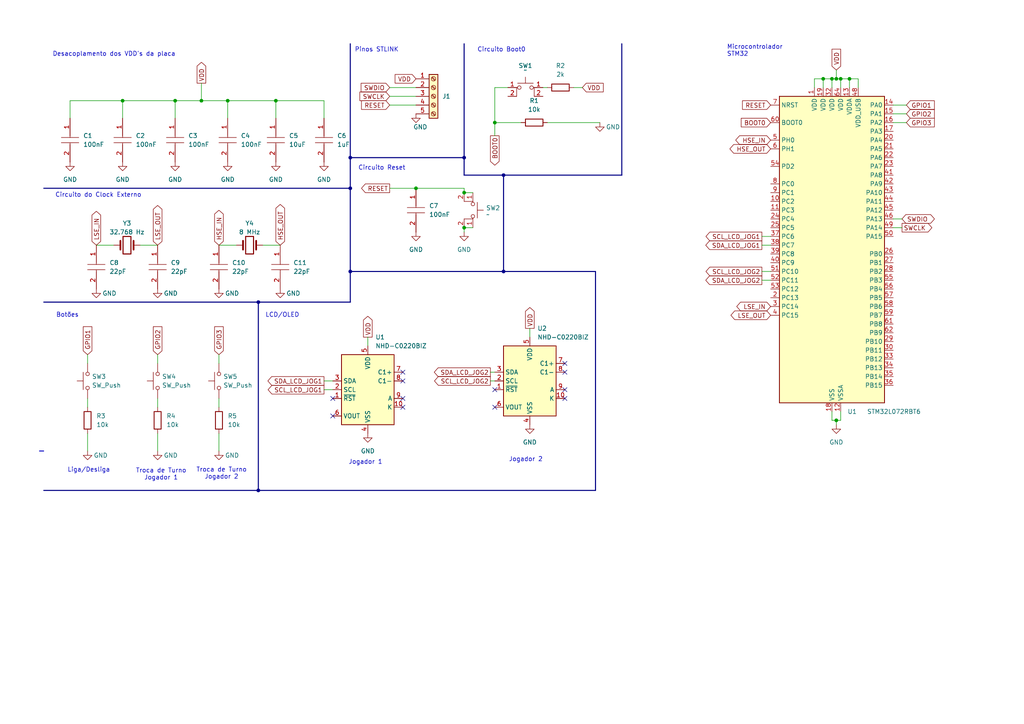
<source format=kicad_sch>
(kicad_sch
	(version 20231120)
	(generator "eeschema")
	(generator_version "8.0")
	(uuid "1557e120-6c93-41be-9467-5bfe9686b482")
	(paper "A4")
	(lib_symbols
		(symbol "C0402C101KCGACAUTO:C0402C101KCGACAUTO"
			(pin_names
				(offset 0.762)
			)
			(exclude_from_sim no)
			(in_bom yes)
			(on_board yes)
			(property "Reference" "C"
				(at 8.89 6.35 0)
				(effects
					(font
						(size 1.27 1.27)
					)
					(justify left)
				)
			)
			(property "Value" "C0402C101KCGACAUTO"
				(at 8.89 3.81 0)
				(effects
					(font
						(size 1.27 1.27)
					)
					(justify left)
				)
			)
			(property "Footprint" "CAPC1005X55N"
				(at 8.89 1.27 0)
				(effects
					(font
						(size 1.27 1.27)
					)
					(justify left)
					(hide yes)
				)
			)
			(property "Datasheet" ""
				(at 8.89 -1.27 0)
				(effects
					(font
						(size 1.27 1.27)
					)
					(justify left)
					(hide yes)
				)
			)
			(property "Description" "Multilayer Ceramic Capacitors MLCC - SMD/SMT 500V 0.0001uF C0G 0402 10% AEC-Q200"
				(at 8.89 -3.81 0)
				(effects
					(font
						(size 1.27 1.27)
					)
					(justify left)
					(hide yes)
				)
			)
			(property "Height" "0.55"
				(at 8.89 -6.35 0)
				(effects
					(font
						(size 1.27 1.27)
					)
					(justify left)
					(hide yes)
				)
			)
			(property "Mouser Part Number" "80-C0402C101KCGAUTO"
				(at 8.89 -8.89 0)
				(effects
					(font
						(size 1.27 1.27)
					)
					(justify left)
					(hide yes)
				)
			)
			(property "Mouser Price/Stock" "https://www.mouser.co.uk/ProductDetail/KEMET/C0402C101KCGACAUTO?qs=1Kr7Jg1SGW8kQysZZQPmCw%3D%3D"
				(at 8.89 -11.43 0)
				(effects
					(font
						(size 1.27 1.27)
					)
					(justify left)
					(hide yes)
				)
			)
			(property "Manufacturer_Name" "KEMET"
				(at 8.89 -13.97 0)
				(effects
					(font
						(size 1.27 1.27)
					)
					(justify left)
					(hide yes)
				)
			)
			(property "Manufacturer_Part_Number" "C0402C101KCGACAUTO"
				(at 8.89 -16.51 0)
				(effects
					(font
						(size 1.27 1.27)
					)
					(justify left)
					(hide yes)
				)
			)
			(symbol "C0402C101KCGACAUTO_0_0"
				(pin passive line
					(at 0 0 0)
					(length 5.08)
					(name "~"
						(effects
							(font
								(size 1.27 1.27)
							)
						)
					)
					(number "1"
						(effects
							(font
								(size 1.27 1.27)
							)
						)
					)
				)
				(pin passive line
					(at 12.7 0 180)
					(length 5.08)
					(name "~"
						(effects
							(font
								(size 1.27 1.27)
							)
						)
					)
					(number "2"
						(effects
							(font
								(size 1.27 1.27)
							)
						)
					)
				)
			)
			(symbol "C0402C101KCGACAUTO_0_1"
				(polyline
					(pts
						(xy 5.08 0) (xy 5.588 0)
					)
					(stroke
						(width 0.1524)
						(type solid)
					)
					(fill
						(type none)
					)
				)
				(polyline
					(pts
						(xy 5.588 2.54) (xy 5.588 -2.54)
					)
					(stroke
						(width 0.1524)
						(type solid)
					)
					(fill
						(type none)
					)
				)
				(polyline
					(pts
						(xy 7.112 0) (xy 7.62 0)
					)
					(stroke
						(width 0.1524)
						(type solid)
					)
					(fill
						(type none)
					)
				)
				(polyline
					(pts
						(xy 7.112 2.54) (xy 7.112 -2.54)
					)
					(stroke
						(width 0.1524)
						(type solid)
					)
					(fill
						(type none)
					)
				)
			)
		)
		(symbol "Connector:Screw_Terminal_01x05"
			(pin_names
				(offset 1.016) hide)
			(exclude_from_sim no)
			(in_bom yes)
			(on_board yes)
			(property "Reference" "J"
				(at 0 7.62 0)
				(effects
					(font
						(size 1.27 1.27)
					)
				)
			)
			(property "Value" "Screw_Terminal_01x05"
				(at 0 -7.62 0)
				(effects
					(font
						(size 1.27 1.27)
					)
				)
			)
			(property "Footprint" ""
				(at 0 0 0)
				(effects
					(font
						(size 1.27 1.27)
					)
					(hide yes)
				)
			)
			(property "Datasheet" "~"
				(at 0 0 0)
				(effects
					(font
						(size 1.27 1.27)
					)
					(hide yes)
				)
			)
			(property "Description" "Generic screw terminal, single row, 01x05, script generated (kicad-library-utils/schlib/autogen/connector/)"
				(at 0 0 0)
				(effects
					(font
						(size 1.27 1.27)
					)
					(hide yes)
				)
			)
			(property "ki_keywords" "screw terminal"
				(at 0 0 0)
				(effects
					(font
						(size 1.27 1.27)
					)
					(hide yes)
				)
			)
			(property "ki_fp_filters" "TerminalBlock*:*"
				(at 0 0 0)
				(effects
					(font
						(size 1.27 1.27)
					)
					(hide yes)
				)
			)
			(symbol "Screw_Terminal_01x05_1_1"
				(rectangle
					(start -1.27 6.35)
					(end 1.27 -6.35)
					(stroke
						(width 0.254)
						(type default)
					)
					(fill
						(type background)
					)
				)
				(circle
					(center 0 -5.08)
					(radius 0.635)
					(stroke
						(width 0.1524)
						(type default)
					)
					(fill
						(type none)
					)
				)
				(circle
					(center 0 -2.54)
					(radius 0.635)
					(stroke
						(width 0.1524)
						(type default)
					)
					(fill
						(type none)
					)
				)
				(polyline
					(pts
						(xy -0.5334 -4.7498) (xy 0.3302 -5.588)
					)
					(stroke
						(width 0.1524)
						(type default)
					)
					(fill
						(type none)
					)
				)
				(polyline
					(pts
						(xy -0.5334 -2.2098) (xy 0.3302 -3.048)
					)
					(stroke
						(width 0.1524)
						(type default)
					)
					(fill
						(type none)
					)
				)
				(polyline
					(pts
						(xy -0.5334 0.3302) (xy 0.3302 -0.508)
					)
					(stroke
						(width 0.1524)
						(type default)
					)
					(fill
						(type none)
					)
				)
				(polyline
					(pts
						(xy -0.5334 2.8702) (xy 0.3302 2.032)
					)
					(stroke
						(width 0.1524)
						(type default)
					)
					(fill
						(type none)
					)
				)
				(polyline
					(pts
						(xy -0.5334 5.4102) (xy 0.3302 4.572)
					)
					(stroke
						(width 0.1524)
						(type default)
					)
					(fill
						(type none)
					)
				)
				(polyline
					(pts
						(xy -0.3556 -4.572) (xy 0.508 -5.4102)
					)
					(stroke
						(width 0.1524)
						(type default)
					)
					(fill
						(type none)
					)
				)
				(polyline
					(pts
						(xy -0.3556 -2.032) (xy 0.508 -2.8702)
					)
					(stroke
						(width 0.1524)
						(type default)
					)
					(fill
						(type none)
					)
				)
				(polyline
					(pts
						(xy -0.3556 0.508) (xy 0.508 -0.3302)
					)
					(stroke
						(width 0.1524)
						(type default)
					)
					(fill
						(type none)
					)
				)
				(polyline
					(pts
						(xy -0.3556 3.048) (xy 0.508 2.2098)
					)
					(stroke
						(width 0.1524)
						(type default)
					)
					(fill
						(type none)
					)
				)
				(polyline
					(pts
						(xy -0.3556 5.588) (xy 0.508 4.7498)
					)
					(stroke
						(width 0.1524)
						(type default)
					)
					(fill
						(type none)
					)
				)
				(circle
					(center 0 0)
					(radius 0.635)
					(stroke
						(width 0.1524)
						(type default)
					)
					(fill
						(type none)
					)
				)
				(circle
					(center 0 2.54)
					(radius 0.635)
					(stroke
						(width 0.1524)
						(type default)
					)
					(fill
						(type none)
					)
				)
				(circle
					(center 0 5.08)
					(radius 0.635)
					(stroke
						(width 0.1524)
						(type default)
					)
					(fill
						(type none)
					)
				)
				(pin passive line
					(at -5.08 5.08 0)
					(length 3.81)
					(name "Pin_1"
						(effects
							(font
								(size 1.27 1.27)
							)
						)
					)
					(number "1"
						(effects
							(font
								(size 1.27 1.27)
							)
						)
					)
				)
				(pin passive line
					(at -5.08 2.54 0)
					(length 3.81)
					(name "Pin_2"
						(effects
							(font
								(size 1.27 1.27)
							)
						)
					)
					(number "2"
						(effects
							(font
								(size 1.27 1.27)
							)
						)
					)
				)
				(pin passive line
					(at -5.08 0 0)
					(length 3.81)
					(name "Pin_3"
						(effects
							(font
								(size 1.27 1.27)
							)
						)
					)
					(number "3"
						(effects
							(font
								(size 1.27 1.27)
							)
						)
					)
				)
				(pin passive line
					(at -5.08 -2.54 0)
					(length 3.81)
					(name "Pin_4"
						(effects
							(font
								(size 1.27 1.27)
							)
						)
					)
					(number "4"
						(effects
							(font
								(size 1.27 1.27)
							)
						)
					)
				)
				(pin passive line
					(at -5.08 -5.08 0)
					(length 3.81)
					(name "Pin_5"
						(effects
							(font
								(size 1.27 1.27)
							)
						)
					)
					(number "5"
						(effects
							(font
								(size 1.27 1.27)
							)
						)
					)
				)
			)
		)
		(symbol "Device:Crystal"
			(pin_numbers hide)
			(pin_names
				(offset 1.016) hide)
			(exclude_from_sim no)
			(in_bom yes)
			(on_board yes)
			(property "Reference" "Y"
				(at 0 3.81 0)
				(effects
					(font
						(size 1.27 1.27)
					)
				)
			)
			(property "Value" "Crystal"
				(at 0 -3.81 0)
				(effects
					(font
						(size 1.27 1.27)
					)
				)
			)
			(property "Footprint" ""
				(at 0 0 0)
				(effects
					(font
						(size 1.27 1.27)
					)
					(hide yes)
				)
			)
			(property "Datasheet" "~"
				(at 0 0 0)
				(effects
					(font
						(size 1.27 1.27)
					)
					(hide yes)
				)
			)
			(property "Description" "Two pin crystal"
				(at 0 0 0)
				(effects
					(font
						(size 1.27 1.27)
					)
					(hide yes)
				)
			)
			(property "ki_keywords" "quartz ceramic resonator oscillator"
				(at 0 0 0)
				(effects
					(font
						(size 1.27 1.27)
					)
					(hide yes)
				)
			)
			(property "ki_fp_filters" "Crystal*"
				(at 0 0 0)
				(effects
					(font
						(size 1.27 1.27)
					)
					(hide yes)
				)
			)
			(symbol "Crystal_0_1"
				(rectangle
					(start -1.143 2.54)
					(end 1.143 -2.54)
					(stroke
						(width 0.3048)
						(type default)
					)
					(fill
						(type none)
					)
				)
				(polyline
					(pts
						(xy -2.54 0) (xy -1.905 0)
					)
					(stroke
						(width 0)
						(type default)
					)
					(fill
						(type none)
					)
				)
				(polyline
					(pts
						(xy -1.905 -1.27) (xy -1.905 1.27)
					)
					(stroke
						(width 0.508)
						(type default)
					)
					(fill
						(type none)
					)
				)
				(polyline
					(pts
						(xy 1.905 -1.27) (xy 1.905 1.27)
					)
					(stroke
						(width 0.508)
						(type default)
					)
					(fill
						(type none)
					)
				)
				(polyline
					(pts
						(xy 2.54 0) (xy 1.905 0)
					)
					(stroke
						(width 0)
						(type default)
					)
					(fill
						(type none)
					)
				)
			)
			(symbol "Crystal_1_1"
				(pin passive line
					(at -3.81 0 0)
					(length 1.27)
					(name "1"
						(effects
							(font
								(size 1.27 1.27)
							)
						)
					)
					(number "1"
						(effects
							(font
								(size 1.27 1.27)
							)
						)
					)
				)
				(pin passive line
					(at 3.81 0 180)
					(length 1.27)
					(name "2"
						(effects
							(font
								(size 1.27 1.27)
							)
						)
					)
					(number "2"
						(effects
							(font
								(size 1.27 1.27)
							)
						)
					)
				)
			)
		)
		(symbol "Device:R"
			(pin_numbers hide)
			(pin_names
				(offset 0)
			)
			(exclude_from_sim no)
			(in_bom yes)
			(on_board yes)
			(property "Reference" "R"
				(at 2.032 0 90)
				(effects
					(font
						(size 1.27 1.27)
					)
				)
			)
			(property "Value" "R"
				(at 0 0 90)
				(effects
					(font
						(size 1.27 1.27)
					)
				)
			)
			(property "Footprint" ""
				(at -1.778 0 90)
				(effects
					(font
						(size 1.27 1.27)
					)
					(hide yes)
				)
			)
			(property "Datasheet" "~"
				(at 0 0 0)
				(effects
					(font
						(size 1.27 1.27)
					)
					(hide yes)
				)
			)
			(property "Description" "Resistor"
				(at 0 0 0)
				(effects
					(font
						(size 1.27 1.27)
					)
					(hide yes)
				)
			)
			(property "ki_keywords" "R res resistor"
				(at 0 0 0)
				(effects
					(font
						(size 1.27 1.27)
					)
					(hide yes)
				)
			)
			(property "ki_fp_filters" "R_*"
				(at 0 0 0)
				(effects
					(font
						(size 1.27 1.27)
					)
					(hide yes)
				)
			)
			(symbol "R_0_1"
				(rectangle
					(start -1.016 -2.54)
					(end 1.016 2.54)
					(stroke
						(width 0.254)
						(type default)
					)
					(fill
						(type none)
					)
				)
			)
			(symbol "R_1_1"
				(pin passive line
					(at 0 3.81 270)
					(length 1.27)
					(name "~"
						(effects
							(font
								(size 1.27 1.27)
							)
						)
					)
					(number "1"
						(effects
							(font
								(size 1.27 1.27)
							)
						)
					)
				)
				(pin passive line
					(at 0 -3.81 90)
					(length 1.27)
					(name "~"
						(effects
							(font
								(size 1.27 1.27)
							)
						)
					)
					(number "2"
						(effects
							(font
								(size 1.27 1.27)
							)
						)
					)
				)
			)
		)
		(symbol "Display_Character:NHD-C0220BIZ"
			(exclude_from_sim no)
			(in_bom yes)
			(on_board yes)
			(property "Reference" "U"
				(at -6.35 11.43 0)
				(effects
					(font
						(size 1.27 1.27)
					)
				)
			)
			(property "Value" "NHD-C0220BIZ"
				(at 8.89 11.43 0)
				(effects
					(font
						(size 1.27 1.27)
					)
				)
			)
			(property "Footprint" "Display:NHD-C0220BiZ"
				(at 0 -15.24 0)
				(effects
					(font
						(size 1.27 1.27)
					)
					(hide yes)
				)
			)
			(property "Datasheet" "http://www.newhavendisplay.com/specs/NHD-C0220BiZ-FSW-FBW-3V3M.pdf"
				(at -7.62 15.24 0)
				(effects
					(font
						(size 1.27 1.27)
					)
					(hide yes)
				)
			)
			(property "Description" "LCD 20x2 Alphanumeric 10pin Blue/White/Green Backlight, i2c, 3.3V VDD"
				(at 0 0 0)
				(effects
					(font
						(size 1.27 1.27)
					)
					(hide yes)
				)
			)
			(property "ki_keywords" "display LCD 20x2"
				(at 0 0 0)
				(effects
					(font
						(size 1.27 1.27)
					)
					(hide yes)
				)
			)
			(property "ki_fp_filters" "NHD*C0220BiZ*"
				(at 0 0 0)
				(effects
					(font
						(size 1.27 1.27)
					)
					(hide yes)
				)
			)
			(symbol "NHD-C0220BIZ_0_1"
				(rectangle
					(start -7.62 10.16)
					(end 7.62 -10.16)
					(stroke
						(width 0.254)
						(type default)
					)
					(fill
						(type background)
					)
				)
			)
			(symbol "NHD-C0220BIZ_1_1"
				(pin input line
					(at -10.16 -2.54 0)
					(length 2.54)
					(name "~{RST}"
						(effects
							(font
								(size 1.27 1.27)
							)
						)
					)
					(number "1"
						(effects
							(font
								(size 1.27 1.27)
							)
						)
					)
				)
				(pin passive line
					(at 10.16 -5.08 180)
					(length 2.54)
					(name "K"
						(effects
							(font
								(size 1.27 1.27)
							)
						)
					)
					(number "10"
						(effects
							(font
								(size 1.27 1.27)
							)
						)
					)
				)
				(pin input line
					(at -10.16 0 0)
					(length 2.54)
					(name "SCL"
						(effects
							(font
								(size 1.27 1.27)
							)
						)
					)
					(number "2"
						(effects
							(font
								(size 1.27 1.27)
							)
						)
					)
				)
				(pin bidirectional line
					(at -10.16 2.54 0)
					(length 2.54)
					(name "SDA"
						(effects
							(font
								(size 1.27 1.27)
							)
						)
					)
					(number "3"
						(effects
							(font
								(size 1.27 1.27)
							)
						)
					)
				)
				(pin power_in line
					(at 0 -12.7 90)
					(length 2.54)
					(name "VSS"
						(effects
							(font
								(size 1.27 1.27)
							)
						)
					)
					(number "4"
						(effects
							(font
								(size 1.27 1.27)
							)
						)
					)
				)
				(pin power_in line
					(at 0 12.7 270)
					(length 2.54)
					(name "VDD"
						(effects
							(font
								(size 1.27 1.27)
							)
						)
					)
					(number "5"
						(effects
							(font
								(size 1.27 1.27)
							)
						)
					)
				)
				(pin passive line
					(at -10.16 -7.62 0)
					(length 2.54)
					(name "VOUT"
						(effects
							(font
								(size 1.27 1.27)
							)
						)
					)
					(number "6"
						(effects
							(font
								(size 1.27 1.27)
							)
						)
					)
				)
				(pin passive line
					(at 10.16 5.08 180)
					(length 2.54)
					(name "C1+"
						(effects
							(font
								(size 1.27 1.27)
							)
						)
					)
					(number "7"
						(effects
							(font
								(size 1.27 1.27)
							)
						)
					)
				)
				(pin passive line
					(at 10.16 2.54 180)
					(length 2.54)
					(name "C1-"
						(effects
							(font
								(size 1.27 1.27)
							)
						)
					)
					(number "8"
						(effects
							(font
								(size 1.27 1.27)
							)
						)
					)
				)
				(pin passive line
					(at 10.16 -2.54 180)
					(length 2.54)
					(name "A"
						(effects
							(font
								(size 1.27 1.27)
							)
						)
					)
					(number "9"
						(effects
							(font
								(size 1.27 1.27)
							)
						)
					)
				)
			)
		)
		(symbol "MCU_ST_STM32L0:STM32L072RBTx"
			(exclude_from_sim no)
			(in_bom yes)
			(on_board yes)
			(property "Reference" "U"
				(at -15.24 46.99 0)
				(effects
					(font
						(size 1.27 1.27)
					)
					(justify left)
				)
			)
			(property "Value" "STM32L072RBTx"
				(at 10.16 46.99 0)
				(effects
					(font
						(size 1.27 1.27)
					)
					(justify left)
				)
			)
			(property "Footprint" "Package_QFP:LQFP-64_10x10mm_P0.5mm"
				(at -15.24 -43.18 0)
				(effects
					(font
						(size 1.27 1.27)
					)
					(justify right)
					(hide yes)
				)
			)
			(property "Datasheet" "https://www.st.com/resource/en/datasheet/stm32l072rb.pdf"
				(at 0 0 0)
				(effects
					(font
						(size 1.27 1.27)
					)
					(hide yes)
				)
			)
			(property "Description" "STMicroelectronics Arm Cortex-M0+ MCU, 128KB flash, 20KB RAM, 32 MHz, 1.65-3.6V, 51 GPIO, LQFP64"
				(at 0 0 0)
				(effects
					(font
						(size 1.27 1.27)
					)
					(hide yes)
				)
			)
			(property "ki_locked" ""
				(at 0 0 0)
				(effects
					(font
						(size 1.27 1.27)
					)
				)
			)
			(property "ki_keywords" "Arm Cortex-M0+ STM32L0 STM32L0x2"
				(at 0 0 0)
				(effects
					(font
						(size 1.27 1.27)
					)
					(hide yes)
				)
			)
			(property "ki_fp_filters" "LQFP*10x10mm*P0.5mm*"
				(at 0 0 0)
				(effects
					(font
						(size 1.27 1.27)
					)
					(hide yes)
				)
			)
			(symbol "STM32L072RBTx_0_1"
				(rectangle
					(start -15.24 -43.18)
					(end 15.24 45.72)
					(stroke
						(width 0.254)
						(type default)
					)
					(fill
						(type background)
					)
				)
			)
			(symbol "STM32L072RBTx_1_1"
				(pin power_in line
					(at -5.08 48.26 270)
					(length 2.54)
					(name "VDD"
						(effects
							(font
								(size 1.27 1.27)
							)
						)
					)
					(number "1"
						(effects
							(font
								(size 1.27 1.27)
							)
						)
					)
				)
				(pin bidirectional line
					(at -17.78 15.24 0)
					(length 2.54)
					(name "PC2"
						(effects
							(font
								(size 1.27 1.27)
							)
						)
					)
					(number "10"
						(effects
							(font
								(size 1.27 1.27)
							)
						)
					)
					(alternate "ADC_IN12" bidirectional line)
					(alternate "I2S2_MCK" bidirectional line)
					(alternate "LPTIM1_IN2" bidirectional line)
					(alternate "SPI2_MISO" bidirectional line)
					(alternate "TSC_G7_IO3" bidirectional line)
				)
				(pin bidirectional line
					(at -17.78 12.7 0)
					(length 2.54)
					(name "PC3"
						(effects
							(font
								(size 1.27 1.27)
							)
						)
					)
					(number "11"
						(effects
							(font
								(size 1.27 1.27)
							)
						)
					)
					(alternate "ADC_IN13" bidirectional line)
					(alternate "I2S2_SD" bidirectional line)
					(alternate "LPTIM1_ETR" bidirectional line)
					(alternate "SPI2_MOSI" bidirectional line)
					(alternate "TSC_G7_IO4" bidirectional line)
				)
				(pin power_in line
					(at 2.54 -45.72 90)
					(length 2.54)
					(name "VSSA"
						(effects
							(font
								(size 1.27 1.27)
							)
						)
					)
					(number "12"
						(effects
							(font
								(size 1.27 1.27)
							)
						)
					)
				)
				(pin power_in line
					(at 5.08 48.26 270)
					(length 2.54)
					(name "VDDA"
						(effects
							(font
								(size 1.27 1.27)
							)
						)
					)
					(number "13"
						(effects
							(font
								(size 1.27 1.27)
							)
						)
					)
				)
				(pin bidirectional line
					(at 17.78 43.18 180)
					(length 2.54)
					(name "PA0"
						(effects
							(font
								(size 1.27 1.27)
							)
						)
					)
					(number "14"
						(effects
							(font
								(size 1.27 1.27)
							)
						)
					)
					(alternate "ADC_IN0" bidirectional line)
					(alternate "COMP1_INM" bidirectional line)
					(alternate "COMP1_OUT" bidirectional line)
					(alternate "RTC_TAMP2" bidirectional line)
					(alternate "SYS_WKUP1" bidirectional line)
					(alternate "TIM2_CH1" bidirectional line)
					(alternate "TIM2_ETR" bidirectional line)
					(alternate "TSC_G1_IO1" bidirectional line)
					(alternate "USART2_CTS" bidirectional line)
					(alternate "USART4_TX" bidirectional line)
				)
				(pin bidirectional line
					(at 17.78 40.64 180)
					(length 2.54)
					(name "PA1"
						(effects
							(font
								(size 1.27 1.27)
							)
						)
					)
					(number "15"
						(effects
							(font
								(size 1.27 1.27)
							)
						)
					)
					(alternate "ADC_IN1" bidirectional line)
					(alternate "COMP1_INP" bidirectional line)
					(alternate "TIM21_ETR" bidirectional line)
					(alternate "TIM2_CH2" bidirectional line)
					(alternate "TSC_G1_IO2" bidirectional line)
					(alternate "USART2_DE" bidirectional line)
					(alternate "USART2_RTS" bidirectional line)
					(alternate "USART4_RX" bidirectional line)
				)
				(pin bidirectional line
					(at 17.78 38.1 180)
					(length 2.54)
					(name "PA2"
						(effects
							(font
								(size 1.27 1.27)
							)
						)
					)
					(number "16"
						(effects
							(font
								(size 1.27 1.27)
							)
						)
					)
					(alternate "ADC_IN2" bidirectional line)
					(alternate "COMP2_INM" bidirectional line)
					(alternate "COMP2_OUT" bidirectional line)
					(alternate "LPUART1_TX" bidirectional line)
					(alternate "TIM21_CH1" bidirectional line)
					(alternate "TIM2_CH3" bidirectional line)
					(alternate "TSC_G1_IO3" bidirectional line)
					(alternate "USART2_TX" bidirectional line)
				)
				(pin bidirectional line
					(at 17.78 35.56 180)
					(length 2.54)
					(name "PA3"
						(effects
							(font
								(size 1.27 1.27)
							)
						)
					)
					(number "17"
						(effects
							(font
								(size 1.27 1.27)
							)
						)
					)
					(alternate "ADC_IN3" bidirectional line)
					(alternate "COMP2_INP" bidirectional line)
					(alternate "LPUART1_RX" bidirectional line)
					(alternate "TIM21_CH2" bidirectional line)
					(alternate "TIM2_CH4" bidirectional line)
					(alternate "TSC_G1_IO4" bidirectional line)
					(alternate "USART2_RX" bidirectional line)
				)
				(pin power_in line
					(at 0 -45.72 90)
					(length 2.54)
					(name "VSS"
						(effects
							(font
								(size 1.27 1.27)
							)
						)
					)
					(number "18"
						(effects
							(font
								(size 1.27 1.27)
							)
						)
					)
				)
				(pin power_in line
					(at -2.54 48.26 270)
					(length 2.54)
					(name "VDD"
						(effects
							(font
								(size 1.27 1.27)
							)
						)
					)
					(number "19"
						(effects
							(font
								(size 1.27 1.27)
							)
						)
					)
				)
				(pin bidirectional line
					(at -17.78 -12.7 0)
					(length 2.54)
					(name "PC13"
						(effects
							(font
								(size 1.27 1.27)
							)
						)
					)
					(number "2"
						(effects
							(font
								(size 1.27 1.27)
							)
						)
					)
					(alternate "RTC_OUT_ALARM" bidirectional line)
					(alternate "RTC_OUT_CALIB" bidirectional line)
					(alternate "RTC_TAMP1" bidirectional line)
					(alternate "RTC_TS" bidirectional line)
					(alternate "SYS_WKUP2" bidirectional line)
				)
				(pin bidirectional line
					(at 17.78 33.02 180)
					(length 2.54)
					(name "PA4"
						(effects
							(font
								(size 1.27 1.27)
							)
						)
					)
					(number "20"
						(effects
							(font
								(size 1.27 1.27)
							)
						)
					)
					(alternate "ADC_IN4" bidirectional line)
					(alternate "COMP1_INM" bidirectional line)
					(alternate "COMP2_INM" bidirectional line)
					(alternate "DAC_OUT1" bidirectional line)
					(alternate "SPI1_NSS" bidirectional line)
					(alternate "TIM22_ETR" bidirectional line)
					(alternate "TSC_G2_IO1" bidirectional line)
					(alternate "USART2_CK" bidirectional line)
				)
				(pin bidirectional line
					(at 17.78 30.48 180)
					(length 2.54)
					(name "PA5"
						(effects
							(font
								(size 1.27 1.27)
							)
						)
					)
					(number "21"
						(effects
							(font
								(size 1.27 1.27)
							)
						)
					)
					(alternate "ADC_IN5" bidirectional line)
					(alternate "COMP1_INM" bidirectional line)
					(alternate "COMP2_INM" bidirectional line)
					(alternate "DAC_OUT2" bidirectional line)
					(alternate "SPI1_SCK" bidirectional line)
					(alternate "TIM2_CH1" bidirectional line)
					(alternate "TIM2_ETR" bidirectional line)
					(alternate "TSC_G2_IO2" bidirectional line)
				)
				(pin bidirectional line
					(at 17.78 27.94 180)
					(length 2.54)
					(name "PA6"
						(effects
							(font
								(size 1.27 1.27)
							)
						)
					)
					(number "22"
						(effects
							(font
								(size 1.27 1.27)
							)
						)
					)
					(alternate "ADC_IN6" bidirectional line)
					(alternate "COMP1_OUT" bidirectional line)
					(alternate "LPUART1_CTS" bidirectional line)
					(alternate "SPI1_MISO" bidirectional line)
					(alternate "TIM22_CH1" bidirectional line)
					(alternate "TIM3_CH1" bidirectional line)
					(alternate "TSC_G2_IO3" bidirectional line)
				)
				(pin bidirectional line
					(at 17.78 25.4 180)
					(length 2.54)
					(name "PA7"
						(effects
							(font
								(size 1.27 1.27)
							)
						)
					)
					(number "23"
						(effects
							(font
								(size 1.27 1.27)
							)
						)
					)
					(alternate "ADC_IN7" bidirectional line)
					(alternate "COMP2_OUT" bidirectional line)
					(alternate "SPI1_MOSI" bidirectional line)
					(alternate "TIM22_CH2" bidirectional line)
					(alternate "TIM3_CH2" bidirectional line)
					(alternate "TSC_G2_IO4" bidirectional line)
				)
				(pin bidirectional line
					(at -17.78 10.16 0)
					(length 2.54)
					(name "PC4"
						(effects
							(font
								(size 1.27 1.27)
							)
						)
					)
					(number "24"
						(effects
							(font
								(size 1.27 1.27)
							)
						)
					)
					(alternate "ADC_IN14" bidirectional line)
					(alternate "LPUART1_TX" bidirectional line)
				)
				(pin bidirectional line
					(at -17.78 7.62 0)
					(length 2.54)
					(name "PC5"
						(effects
							(font
								(size 1.27 1.27)
							)
						)
					)
					(number "25"
						(effects
							(font
								(size 1.27 1.27)
							)
						)
					)
					(alternate "ADC_IN15" bidirectional line)
					(alternate "LPUART1_RX" bidirectional line)
					(alternate "TSC_G3_IO1" bidirectional line)
				)
				(pin bidirectional line
					(at 17.78 0 180)
					(length 2.54)
					(name "PB0"
						(effects
							(font
								(size 1.27 1.27)
							)
						)
					)
					(number "26"
						(effects
							(font
								(size 1.27 1.27)
							)
						)
					)
					(alternate "ADC_IN8" bidirectional line)
					(alternate "SYS_VREF_OUT_PB0" bidirectional line)
					(alternate "TIM3_CH3" bidirectional line)
					(alternate "TSC_G3_IO2" bidirectional line)
				)
				(pin bidirectional line
					(at 17.78 -2.54 180)
					(length 2.54)
					(name "PB1"
						(effects
							(font
								(size 1.27 1.27)
							)
						)
					)
					(number "27"
						(effects
							(font
								(size 1.27 1.27)
							)
						)
					)
					(alternate "ADC_IN9" bidirectional line)
					(alternate "LPUART1_DE" bidirectional line)
					(alternate "LPUART1_RTS" bidirectional line)
					(alternate "SYS_VREF_OUT_PB1" bidirectional line)
					(alternate "TIM3_CH4" bidirectional line)
					(alternate "TSC_G3_IO3" bidirectional line)
				)
				(pin bidirectional line
					(at 17.78 -5.08 180)
					(length 2.54)
					(name "PB2"
						(effects
							(font
								(size 1.27 1.27)
							)
						)
					)
					(number "28"
						(effects
							(font
								(size 1.27 1.27)
							)
						)
					)
					(alternate "I2C3_SMBA" bidirectional line)
					(alternate "LPTIM1_OUT" bidirectional line)
					(alternate "TSC_G3_IO4" bidirectional line)
				)
				(pin bidirectional line
					(at 17.78 -25.4 180)
					(length 2.54)
					(name "PB10"
						(effects
							(font
								(size 1.27 1.27)
							)
						)
					)
					(number "29"
						(effects
							(font
								(size 1.27 1.27)
							)
						)
					)
					(alternate "I2C2_SCL" bidirectional line)
					(alternate "LPUART1_RX" bidirectional line)
					(alternate "LPUART1_TX" bidirectional line)
					(alternate "SPI2_SCK" bidirectional line)
					(alternate "TIM2_CH3" bidirectional line)
					(alternate "TSC_SYNC" bidirectional line)
				)
				(pin bidirectional line
					(at -17.78 -15.24 0)
					(length 2.54)
					(name "PC14"
						(effects
							(font
								(size 1.27 1.27)
							)
						)
					)
					(number "3"
						(effects
							(font
								(size 1.27 1.27)
							)
						)
					)
					(alternate "RCC_OSC32_IN" bidirectional line)
				)
				(pin bidirectional line
					(at 17.78 -27.94 180)
					(length 2.54)
					(name "PB11"
						(effects
							(font
								(size 1.27 1.27)
							)
						)
					)
					(number "30"
						(effects
							(font
								(size 1.27 1.27)
							)
						)
					)
					(alternate "ADC_EXTI11" bidirectional line)
					(alternate "I2C2_SDA" bidirectional line)
					(alternate "LPUART1_RX" bidirectional line)
					(alternate "LPUART1_TX" bidirectional line)
					(alternate "TIM2_CH4" bidirectional line)
					(alternate "TSC_G6_IO1" bidirectional line)
				)
				(pin passive line
					(at 0 -45.72 90)
					(length 2.54) hide
					(name "VSS"
						(effects
							(font
								(size 1.27 1.27)
							)
						)
					)
					(number "31"
						(effects
							(font
								(size 1.27 1.27)
							)
						)
					)
				)
				(pin power_in line
					(at 0 48.26 270)
					(length 2.54)
					(name "VDD"
						(effects
							(font
								(size 1.27 1.27)
							)
						)
					)
					(number "32"
						(effects
							(font
								(size 1.27 1.27)
							)
						)
					)
				)
				(pin bidirectional line
					(at 17.78 -30.48 180)
					(length 2.54)
					(name "PB12"
						(effects
							(font
								(size 1.27 1.27)
							)
						)
					)
					(number "33"
						(effects
							(font
								(size 1.27 1.27)
							)
						)
					)
					(alternate "I2S2_WS" bidirectional line)
					(alternate "LPUART1_DE" bidirectional line)
					(alternate "LPUART1_RTS" bidirectional line)
					(alternate "SPI2_NSS" bidirectional line)
					(alternate "TSC_G6_IO2" bidirectional line)
				)
				(pin bidirectional line
					(at 17.78 -33.02 180)
					(length 2.54)
					(name "PB13"
						(effects
							(font
								(size 1.27 1.27)
							)
						)
					)
					(number "34"
						(effects
							(font
								(size 1.27 1.27)
							)
						)
					)
					(alternate "I2C2_SCL" bidirectional line)
					(alternate "I2S2_CK" bidirectional line)
					(alternate "LPUART1_CTS" bidirectional line)
					(alternate "RCC_MCO" bidirectional line)
					(alternate "SPI2_SCK" bidirectional line)
					(alternate "TIM21_CH1" bidirectional line)
					(alternate "TSC_G6_IO3" bidirectional line)
				)
				(pin bidirectional line
					(at 17.78 -35.56 180)
					(length 2.54)
					(name "PB14"
						(effects
							(font
								(size 1.27 1.27)
							)
						)
					)
					(number "35"
						(effects
							(font
								(size 1.27 1.27)
							)
						)
					)
					(alternate "I2C2_SDA" bidirectional line)
					(alternate "I2S2_MCK" bidirectional line)
					(alternate "LPUART1_DE" bidirectional line)
					(alternate "LPUART1_RTS" bidirectional line)
					(alternate "RTC_OUT_ALARM" bidirectional line)
					(alternate "RTC_OUT_CALIB" bidirectional line)
					(alternate "SPI2_MISO" bidirectional line)
					(alternate "TIM21_CH2" bidirectional line)
					(alternate "TSC_G6_IO4" bidirectional line)
				)
				(pin bidirectional line
					(at 17.78 -38.1 180)
					(length 2.54)
					(name "PB15"
						(effects
							(font
								(size 1.27 1.27)
							)
						)
					)
					(number "36"
						(effects
							(font
								(size 1.27 1.27)
							)
						)
					)
					(alternate "I2S2_SD" bidirectional line)
					(alternate "RTC_REFIN" bidirectional line)
					(alternate "SPI2_MOSI" bidirectional line)
				)
				(pin bidirectional line
					(at -17.78 5.08 0)
					(length 2.54)
					(name "PC6"
						(effects
							(font
								(size 1.27 1.27)
							)
						)
					)
					(number "37"
						(effects
							(font
								(size 1.27 1.27)
							)
						)
					)
					(alternate "TIM22_CH1" bidirectional line)
					(alternate "TIM3_CH1" bidirectional line)
					(alternate "TSC_G8_IO1" bidirectional line)
				)
				(pin bidirectional line
					(at -17.78 2.54 0)
					(length 2.54)
					(name "PC7"
						(effects
							(font
								(size 1.27 1.27)
							)
						)
					)
					(number "38"
						(effects
							(font
								(size 1.27 1.27)
							)
						)
					)
					(alternate "TIM22_CH2" bidirectional line)
					(alternate "TIM3_CH2" bidirectional line)
					(alternate "TSC_G8_IO2" bidirectional line)
				)
				(pin bidirectional line
					(at -17.78 0 0)
					(length 2.54)
					(name "PC8"
						(effects
							(font
								(size 1.27 1.27)
							)
						)
					)
					(number "39"
						(effects
							(font
								(size 1.27 1.27)
							)
						)
					)
					(alternate "TIM22_ETR" bidirectional line)
					(alternate "TIM3_CH3" bidirectional line)
					(alternate "TSC_G8_IO3" bidirectional line)
				)
				(pin bidirectional line
					(at -17.78 -17.78 0)
					(length 2.54)
					(name "PC15"
						(effects
							(font
								(size 1.27 1.27)
							)
						)
					)
					(number "4"
						(effects
							(font
								(size 1.27 1.27)
							)
						)
					)
					(alternate "RCC_OSC32_OUT" bidirectional line)
				)
				(pin bidirectional line
					(at -17.78 -2.54 0)
					(length 2.54)
					(name "PC9"
						(effects
							(font
								(size 1.27 1.27)
							)
						)
					)
					(number "40"
						(effects
							(font
								(size 1.27 1.27)
							)
						)
					)
					(alternate "DAC_EXTI9" bidirectional line)
					(alternate "I2C3_SDA" bidirectional line)
					(alternate "TIM21_ETR" bidirectional line)
					(alternate "TIM3_CH4" bidirectional line)
					(alternate "TSC_G8_IO4" bidirectional line)
					(alternate "USB_NOE" bidirectional line)
				)
				(pin bidirectional line
					(at 17.78 22.86 180)
					(length 2.54)
					(name "PA8"
						(effects
							(font
								(size 1.27 1.27)
							)
						)
					)
					(number "41"
						(effects
							(font
								(size 1.27 1.27)
							)
						)
					)
					(alternate "CRS_SYNC" bidirectional line)
					(alternate "I2C3_SCL" bidirectional line)
					(alternate "RCC_MCO" bidirectional line)
					(alternate "USART1_CK" bidirectional line)
				)
				(pin bidirectional line
					(at 17.78 20.32 180)
					(length 2.54)
					(name "PA9"
						(effects
							(font
								(size 1.27 1.27)
							)
						)
					)
					(number "42"
						(effects
							(font
								(size 1.27 1.27)
							)
						)
					)
					(alternate "DAC_EXTI9" bidirectional line)
					(alternate "I2C1_SCL" bidirectional line)
					(alternate "I2C3_SMBA" bidirectional line)
					(alternate "RCC_MCO" bidirectional line)
					(alternate "TSC_G4_IO1" bidirectional line)
					(alternate "USART1_TX" bidirectional line)
				)
				(pin bidirectional line
					(at 17.78 17.78 180)
					(length 2.54)
					(name "PA10"
						(effects
							(font
								(size 1.27 1.27)
							)
						)
					)
					(number "43"
						(effects
							(font
								(size 1.27 1.27)
							)
						)
					)
					(alternate "I2C1_SDA" bidirectional line)
					(alternate "TSC_G4_IO2" bidirectional line)
					(alternate "USART1_RX" bidirectional line)
				)
				(pin bidirectional line
					(at 17.78 15.24 180)
					(length 2.54)
					(name "PA11"
						(effects
							(font
								(size 1.27 1.27)
							)
						)
					)
					(number "44"
						(effects
							(font
								(size 1.27 1.27)
							)
						)
					)
					(alternate "ADC_EXTI11" bidirectional line)
					(alternate "COMP1_OUT" bidirectional line)
					(alternate "SPI1_MISO" bidirectional line)
					(alternate "TSC_G4_IO3" bidirectional line)
					(alternate "USART1_CTS" bidirectional line)
					(alternate "USB_DM" bidirectional line)
				)
				(pin bidirectional line
					(at 17.78 12.7 180)
					(length 2.54)
					(name "PA12"
						(effects
							(font
								(size 1.27 1.27)
							)
						)
					)
					(number "45"
						(effects
							(font
								(size 1.27 1.27)
							)
						)
					)
					(alternate "COMP2_OUT" bidirectional line)
					(alternate "SPI1_MOSI" bidirectional line)
					(alternate "TSC_G4_IO4" bidirectional line)
					(alternate "USART1_DE" bidirectional line)
					(alternate "USART1_RTS" bidirectional line)
					(alternate "USB_DP" bidirectional line)
				)
				(pin bidirectional line
					(at 17.78 10.16 180)
					(length 2.54)
					(name "PA13"
						(effects
							(font
								(size 1.27 1.27)
							)
						)
					)
					(number "46"
						(effects
							(font
								(size 1.27 1.27)
							)
						)
					)
					(alternate "LPUART1_RX" bidirectional line)
					(alternate "SYS_SWDIO" bidirectional line)
					(alternate "USB_NOE" bidirectional line)
				)
				(pin passive line
					(at 0 -45.72 90)
					(length 2.54) hide
					(name "VSS"
						(effects
							(font
								(size 1.27 1.27)
							)
						)
					)
					(number "47"
						(effects
							(font
								(size 1.27 1.27)
							)
						)
					)
				)
				(pin power_in line
					(at 7.62 48.26 270)
					(length 2.54)
					(name "VDD_USB"
						(effects
							(font
								(size 1.27 1.27)
							)
						)
					)
					(number "48"
						(effects
							(font
								(size 1.27 1.27)
							)
						)
					)
				)
				(pin bidirectional line
					(at 17.78 7.62 180)
					(length 2.54)
					(name "PA14"
						(effects
							(font
								(size 1.27 1.27)
							)
						)
					)
					(number "49"
						(effects
							(font
								(size 1.27 1.27)
							)
						)
					)
					(alternate "LPUART1_TX" bidirectional line)
					(alternate "SYS_SWCLK" bidirectional line)
					(alternate "USART2_TX" bidirectional line)
				)
				(pin bidirectional line
					(at -17.78 33.02 0)
					(length 2.54)
					(name "PH0"
						(effects
							(font
								(size 1.27 1.27)
							)
						)
					)
					(number "5"
						(effects
							(font
								(size 1.27 1.27)
							)
						)
					)
					(alternate "CRS_SYNC" bidirectional line)
					(alternate "RCC_OSC_IN" bidirectional line)
				)
				(pin bidirectional line
					(at 17.78 5.08 180)
					(length 2.54)
					(name "PA15"
						(effects
							(font
								(size 1.27 1.27)
							)
						)
					)
					(number "50"
						(effects
							(font
								(size 1.27 1.27)
							)
						)
					)
					(alternate "SPI1_NSS" bidirectional line)
					(alternate "TIM2_CH1" bidirectional line)
					(alternate "TIM2_ETR" bidirectional line)
					(alternate "USART2_RX" bidirectional line)
					(alternate "USART4_DE" bidirectional line)
					(alternate "USART4_RTS" bidirectional line)
				)
				(pin bidirectional line
					(at -17.78 -5.08 0)
					(length 2.54)
					(name "PC10"
						(effects
							(font
								(size 1.27 1.27)
							)
						)
					)
					(number "51"
						(effects
							(font
								(size 1.27 1.27)
							)
						)
					)
					(alternate "LPUART1_TX" bidirectional line)
					(alternate "USART4_TX" bidirectional line)
				)
				(pin bidirectional line
					(at -17.78 -7.62 0)
					(length 2.54)
					(name "PC11"
						(effects
							(font
								(size 1.27 1.27)
							)
						)
					)
					(number "52"
						(effects
							(font
								(size 1.27 1.27)
							)
						)
					)
					(alternate "ADC_EXTI11" bidirectional line)
					(alternate "LPUART1_RX" bidirectional line)
					(alternate "USART4_RX" bidirectional line)
				)
				(pin bidirectional line
					(at -17.78 -10.16 0)
					(length 2.54)
					(name "PC12"
						(effects
							(font
								(size 1.27 1.27)
							)
						)
					)
					(number "53"
						(effects
							(font
								(size 1.27 1.27)
							)
						)
					)
					(alternate "USART4_CK" bidirectional line)
					(alternate "USART5_TX" bidirectional line)
				)
				(pin bidirectional line
					(at -17.78 25.4 0)
					(length 2.54)
					(name "PD2"
						(effects
							(font
								(size 1.27 1.27)
							)
						)
					)
					(number "54"
						(effects
							(font
								(size 1.27 1.27)
							)
						)
					)
					(alternate "LPUART1_DE" bidirectional line)
					(alternate "LPUART1_RTS" bidirectional line)
					(alternate "TIM3_ETR" bidirectional line)
					(alternate "USART5_RX" bidirectional line)
				)
				(pin bidirectional line
					(at 17.78 -7.62 180)
					(length 2.54)
					(name "PB3"
						(effects
							(font
								(size 1.27 1.27)
							)
						)
					)
					(number "55"
						(effects
							(font
								(size 1.27 1.27)
							)
						)
					)
					(alternate "COMP2_INM" bidirectional line)
					(alternate "SPI1_SCK" bidirectional line)
					(alternate "TIM2_CH2" bidirectional line)
					(alternate "TSC_G5_IO1" bidirectional line)
					(alternate "USART1_DE" bidirectional line)
					(alternate "USART1_RTS" bidirectional line)
					(alternate "USART5_TX" bidirectional line)
				)
				(pin bidirectional line
					(at 17.78 -10.16 180)
					(length 2.54)
					(name "PB4"
						(effects
							(font
								(size 1.27 1.27)
							)
						)
					)
					(number "56"
						(effects
							(font
								(size 1.27 1.27)
							)
						)
					)
					(alternate "COMP2_INP" bidirectional line)
					(alternate "I2C3_SDA" bidirectional line)
					(alternate "SPI1_MISO" bidirectional line)
					(alternate "TIM22_CH1" bidirectional line)
					(alternate "TIM3_CH1" bidirectional line)
					(alternate "TSC_G5_IO2" bidirectional line)
					(alternate "USART1_CTS" bidirectional line)
					(alternate "USART5_RX" bidirectional line)
				)
				(pin bidirectional line
					(at 17.78 -12.7 180)
					(length 2.54)
					(name "PB5"
						(effects
							(font
								(size 1.27 1.27)
							)
						)
					)
					(number "57"
						(effects
							(font
								(size 1.27 1.27)
							)
						)
					)
					(alternate "COMP2_INP" bidirectional line)
					(alternate "I2C1_SMBA" bidirectional line)
					(alternate "LPTIM1_IN1" bidirectional line)
					(alternate "SPI1_MOSI" bidirectional line)
					(alternate "TIM22_CH2" bidirectional line)
					(alternate "TIM3_CH2" bidirectional line)
					(alternate "USART1_CK" bidirectional line)
					(alternate "USART5_CK" bidirectional line)
					(alternate "USART5_DE" bidirectional line)
					(alternate "USART5_RTS" bidirectional line)
				)
				(pin bidirectional line
					(at 17.78 -15.24 180)
					(length 2.54)
					(name "PB6"
						(effects
							(font
								(size 1.27 1.27)
							)
						)
					)
					(number "58"
						(effects
							(font
								(size 1.27 1.27)
							)
						)
					)
					(alternate "COMP2_INP" bidirectional line)
					(alternate "I2C1_SCL" bidirectional line)
					(alternate "LPTIM1_ETR" bidirectional line)
					(alternate "TSC_G5_IO3" bidirectional line)
					(alternate "USART1_TX" bidirectional line)
				)
				(pin bidirectional line
					(at 17.78 -17.78 180)
					(length 2.54)
					(name "PB7"
						(effects
							(font
								(size 1.27 1.27)
							)
						)
					)
					(number "59"
						(effects
							(font
								(size 1.27 1.27)
							)
						)
					)
					(alternate "COMP2_INP" bidirectional line)
					(alternate "I2C1_SDA" bidirectional line)
					(alternate "LPTIM1_IN2" bidirectional line)
					(alternate "SYS_PVD_IN" bidirectional line)
					(alternate "TSC_G5_IO4" bidirectional line)
					(alternate "USART1_RX" bidirectional line)
					(alternate "USART4_CTS" bidirectional line)
				)
				(pin bidirectional line
					(at -17.78 30.48 0)
					(length 2.54)
					(name "PH1"
						(effects
							(font
								(size 1.27 1.27)
							)
						)
					)
					(number "6"
						(effects
							(font
								(size 1.27 1.27)
							)
						)
					)
					(alternate "RCC_OSC_OUT" bidirectional line)
				)
				(pin input line
					(at -17.78 38.1 0)
					(length 2.54)
					(name "BOOT0"
						(effects
							(font
								(size 1.27 1.27)
							)
						)
					)
					(number "60"
						(effects
							(font
								(size 1.27 1.27)
							)
						)
					)
				)
				(pin bidirectional line
					(at 17.78 -20.32 180)
					(length 2.54)
					(name "PB8"
						(effects
							(font
								(size 1.27 1.27)
							)
						)
					)
					(number "61"
						(effects
							(font
								(size 1.27 1.27)
							)
						)
					)
					(alternate "I2C1_SCL" bidirectional line)
					(alternate "TSC_SYNC" bidirectional line)
				)
				(pin bidirectional line
					(at 17.78 -22.86 180)
					(length 2.54)
					(name "PB9"
						(effects
							(font
								(size 1.27 1.27)
							)
						)
					)
					(number "62"
						(effects
							(font
								(size 1.27 1.27)
							)
						)
					)
					(alternate "DAC_EXTI9" bidirectional line)
					(alternate "I2C1_SDA" bidirectional line)
					(alternate "I2S2_WS" bidirectional line)
					(alternate "SPI2_NSS" bidirectional line)
				)
				(pin passive line
					(at 0 -45.72 90)
					(length 2.54) hide
					(name "VSS"
						(effects
							(font
								(size 1.27 1.27)
							)
						)
					)
					(number "63"
						(effects
							(font
								(size 1.27 1.27)
							)
						)
					)
				)
				(pin power_in line
					(at 2.54 48.26 270)
					(length 2.54)
					(name "VDD"
						(effects
							(font
								(size 1.27 1.27)
							)
						)
					)
					(number "64"
						(effects
							(font
								(size 1.27 1.27)
							)
						)
					)
				)
				(pin input line
					(at -17.78 43.18 0)
					(length 2.54)
					(name "NRST"
						(effects
							(font
								(size 1.27 1.27)
							)
						)
					)
					(number "7"
						(effects
							(font
								(size 1.27 1.27)
							)
						)
					)
				)
				(pin bidirectional line
					(at -17.78 20.32 0)
					(length 2.54)
					(name "PC0"
						(effects
							(font
								(size 1.27 1.27)
							)
						)
					)
					(number "8"
						(effects
							(font
								(size 1.27 1.27)
							)
						)
					)
					(alternate "ADC_IN10" bidirectional line)
					(alternate "I2C3_SCL" bidirectional line)
					(alternate "LPTIM1_IN1" bidirectional line)
					(alternate "LPUART1_RX" bidirectional line)
					(alternate "TSC_G7_IO1" bidirectional line)
				)
				(pin bidirectional line
					(at -17.78 17.78 0)
					(length 2.54)
					(name "PC1"
						(effects
							(font
								(size 1.27 1.27)
							)
						)
					)
					(number "9"
						(effects
							(font
								(size 1.27 1.27)
							)
						)
					)
					(alternate "ADC_IN11" bidirectional line)
					(alternate "I2C3_SDA" bidirectional line)
					(alternate "LPTIM1_OUT" bidirectional line)
					(alternate "LPUART1_TX" bidirectional line)
					(alternate "TSC_G7_IO2" bidirectional line)
				)
			)
		)
		(symbol "Switch:SW_MEC_5E"
			(pin_names
				(offset 1.016) hide)
			(exclude_from_sim no)
			(in_bom yes)
			(on_board yes)
			(property "Reference" "SW"
				(at 0.635 5.715 0)
				(effects
					(font
						(size 1.27 1.27)
					)
					(justify left)
				)
			)
			(property "Value" "SW_MEC_5E"
				(at 0 -3.175 0)
				(effects
					(font
						(size 1.27 1.27)
					)
				)
			)
			(property "Footprint" ""
				(at 0 7.62 0)
				(effects
					(font
						(size 1.27 1.27)
					)
					(hide yes)
				)
			)
			(property "Datasheet" "http://www.apem.com/int/index.php?controller=attachment&id_attachment=1371"
				(at 0 7.62 0)
				(effects
					(font
						(size 1.27 1.27)
					)
					(hide yes)
				)
			)
			(property "Description" "MEC 5E single pole normally-open tactile switch"
				(at 0 0 0)
				(effects
					(font
						(size 1.27 1.27)
					)
					(hide yes)
				)
			)
			(property "ki_keywords" "switch normally-open pushbutton push-button"
				(at 0 0 0)
				(effects
					(font
						(size 1.27 1.27)
					)
					(hide yes)
				)
			)
			(property "ki_fp_filters" "SW*MEC*5G*"
				(at 0 0 0)
				(effects
					(font
						(size 1.27 1.27)
					)
					(hide yes)
				)
			)
			(symbol "SW_MEC_5E_0_1"
				(circle
					(center -1.778 2.54)
					(radius 0.508)
					(stroke
						(width 0)
						(type default)
					)
					(fill
						(type none)
					)
				)
				(polyline
					(pts
						(xy -2.286 3.81) (xy 2.286 3.81)
					)
					(stroke
						(width 0)
						(type default)
					)
					(fill
						(type none)
					)
				)
				(polyline
					(pts
						(xy 0 3.81) (xy 0 5.588)
					)
					(stroke
						(width 0)
						(type default)
					)
					(fill
						(type none)
					)
				)
				(polyline
					(pts
						(xy -2.54 0) (xy -2.54 2.54) (xy -2.286 2.54)
					)
					(stroke
						(width 0)
						(type default)
					)
					(fill
						(type none)
					)
				)
				(polyline
					(pts
						(xy 2.54 0) (xy 2.54 2.54) (xy 2.286 2.54)
					)
					(stroke
						(width 0)
						(type default)
					)
					(fill
						(type none)
					)
				)
				(circle
					(center 1.778 2.54)
					(radius 0.508)
					(stroke
						(width 0)
						(type default)
					)
					(fill
						(type none)
					)
				)
				(pin passive line
					(at -5.08 2.54 0)
					(length 2.54)
					(name "1"
						(effects
							(font
								(size 1.27 1.27)
							)
						)
					)
					(number "1"
						(effects
							(font
								(size 1.27 1.27)
							)
						)
					)
				)
				(pin passive line
					(at -5.08 0 0)
					(length 2.54)
					(name "2"
						(effects
							(font
								(size 1.27 1.27)
							)
						)
					)
					(number "2"
						(effects
							(font
								(size 1.27 1.27)
							)
						)
					)
				)
			)
			(symbol "SW_MEC_5E_1_1"
				(pin passive line
					(at 5.08 2.54 180)
					(length 2.54)
					(name "A"
						(effects
							(font
								(size 1.27 1.27)
							)
						)
					)
					(number "1"
						(effects
							(font
								(size 1.27 1.27)
							)
						)
					)
				)
				(pin passive line
					(at 5.08 0 180)
					(length 2.54)
					(name "K"
						(effects
							(font
								(size 1.27 1.27)
							)
						)
					)
					(number "2"
						(effects
							(font
								(size 1.27 1.27)
							)
						)
					)
				)
			)
		)
		(symbol "Switch:SW_Push"
			(pin_numbers hide)
			(pin_names
				(offset 1.016) hide)
			(exclude_from_sim no)
			(in_bom yes)
			(on_board yes)
			(property "Reference" "SW"
				(at 1.27 2.54 0)
				(effects
					(font
						(size 1.27 1.27)
					)
					(justify left)
				)
			)
			(property "Value" "SW_Push"
				(at 0 -1.524 0)
				(effects
					(font
						(size 1.27 1.27)
					)
				)
			)
			(property "Footprint" ""
				(at 0 5.08 0)
				(effects
					(font
						(size 1.27 1.27)
					)
					(hide yes)
				)
			)
			(property "Datasheet" "~"
				(at 0 5.08 0)
				(effects
					(font
						(size 1.27 1.27)
					)
					(hide yes)
				)
			)
			(property "Description" "Push button switch, generic, two pins"
				(at 0 0 0)
				(effects
					(font
						(size 1.27 1.27)
					)
					(hide yes)
				)
			)
			(property "ki_keywords" "switch normally-open pushbutton push-button"
				(at 0 0 0)
				(effects
					(font
						(size 1.27 1.27)
					)
					(hide yes)
				)
			)
			(symbol "SW_Push_0_1"
				(circle
					(center -2.032 0)
					(radius 0.508)
					(stroke
						(width 0)
						(type default)
					)
					(fill
						(type none)
					)
				)
				(polyline
					(pts
						(xy 0 1.27) (xy 0 3.048)
					)
					(stroke
						(width 0)
						(type default)
					)
					(fill
						(type none)
					)
				)
				(polyline
					(pts
						(xy 2.54 1.27) (xy -2.54 1.27)
					)
					(stroke
						(width 0)
						(type default)
					)
					(fill
						(type none)
					)
				)
				(circle
					(center 2.032 0)
					(radius 0.508)
					(stroke
						(width 0)
						(type default)
					)
					(fill
						(type none)
					)
				)
				(pin passive line
					(at -5.08 0 0)
					(length 2.54)
					(name "1"
						(effects
							(font
								(size 1.27 1.27)
							)
						)
					)
					(number "1"
						(effects
							(font
								(size 1.27 1.27)
							)
						)
					)
				)
				(pin passive line
					(at 5.08 0 180)
					(length 2.54)
					(name "2"
						(effects
							(font
								(size 1.27 1.27)
							)
						)
					)
					(number "2"
						(effects
							(font
								(size 1.27 1.27)
							)
						)
					)
				)
			)
		)
		(symbol "power:GND"
			(power)
			(pin_names
				(offset 0)
			)
			(exclude_from_sim no)
			(in_bom yes)
			(on_board yes)
			(property "Reference" "#PWR"
				(at 0 -6.35 0)
				(effects
					(font
						(size 1.27 1.27)
					)
					(hide yes)
				)
			)
			(property "Value" "GND"
				(at 0 -3.81 0)
				(effects
					(font
						(size 1.27 1.27)
					)
				)
			)
			(property "Footprint" ""
				(at 0 0 0)
				(effects
					(font
						(size 1.27 1.27)
					)
					(hide yes)
				)
			)
			(property "Datasheet" ""
				(at 0 0 0)
				(effects
					(font
						(size 1.27 1.27)
					)
					(hide yes)
				)
			)
			(property "Description" "Power symbol creates a global label with name \"GND\" , ground"
				(at 0 0 0)
				(effects
					(font
						(size 1.27 1.27)
					)
					(hide yes)
				)
			)
			(property "ki_keywords" "global power"
				(at 0 0 0)
				(effects
					(font
						(size 1.27 1.27)
					)
					(hide yes)
				)
			)
			(symbol "GND_0_1"
				(polyline
					(pts
						(xy 0 0) (xy 0 -1.27) (xy 1.27 -1.27) (xy 0 -2.54) (xy -1.27 -1.27) (xy 0 -1.27)
					)
					(stroke
						(width 0)
						(type default)
					)
					(fill
						(type none)
					)
				)
			)
			(symbol "GND_1_1"
				(pin power_in line
					(at 0 0 270)
					(length 0) hide
					(name "GND"
						(effects
							(font
								(size 1.27 1.27)
							)
						)
					)
					(number "1"
						(effects
							(font
								(size 1.27 1.27)
							)
						)
					)
				)
			)
		)
	)
	(junction
		(at 74.93 87.63)
		(diameter 0)
		(color 0 0 0 0)
		(uuid "10252a2d-0efd-42ff-ac40-6502a3707dcc")
	)
	(junction
		(at 241.3 22.86)
		(diameter 0)
		(color 0 0 0 0)
		(uuid "1406b47c-e01e-4669-9c25-a319b56635ed")
	)
	(junction
		(at 74.93 142.24)
		(diameter 0)
		(color 0 0 0 0)
		(uuid "1b89c0d3-afe5-4581-9452-da9dcebe9ad7")
	)
	(junction
		(at 242.57 22.86)
		(diameter 0)
		(color 0 0 0 0)
		(uuid "24d7c74b-1118-40a8-8be1-c6dd9db20ecd")
	)
	(junction
		(at 80.01 29.21)
		(diameter 0)
		(color 0 0 0 0)
		(uuid "29c38e71-6a61-4a4c-8850-361ecb96a739")
	)
	(junction
		(at 58.42 29.21)
		(diameter 0)
		(color 0 0 0 0)
		(uuid "325c4674-afa9-4d48-91c9-33771c0ddada")
	)
	(junction
		(at 120.65 54.61)
		(diameter 0)
		(color 0 0 0 0)
		(uuid "3a5091bd-9bc6-4568-94a3-c9d5a673b669")
	)
	(junction
		(at 101.6 54.61)
		(diameter 0)
		(color 0 0 0 0)
		(uuid "3a8aa1c2-d893-4273-916a-aa4cb88649d0")
	)
	(junction
		(at 66.04 29.21)
		(diameter 0)
		(color 0 0 0 0)
		(uuid "4529a462-21e4-499b-850e-1182631978f0")
	)
	(junction
		(at 238.76 22.86)
		(diameter 0)
		(color 0 0 0 0)
		(uuid "471d024a-18f9-42ef-a555-eff1886f0d5a")
	)
	(junction
		(at 146.05 78.74)
		(diameter 0)
		(color 0 0 0 0)
		(uuid "4c2611b1-cc83-4d61-aa96-d4e991cc55ac")
	)
	(junction
		(at 134.62 66.04)
		(diameter 0)
		(color 0 0 0 0)
		(uuid "52b7d909-aa03-4d22-af73-5719a9a95f42")
	)
	(junction
		(at 134.62 55.88)
		(diameter 0)
		(color 0 0 0 0)
		(uuid "6aa0f8eb-257a-4460-88f8-164b32bdf264")
	)
	(junction
		(at 242.57 121.92)
		(diameter 0)
		(color 0 0 0 0)
		(uuid "708621a2-06d9-4a73-a94d-9f6b21fc9372")
	)
	(junction
		(at 101.6 78.74)
		(diameter 0)
		(color 0 0 0 0)
		(uuid "79f6078c-a7ad-4942-bc41-11a3cf4ac815")
	)
	(junction
		(at 243.84 22.86)
		(diameter 0)
		(color 0 0 0 0)
		(uuid "946ba5f5-a5a1-489d-863c-1993a1e83a08")
	)
	(junction
		(at 246.38 22.86)
		(diameter 0)
		(color 0 0 0 0)
		(uuid "a06836ee-91e7-412a-b0ea-0670fb64e0d2")
	)
	(junction
		(at 50.8 29.21)
		(diameter 0)
		(color 0 0 0 0)
		(uuid "a1ee8b64-eb80-4719-85ea-e258de256990")
	)
	(junction
		(at 101.6 45.72)
		(diameter 0)
		(color 0 0 0 0)
		(uuid "b67421c3-afaf-46dd-8086-42095c62b1dd")
	)
	(junction
		(at 134.62 45.72)
		(diameter 0)
		(color 0 0 0 0)
		(uuid "b9e1aea7-ba0e-4ef0-b184-549d90721c9f")
	)
	(junction
		(at 35.56 29.21)
		(diameter 0)
		(color 0 0 0 0)
		(uuid "c145b56b-2cf9-4a13-a1e5-b8d1d1b20036")
	)
	(junction
		(at 143.51 35.56)
		(diameter 0)
		(color 0 0 0 0)
		(uuid "cc866474-c86d-4f1f-b8bb-2bd91f4848b6")
	)
	(junction
		(at 146.05 50.8)
		(diameter 0)
		(color 0 0 0 0)
		(uuid "e815e2c9-6f21-443d-a255-7d04d038fce9")
	)
	(no_connect
		(at 116.84 110.49)
		(uuid "10ded3c4-1559-4e1f-adc1-e7926300b233")
	)
	(no_connect
		(at 96.52 120.65)
		(uuid "193e7183-1332-4cf0-9a72-c708438c0e36")
	)
	(no_connect
		(at 116.84 107.95)
		(uuid "329cea79-d284-4daa-bf7a-c9a0741ee6cb")
	)
	(no_connect
		(at 163.83 115.57)
		(uuid "360a5541-739d-4875-ac88-5d6bcb3ed287")
	)
	(no_connect
		(at 96.52 115.57)
		(uuid "66289e2d-67f4-4d53-aab2-62e046eb25ee")
	)
	(no_connect
		(at 116.84 115.57)
		(uuid "6d222068-7c43-4e82-a3dc-1eacac4dfa2c")
	)
	(no_connect
		(at 143.51 113.03)
		(uuid "74b7f5db-9c43-45aa-9d66-0f2f68731066")
	)
	(no_connect
		(at 163.83 113.03)
		(uuid "917e60e0-03c7-476f-aa51-fb722abdb182")
	)
	(no_connect
		(at 143.51 118.11)
		(uuid "b66dbea0-4536-4313-a062-61f4d7739e88")
	)
	(no_connect
		(at 116.84 118.11)
		(uuid "d4a30113-eaa6-4118-8907-b583e5dc9ab9")
	)
	(no_connect
		(at 163.83 105.41)
		(uuid "dbeaae12-6d1c-443d-b4d5-76ebf7c415f9")
	)
	(no_connect
		(at 163.83 107.95)
		(uuid "ebd6387e-70fe-40bf-b29c-5c128fa84942")
	)
	(wire
		(pts
			(xy 25.4 115.57) (xy 25.4 118.11)
		)
		(stroke
			(width 0)
			(type default)
		)
		(uuid "0113b0c9-ebec-4c0b-9ce9-1e6f79df728f")
	)
	(wire
		(pts
			(xy 45.72 102.87) (xy 45.72 105.41)
		)
		(stroke
			(width 0)
			(type default)
		)
		(uuid "03456c13-b381-4823-bde0-b1b3535957fa")
	)
	(bus
		(pts
			(xy 12.7 54.61) (xy 101.6 54.61)
		)
		(stroke
			(width 0)
			(type default)
		)
		(uuid "11e14056-e1e6-4a1e-9409-1ca409d661d7")
	)
	(bus
		(pts
			(xy 101.6 78.74) (xy 146.05 78.74)
		)
		(stroke
			(width 0)
			(type default)
		)
		(uuid "1237acaa-ac48-45a2-9851-36828d83113d")
	)
	(wire
		(pts
			(xy 241.3 25.4) (xy 241.3 22.86)
		)
		(stroke
			(width 0)
			(type default)
		)
		(uuid "12ba64da-d660-464b-ba2b-22525295e954")
	)
	(wire
		(pts
			(xy 120.65 25.4) (xy 113.03 25.4)
		)
		(stroke
			(width 0)
			(type default)
		)
		(uuid "143c68ba-d6da-4365-9ca7-e0e4d28974ef")
	)
	(bus
		(pts
			(xy 134.62 50.8) (xy 134.62 45.72)
		)
		(stroke
			(width 0)
			(type default)
		)
		(uuid "18910f52-070c-452c-9a91-3b18ee1a26bc")
	)
	(polyline
		(pts
			(xy 11.43 130.81) (xy 12.7 130.81)
		)
		(stroke
			(width 0)
			(type default)
		)
		(uuid "18ce8a64-96f7-47fb-9917-375f310e312f")
	)
	(wire
		(pts
			(xy 242.57 121.92) (xy 242.57 123.19)
		)
		(stroke
			(width 0)
			(type default)
		)
		(uuid "1a0e3d9e-18a8-4c5d-9709-500a7b66d21c")
	)
	(wire
		(pts
			(xy 236.22 22.86) (xy 236.22 25.4)
		)
		(stroke
			(width 0)
			(type default)
		)
		(uuid "1d96aaf1-3f33-43a9-9bef-20b4a2739d6c")
	)
	(wire
		(pts
			(xy 142.24 110.49) (xy 143.51 110.49)
		)
		(stroke
			(width 0)
			(type default)
		)
		(uuid "30a2e584-bb0f-4212-aced-c2d64effecbf")
	)
	(bus
		(pts
			(xy 172.72 142.24) (xy 172.72 78.74)
		)
		(stroke
			(width 0)
			(type default)
		)
		(uuid "35b4d432-ab28-4d0f-a717-c298668b52fa")
	)
	(bus
		(pts
			(xy 12.7 87.63) (xy 74.93 87.63)
		)
		(stroke
			(width 0)
			(type default)
		)
		(uuid "3946ffd4-2282-4d16-ac6e-679bbe111f53")
	)
	(wire
		(pts
			(xy 238.76 22.86) (xy 236.22 22.86)
		)
		(stroke
			(width 0)
			(type default)
		)
		(uuid "3a5b320f-1da5-4963-9195-3241a95a9d51")
	)
	(bus
		(pts
			(xy 101.6 78.74) (xy 101.6 87.63)
		)
		(stroke
			(width 0)
			(type default)
		)
		(uuid "3b1835e4-9d10-4473-8364-15c03c262dfd")
	)
	(wire
		(pts
			(xy 243.84 25.4) (xy 243.84 22.86)
		)
		(stroke
			(width 0)
			(type default)
		)
		(uuid "3b98e4e4-90cc-4140-acf2-3800ed686c49")
	)
	(wire
		(pts
			(xy 158.75 35.56) (xy 173.99 35.56)
		)
		(stroke
			(width 0)
			(type default)
		)
		(uuid "3ea41a6c-eb7b-4258-bd25-c94bdd6e3612")
	)
	(wire
		(pts
			(xy 246.38 25.4) (xy 246.38 22.86)
		)
		(stroke
			(width 0)
			(type default)
		)
		(uuid "4a049ca5-b6b6-4ad1-b9fe-3a2d7571089a")
	)
	(wire
		(pts
			(xy 45.72 125.73) (xy 45.72 130.81)
		)
		(stroke
			(width 0)
			(type default)
		)
		(uuid "4c06cd3e-fbb4-4fe8-8ae1-576d557f3f79")
	)
	(wire
		(pts
			(xy 63.5 125.73) (xy 63.5 130.81)
		)
		(stroke
			(width 0)
			(type default)
		)
		(uuid "4c5710d7-06d0-4efe-9a95-374cd3ed468d")
	)
	(bus
		(pts
			(xy 101.6 45.72) (xy 134.62 45.72)
		)
		(stroke
			(width 0)
			(type default)
		)
		(uuid "4c5a1daa-4075-458b-80a2-f8240f6e86c8")
	)
	(wire
		(pts
			(xy 35.56 29.21) (xy 20.32 29.21)
		)
		(stroke
			(width 0)
			(type default)
		)
		(uuid "4d6fde44-1de2-4047-8d95-565c549596b2")
	)
	(wire
		(pts
			(xy 259.08 35.56) (xy 262.89 35.56)
		)
		(stroke
			(width 0)
			(type default)
		)
		(uuid "4f4f7f83-e901-4ba6-85c9-60bb026a86cb")
	)
	(wire
		(pts
			(xy 143.51 35.56) (xy 143.51 25.4)
		)
		(stroke
			(width 0)
			(type default)
		)
		(uuid "55a29161-2fe5-4b10-8cc2-0a5fba725f5d")
	)
	(polyline
		(pts
			(xy 11.43 130.81) (xy 12.7 130.81)
		)
		(stroke
			(width 0)
			(type default)
		)
		(uuid "59837965-a2a1-496f-8672-6f9ff054615f")
	)
	(wire
		(pts
			(xy 80.01 34.29) (xy 80.01 29.21)
		)
		(stroke
			(width 0)
			(type default)
		)
		(uuid "5a38c4f6-359a-4012-9d5d-71e14a01c73d")
	)
	(wire
		(pts
			(xy 50.8 29.21) (xy 58.42 29.21)
		)
		(stroke
			(width 0)
			(type default)
		)
		(uuid "5c810f19-1c77-41f0-9092-599a071217c1")
	)
	(wire
		(pts
			(xy 153.67 95.25) (xy 153.67 97.79)
		)
		(stroke
			(width 0)
			(type default)
		)
		(uuid "5e390b10-b69b-493d-9847-00c3a7669642")
	)
	(wire
		(pts
			(xy 134.62 55.88) (xy 137.16 55.88)
		)
		(stroke
			(width 0)
			(type default)
		)
		(uuid "5fbf2031-8d3c-434d-b276-13fd82c9b083")
	)
	(bus
		(pts
			(xy 101.6 12.7) (xy 101.6 45.72)
		)
		(stroke
			(width 0)
			(type default)
		)
		(uuid "613f4d96-5e34-423d-8d39-c6e819dfadff")
	)
	(wire
		(pts
			(xy 25.4 125.73) (xy 25.4 130.81)
		)
		(stroke
			(width 0)
			(type default)
		)
		(uuid "65f1dd46-db06-487c-a6e1-99b08e7e2fe5")
	)
	(wire
		(pts
			(xy 261.62 63.5) (xy 259.08 63.5)
		)
		(stroke
			(width 0)
			(type default)
		)
		(uuid "67f35353-6951-4841-8a2c-267309d0e7dd")
	)
	(wire
		(pts
			(xy 93.98 34.29) (xy 93.98 29.21)
		)
		(stroke
			(width 0)
			(type default)
		)
		(uuid "69b51af9-5527-4b71-a8df-3ba0d88a0b75")
	)
	(bus
		(pts
			(xy 146.05 78.74) (xy 172.72 78.74)
		)
		(stroke
			(width 0)
			(type default)
		)
		(uuid "6a2bd48e-e409-4619-a691-ece56c0752dd")
	)
	(wire
		(pts
			(xy 25.4 102.87) (xy 25.4 105.41)
		)
		(stroke
			(width 0)
			(type default)
		)
		(uuid "6ad53a2e-494d-4768-a4fe-2c7bdf61198a")
	)
	(wire
		(pts
			(xy 241.3 119.38) (xy 241.3 121.92)
		)
		(stroke
			(width 0)
			(type default)
		)
		(uuid "6cd9b075-c37d-4cd2-9fe2-2f1678f8593b")
	)
	(bus
		(pts
			(xy 74.93 142.24) (xy 172.72 142.24)
		)
		(stroke
			(width 0)
			(type default)
		)
		(uuid "6f33053d-0656-47fd-b2a6-8335ae3800dc")
	)
	(wire
		(pts
			(xy 27.94 71.12) (xy 33.02 71.12)
		)
		(stroke
			(width 0)
			(type default)
		)
		(uuid "6f53f970-7a69-4d58-9279-10278b570016")
	)
	(bus
		(pts
			(xy 134.62 50.8) (xy 146.05 50.8)
		)
		(stroke
			(width 0)
			(type default)
		)
		(uuid "6fe90d04-849f-4835-a451-aecd9b6311be")
	)
	(wire
		(pts
			(xy 20.32 29.21) (xy 20.32 34.29)
		)
		(stroke
			(width 0)
			(type default)
		)
		(uuid "72bba481-f673-4f18-a00e-8fc665bf2f55")
	)
	(wire
		(pts
			(xy 40.64 71.12) (xy 45.72 71.12)
		)
		(stroke
			(width 0)
			(type default)
		)
		(uuid "72f598b4-2de7-42ed-9f87-5faf01f583fe")
	)
	(wire
		(pts
			(xy 134.62 66.04) (xy 137.16 66.04)
		)
		(stroke
			(width 0)
			(type default)
		)
		(uuid "738f02ef-d0b0-48ef-97fd-6f1dd6a08e4b")
	)
	(wire
		(pts
			(xy 246.38 22.86) (xy 248.92 22.86)
		)
		(stroke
			(width 0)
			(type default)
		)
		(uuid "76735ecb-afbc-44ee-84f3-58c01f008941")
	)
	(wire
		(pts
			(xy 80.01 29.21) (xy 66.04 29.21)
		)
		(stroke
			(width 0)
			(type default)
		)
		(uuid "77d78ce9-b4dc-4ef3-bd8f-af6f0c675ce5")
	)
	(wire
		(pts
			(xy 113.03 30.48) (xy 120.65 30.48)
		)
		(stroke
			(width 0)
			(type default)
		)
		(uuid "794a645f-1c31-4d4d-9532-50aa3ca7ae9d")
	)
	(wire
		(pts
			(xy 243.84 22.86) (xy 246.38 22.86)
		)
		(stroke
			(width 0)
			(type default)
		)
		(uuid "7a074e60-8951-4b34-9c2c-f894c44f0ce1")
	)
	(wire
		(pts
			(xy 242.57 20.32) (xy 242.57 22.86)
		)
		(stroke
			(width 0)
			(type default)
		)
		(uuid "7dadcf40-3bab-4f1c-95c0-94e363c7dd25")
	)
	(wire
		(pts
			(xy 220.98 78.74) (xy 223.52 78.74)
		)
		(stroke
			(width 0)
			(type default)
		)
		(uuid "7db7910c-56ab-4f3e-9eaf-ac5bff08307b")
	)
	(wire
		(pts
			(xy 120.65 27.94) (xy 113.03 27.94)
		)
		(stroke
			(width 0)
			(type default)
		)
		(uuid "83e001e9-0a0b-4b15-b2b9-bfd35f59c4da")
	)
	(wire
		(pts
			(xy 243.84 119.38) (xy 243.84 121.92)
		)
		(stroke
			(width 0)
			(type default)
		)
		(uuid "86167e55-d8a7-4ee8-8ae7-cbd695b70158")
	)
	(wire
		(pts
			(xy 220.98 71.12) (xy 223.52 71.12)
		)
		(stroke
			(width 0)
			(type default)
		)
		(uuid "86dcdbac-936c-4ebe-9453-8761e38e235d")
	)
	(polyline
		(pts
			(xy 11.43 130.81) (xy 12.7 130.81)
		)
		(stroke
			(width 0)
			(type default)
		)
		(uuid "8792dab8-733e-4791-81b2-154a72270b4a")
	)
	(wire
		(pts
			(xy 45.72 115.57) (xy 45.72 118.11)
		)
		(stroke
			(width 0)
			(type default)
		)
		(uuid "88d467ea-f540-4e79-a2cd-b7ffc330b159")
	)
	(wire
		(pts
			(xy 134.62 55.88) (xy 134.62 54.61)
		)
		(stroke
			(width 0)
			(type default)
		)
		(uuid "9528b21e-1bd7-4e99-a341-9cfbb08c277a")
	)
	(wire
		(pts
			(xy 93.98 110.49) (xy 96.52 110.49)
		)
		(stroke
			(width 0)
			(type default)
		)
		(uuid "9533c11b-a39b-48f5-87f1-0941c77737f0")
	)
	(wire
		(pts
			(xy 143.51 39.37) (xy 143.51 35.56)
		)
		(stroke
			(width 0)
			(type default)
		)
		(uuid "98085f67-4060-408e-8a0e-5a67c033d02c")
	)
	(bus
		(pts
			(xy 74.93 87.63) (xy 74.93 142.24)
		)
		(stroke
			(width 0)
			(type default)
		)
		(uuid "986cf3c7-c50f-46c5-b03d-75de9a440218")
	)
	(wire
		(pts
			(xy 134.62 66.04) (xy 134.62 67.31)
		)
		(stroke
			(width 0)
			(type default)
		)
		(uuid "a27340b1-efef-47e5-bd8f-0dfb45c94598")
	)
	(wire
		(pts
			(xy 166.37 25.4) (xy 168.91 25.4)
		)
		(stroke
			(width 0)
			(type default)
		)
		(uuid "a6c44f1f-3086-4ac1-a5cb-0c44e9f3a0b2")
	)
	(wire
		(pts
			(xy 134.62 54.61) (xy 120.65 54.61)
		)
		(stroke
			(width 0)
			(type default)
		)
		(uuid "a7a601d2-8ce4-49bb-9778-3759216b432f")
	)
	(wire
		(pts
			(xy 58.42 29.21) (xy 66.04 29.21)
		)
		(stroke
			(width 0)
			(type default)
		)
		(uuid "b45d3022-a496-4247-adbc-f9f2ecdd267f")
	)
	(wire
		(pts
			(xy 220.98 68.58) (xy 223.52 68.58)
		)
		(stroke
			(width 0)
			(type default)
		)
		(uuid "b6b917d9-df22-4517-a275-8e343886f971")
	)
	(wire
		(pts
			(xy 157.48 25.4) (xy 158.75 25.4)
		)
		(stroke
			(width 0)
			(type default)
		)
		(uuid "b9756ac1-8e4b-4816-9860-bc82363434c1")
	)
	(wire
		(pts
			(xy 63.5 115.57) (xy 63.5 118.11)
		)
		(stroke
			(width 0)
			(type default)
		)
		(uuid "bc0e329f-2351-4f0c-bc2e-5d84a9c01de5")
	)
	(wire
		(pts
			(xy 81.28 71.12) (xy 76.2 71.12)
		)
		(stroke
			(width 0)
			(type default)
		)
		(uuid "bd9761d7-d552-40d0-b95e-99ba7cac44bb")
	)
	(bus
		(pts
			(xy 146.05 50.8) (xy 180.34 50.8)
		)
		(stroke
			(width 0)
			(type default)
		)
		(uuid "c19b4b4f-17cd-4103-8ceb-14df59d1f424")
	)
	(wire
		(pts
			(xy 35.56 29.21) (xy 50.8 29.21)
		)
		(stroke
			(width 0)
			(type default)
		)
		(uuid "c1f15ae6-bc74-4752-8bb4-a43188776264")
	)
	(wire
		(pts
			(xy 241.3 22.86) (xy 242.57 22.86)
		)
		(stroke
			(width 0)
			(type default)
		)
		(uuid "c6fdd0cb-b1a9-4d05-974a-c77c640ef804")
	)
	(wire
		(pts
			(xy 259.08 33.02) (xy 262.89 33.02)
		)
		(stroke
			(width 0)
			(type default)
		)
		(uuid "c7131121-7f15-49b0-b34e-3bc8a235d88e")
	)
	(wire
		(pts
			(xy 259.08 30.48) (xy 262.89 30.48)
		)
		(stroke
			(width 0)
			(type default)
		)
		(uuid "c7698e05-01c4-4e58-a89a-2d2f1e0ff7b5")
	)
	(wire
		(pts
			(xy 220.98 81.28) (xy 223.52 81.28)
		)
		(stroke
			(width 0)
			(type default)
		)
		(uuid "c7b4e419-2332-4a38-8f6d-98828b79a5c4")
	)
	(wire
		(pts
			(xy 142.24 107.95) (xy 143.51 107.95)
		)
		(stroke
			(width 0)
			(type default)
		)
		(uuid "ca2dc42c-635b-4542-9a68-f018cda16fa1")
	)
	(wire
		(pts
			(xy 63.5 102.87) (xy 63.5 105.41)
		)
		(stroke
			(width 0)
			(type default)
		)
		(uuid "cb01ba21-db3c-40dc-832b-68e3fdf55bea")
	)
	(wire
		(pts
			(xy 93.98 29.21) (xy 80.01 29.21)
		)
		(stroke
			(width 0)
			(type default)
		)
		(uuid "cbd006f6-7eba-4e9f-a337-ebe0f04ab163")
	)
	(wire
		(pts
			(xy 242.57 121.92) (xy 241.3 121.92)
		)
		(stroke
			(width 0)
			(type default)
		)
		(uuid "d15ecd9f-98f7-4c25-87c1-34317844c4cb")
	)
	(wire
		(pts
			(xy 143.51 35.56) (xy 151.13 35.56)
		)
		(stroke
			(width 0)
			(type default)
		)
		(uuid "d1f7ac15-be9d-4018-89db-bd6e5f84b552")
	)
	(wire
		(pts
			(xy 106.68 97.79) (xy 106.68 100.33)
		)
		(stroke
			(width 0)
			(type default)
		)
		(uuid "d2fb1d8d-0900-4dc0-be97-b43e06bf54da")
	)
	(bus
		(pts
			(xy 180.34 12.7) (xy 180.34 50.8)
		)
		(stroke
			(width 0)
			(type default)
		)
		(uuid "d6c3f89d-d336-4d0d-ab8d-b6966086a997")
	)
	(wire
		(pts
			(xy 35.56 34.29) (xy 35.56 29.21)
		)
		(stroke
			(width 0)
			(type default)
		)
		(uuid "d77e3508-f554-4c2c-9091-b90c83645a2a")
	)
	(bus
		(pts
			(xy 101.6 45.72) (xy 101.6 54.61)
		)
		(stroke
			(width 0)
			(type default)
		)
		(uuid "d78d49cf-112f-48a0-b2d5-9e50a1d52811")
	)
	(wire
		(pts
			(xy 238.76 22.86) (xy 241.3 22.86)
		)
		(stroke
			(width 0)
			(type default)
		)
		(uuid "d8c08b50-5339-49b7-b3f0-aa015190dd92")
	)
	(wire
		(pts
			(xy 93.98 113.03) (xy 96.52 113.03)
		)
		(stroke
			(width 0)
			(type default)
		)
		(uuid "ddbfb362-a2ce-453e-bf75-04db1ff55272")
	)
	(wire
		(pts
			(xy 248.92 22.86) (xy 248.92 25.4)
		)
		(stroke
			(width 0)
			(type default)
		)
		(uuid "e180bd5a-55d8-411e-ada1-1e549fc1066f")
	)
	(bus
		(pts
			(xy 134.62 12.7) (xy 134.62 45.72)
		)
		(stroke
			(width 0)
			(type default)
		)
		(uuid "e1c406cd-38e7-4b50-b18d-9b8a1d6f3a1e")
	)
	(wire
		(pts
			(xy 261.62 66.04) (xy 259.08 66.04)
		)
		(stroke
			(width 0)
			(type default)
		)
		(uuid "e50fa190-cc0f-4c36-8c7e-4bb7ae33527a")
	)
	(bus
		(pts
			(xy 101.6 54.61) (xy 101.6 78.74)
		)
		(stroke
			(width 0)
			(type default)
		)
		(uuid "e5d5ebea-bc30-4a85-8317-deb0c4912b94")
	)
	(wire
		(pts
			(xy 63.5 71.12) (xy 68.58 71.12)
		)
		(stroke
			(width 0)
			(type default)
		)
		(uuid "e6f4af0a-117d-4f5c-84ad-b16eac2fa11b")
	)
	(wire
		(pts
			(xy 238.76 25.4) (xy 238.76 22.86)
		)
		(stroke
			(width 0)
			(type default)
		)
		(uuid "e7382136-38f3-4c51-a622-adf51aa2858d")
	)
	(bus
		(pts
			(xy 12.7 142.24) (xy 74.93 142.24)
		)
		(stroke
			(width 0)
			(type default)
		)
		(uuid "f105bf59-c09d-4587-91a6-9f4c653e52cf")
	)
	(bus
		(pts
			(xy 74.93 87.63) (xy 101.6 87.63)
		)
		(stroke
			(width 0)
			(type default)
		)
		(uuid "f27db67e-d704-4301-99bb-19fc20c6c570")
	)
	(bus
		(pts
			(xy 146.05 50.8) (xy 146.05 78.74)
		)
		(stroke
			(width 0)
			(type default)
		)
		(uuid "f5884d4d-6e27-4a3c-b211-215e8aeede13")
	)
	(wire
		(pts
			(xy 58.42 24.13) (xy 58.42 29.21)
		)
		(stroke
			(width 0)
			(type default)
		)
		(uuid "f678af15-f215-4570-b1c0-d63c6b619ef1")
	)
	(wire
		(pts
			(xy 66.04 34.29) (xy 66.04 29.21)
		)
		(stroke
			(width 0)
			(type default)
		)
		(uuid "f75f9011-8222-4872-96cf-76464b132a7a")
	)
	(wire
		(pts
			(xy 143.51 25.4) (xy 147.32 25.4)
		)
		(stroke
			(width 0)
			(type default)
		)
		(uuid "f7c44795-da13-4260-b13b-0246d66c5b79")
	)
	(wire
		(pts
			(xy 120.65 54.61) (xy 113.03 54.61)
		)
		(stroke
			(width 0)
			(type default)
		)
		(uuid "f9a9bf93-d0c6-4915-aca4-dee687a8f126")
	)
	(wire
		(pts
			(xy 50.8 34.29) (xy 50.8 29.21)
		)
		(stroke
			(width 0)
			(type default)
		)
		(uuid "fc15ba27-93f8-42db-bc85-a0072f36688f")
	)
	(wire
		(pts
			(xy 242.57 22.86) (xy 243.84 22.86)
		)
		(stroke
			(width 0)
			(type default)
		)
		(uuid "fc2e616d-c2ca-4081-bfaf-b9c8455d6222")
	)
	(wire
		(pts
			(xy 243.84 121.92) (xy 242.57 121.92)
		)
		(stroke
			(width 0)
			(type default)
		)
		(uuid "fd8a8054-4de2-49fe-98a0-cbd54ffeccee")
	)
	(text "Troca de Turno\nJogador 2\n\n\n\n\n\n"
		(exclude_from_sim no)
		(at 64.262 142.494 0)
		(effects
			(font
				(size 1.27 1.27)
			)
		)
		(uuid "0030b807-8513-40c2-8e8d-ab3f7ed29e2f")
	)
	(text "Microcontrolador\nSTM32\n"
		(exclude_from_sim no)
		(at 210.82 16.51 0)
		(effects
			(font
				(size 1.27 1.27)
			)
			(justify left bottom)
		)
		(uuid "1187fca2-0115-47f2-b5e0-00a43210bd8f")
	)
	(text "Botões\n\n"
		(exclude_from_sim no)
		(at 16.256 94.234 0)
		(effects
			(font
				(size 1.27 1.27)
			)
			(justify left bottom)
		)
		(uuid "11a55d48-49e2-43ce-801a-ef24100c9780")
	)
	(text "Circuito Boot0\n"
		(exclude_from_sim no)
		(at 138.43 15.24 0)
		(effects
			(font
				(size 1.27 1.27)
			)
			(justify left bottom)
		)
		(uuid "46141cf3-be71-494a-b0d6-df9c9f5c69f3")
	)
	(text "Pinos STLINK\n"
		(exclude_from_sim no)
		(at 102.87 15.24 0)
		(effects
			(font
				(size 1.27 1.27)
			)
			(justify left bottom)
		)
		(uuid "73230aab-2ca6-4eeb-8d0d-109d7e57bfea")
	)
	(text "Circuito Reset\n"
		(exclude_from_sim no)
		(at 103.886 49.53 0)
		(effects
			(font
				(size 1.27 1.27)
			)
			(justify left bottom)
		)
		(uuid "7487b839-e084-4914-8a28-4e1119833942")
	)
	(text "Jogador 2\n\n\n\n"
		(exclude_from_sim no)
		(at 147.574 140.208 0)
		(effects
			(font
				(size 1.27 1.27)
			)
			(justify left bottom)
		)
		(uuid "7a61a454-119e-4e45-808c-6f7d9f82da7d")
	)
	(text "LCD/OLED\n"
		(exclude_from_sim no)
		(at 76.962 92.202 0)
		(effects
			(font
				(size 1.27 1.27)
			)
			(justify left bottom)
		)
		(uuid "b65cb34a-cd79-4906-b3b7-eb6e0c17cb06")
	)
	(text "Troca de Turno\nJogador 1\n\n\n\n\n\n\n"
		(exclude_from_sim no)
		(at 46.736 143.764 0)
		(effects
			(font
				(size 1.27 1.27)
			)
		)
		(uuid "bbcf3bf7-fb7c-40d4-b3f1-8a422b744dc5")
	)
	(text "Liga/Desliga\n\n\n\n"
		(exclude_from_sim no)
		(at 19.558 143.256 0)
		(effects
			(font
				(size 1.27 1.27)
			)
			(justify left bottom)
		)
		(uuid "c1868cab-0c14-4997-81e8-81573a165406")
	)
	(text "Desacoplamento dos VDD's da placa\n"
		(exclude_from_sim no)
		(at 15.24 16.51 0)
		(effects
			(font
				(size 1.27 1.27)
			)
			(justify left bottom)
		)
		(uuid "c71b4bcd-9bd0-4d5e-8eee-85a15a77c7f7")
	)
	(text "Jogador 1\n\n\n"
		(exclude_from_sim no)
		(at 101.092 138.938 0)
		(effects
			(font
				(size 1.27 1.27)
			)
			(justify left bottom)
		)
		(uuid "d47a44f2-56b8-4fe1-aceb-ceb19f2e12e0")
	)
	(text "Circuito do Clock Externo\n\n"
		(exclude_from_sim no)
		(at 16.002 59.436 0)
		(effects
			(font
				(size 1.27 1.27)
			)
			(justify left bottom)
		)
		(uuid "ea6d5d3b-964d-4d0d-ba6f-4f385c7b1688")
	)
	(global_label "GPIO2"
		(shape input)
		(at 45.72 102.87 90)
		(fields_autoplaced yes)
		(effects
			(font
				(size 1.27 1.27)
			)
			(justify left)
		)
		(uuid "035378e5-1879-47b9-abe0-163c9c9cf6d1")
		(property "Intersheetrefs" "${INTERSHEET_REFS}"
			(at 45.72 94.2 90)
			(effects
				(font
					(size 1.27 1.27)
				)
				(justify left)
				(hide yes)
			)
		)
	)
	(global_label "VDD"
		(shape input)
		(at 168.91 25.4 0)
		(fields_autoplaced yes)
		(effects
			(font
				(size 1.27 1.27)
			)
			(justify left)
		)
		(uuid "08fa0e97-a29d-41ab-a27a-8732716b7789")
		(property "Intersheetrefs" "${INTERSHEET_REFS}"
			(at 175.5238 25.4 0)
			(effects
				(font
					(size 1.27 1.27)
				)
				(justify left)
				(hide yes)
			)
		)
	)
	(global_label "SWCLK"
		(shape input)
		(at 113.03 27.94 180)
		(fields_autoplaced yes)
		(effects
			(font
				(size 1.27 1.27)
			)
			(justify right)
		)
		(uuid "0b0d2d89-2360-4ced-94bc-b946a6730d5a")
		(property "Intersheetrefs" "${INTERSHEET_REFS}"
			(at 103.8952 27.94 0)
			(effects
				(font
					(size 1.27 1.27)
				)
				(justify right)
				(hide yes)
			)
		)
	)
	(global_label "SCL_LCD_JOG2"
		(shape output)
		(at 220.98 78.74 180)
		(fields_autoplaced yes)
		(effects
			(font
				(size 1.27 1.27)
			)
			(justify right)
		)
		(uuid "0e234a70-cd22-4420-b638-ff9d0e308eab")
		(property "Intersheetrefs" "${INTERSHEET_REFS}"
			(at 204.2063 78.74 0)
			(effects
				(font
					(size 1.27 1.27)
				)
				(justify right)
				(hide yes)
			)
		)
	)
	(global_label "HSE_IN"
		(shape bidirectional)
		(at 63.5 71.12 90)
		(fields_autoplaced yes)
		(effects
			(font
				(size 1.27 1.27)
			)
			(justify left)
		)
		(uuid "10481cfe-ce71-436a-aaa8-4b4820d1aebb")
		(property "Intersheetrefs" "${INTERSHEET_REFS}"
			(at 63.5 60.511 90)
			(effects
				(font
					(size 1.27 1.27)
				)
				(justify left)
				(hide yes)
			)
		)
	)
	(global_label "SDA_LCD_JOG2"
		(shape output)
		(at 142.24 107.95 180)
		(fields_autoplaced yes)
		(effects
			(font
				(size 1.27 1.27)
			)
			(justify right)
		)
		(uuid "14c24481-5086-487d-ab57-955a91c63951")
		(property "Intersheetrefs" "${INTERSHEET_REFS}"
			(at 125.4058 107.95 0)
			(effects
				(font
					(size 1.27 1.27)
				)
				(justify right)
				(hide yes)
			)
		)
	)
	(global_label "LSE_IN"
		(shape bidirectional)
		(at 223.52 88.9 180)
		(fields_autoplaced yes)
		(effects
			(font
				(size 1.27 1.27)
			)
			(justify right)
		)
		(uuid "14cc5347-8d37-433b-b1f7-345b8253e3f0")
		(property "Intersheetrefs" "${INTERSHEET_REFS}"
			(at 213.2134 88.9 0)
			(effects
				(font
					(size 1.27 1.27)
				)
				(justify right)
				(hide yes)
			)
		)
	)
	(global_label "GPIO2"
		(shape input)
		(at 262.89 33.02 0)
		(fields_autoplaced yes)
		(effects
			(font
				(size 1.27 1.27)
			)
			(justify left)
		)
		(uuid "16bd56f6-2aba-4841-9f69-0f4a78027487")
		(property "Intersheetrefs" "${INTERSHEET_REFS}"
			(at 271.56 33.02 0)
			(effects
				(font
					(size 1.27 1.27)
				)
				(justify left)
				(hide yes)
			)
		)
	)
	(global_label "BOOT0"
		(shape output)
		(at 143.51 39.37 270)
		(fields_autoplaced yes)
		(effects
			(font
				(size 1.27 1.27)
			)
			(justify right)
		)
		(uuid "20f626a4-74ef-47a1-a67b-9cb2e29c134b")
		(property "Intersheetrefs" "${INTERSHEET_REFS}"
			(at 143.51 48.4633 90)
			(effects
				(font
					(size 1.27 1.27)
				)
				(justify right)
				(hide yes)
			)
		)
	)
	(global_label "LSE_IN"
		(shape bidirectional)
		(at 27.94 71.12 90)
		(fields_autoplaced yes)
		(effects
			(font
				(size 1.27 1.27)
			)
			(justify left)
		)
		(uuid "2c36a642-75f1-41fc-8394-740397d8c027")
		(property "Intersheetrefs" "${INTERSHEET_REFS}"
			(at 27.94 60.8134 90)
			(effects
				(font
					(size 1.27 1.27)
				)
				(justify left)
				(hide yes)
			)
		)
	)
	(global_label "HSE_OUT"
		(shape bidirectional)
		(at 81.28 71.12 90)
		(fields_autoplaced yes)
		(effects
			(font
				(size 1.27 1.27)
			)
			(justify left)
		)
		(uuid "33421b4f-26d1-4317-b669-55c2ee8c151b")
		(property "Intersheetrefs" "${INTERSHEET_REFS}"
			(at 81.28 58.8177 90)
			(effects
				(font
					(size 1.27 1.27)
				)
				(justify left)
				(hide yes)
			)
		)
	)
	(global_label "RESET"
		(shape output)
		(at 113.03 54.61 180)
		(fields_autoplaced yes)
		(effects
			(font
				(size 1.27 1.27)
			)
			(justify right)
		)
		(uuid "3db724ea-3696-46f8-b793-81845f58ab7c")
		(property "Intersheetrefs" "${INTERSHEET_REFS}"
			(at 104.3791 54.61 0)
			(effects
				(font
					(size 1.27 1.27)
				)
				(justify right)
				(hide yes)
			)
		)
	)
	(global_label "LSE_OUT"
		(shape bidirectional)
		(at 45.72 71.12 90)
		(fields_autoplaced yes)
		(effects
			(font
				(size 1.27 1.27)
			)
			(justify left)
		)
		(uuid "44840ee7-130d-422a-b773-3d7a795092db")
		(property "Intersheetrefs" "${INTERSHEET_REFS}"
			(at 45.72 59.1201 90)
			(effects
				(font
					(size 1.27 1.27)
				)
				(justify left)
				(hide yes)
			)
		)
	)
	(global_label "SWDIO"
		(shape bidirectional)
		(at 261.62 63.5 0)
		(fields_autoplaced yes)
		(effects
			(font
				(size 1.27 1.27)
			)
			(justify left)
		)
		(uuid "46e1a837-6158-4991-9b41-e2084b1fd7fd")
		(property "Intersheetrefs" "${INTERSHEET_REFS}"
			(at 271.5033 63.5 0)
			(effects
				(font
					(size 1.27 1.27)
				)
				(justify left)
				(hide yes)
			)
		)
	)
	(global_label "HSE_OUT"
		(shape bidirectional)
		(at 223.52 43.18 180)
		(fields_autoplaced yes)
		(effects
			(font
				(size 1.27 1.27)
			)
			(justify right)
		)
		(uuid "5a0cd76c-0aaf-4b45-9aac-0e217ce62990")
		(property "Intersheetrefs" "${INTERSHEET_REFS}"
			(at 211.2177 43.18 0)
			(effects
				(font
					(size 1.27 1.27)
				)
				(justify right)
				(hide yes)
			)
		)
	)
	(global_label "RESET"
		(shape input)
		(at 113.03 30.48 180)
		(fields_autoplaced yes)
		(effects
			(font
				(size 1.27 1.27)
			)
			(justify right)
		)
		(uuid "5aa0014d-0e2c-48c3-8af7-2331eb75f3d2")
		(property "Intersheetrefs" "${INTERSHEET_REFS}"
			(at 104.3791 30.48 0)
			(effects
				(font
					(size 1.27 1.27)
				)
				(justify right)
				(hide yes)
			)
		)
	)
	(global_label "GPIO3"
		(shape input)
		(at 63.5 102.87 90)
		(fields_autoplaced yes)
		(effects
			(font
				(size 1.27 1.27)
			)
			(justify left)
		)
		(uuid "5cd8862a-bc33-4fab-8de7-16022f50a161")
		(property "Intersheetrefs" "${INTERSHEET_REFS}"
			(at 63.5 94.2 90)
			(effects
				(font
					(size 1.27 1.27)
				)
				(justify left)
				(hide yes)
			)
		)
	)
	(global_label "SCL_LCD_JOG1"
		(shape output)
		(at 93.98 113.03 180)
		(fields_autoplaced yes)
		(effects
			(font
				(size 1.27 1.27)
			)
			(justify right)
		)
		(uuid "615c2ad7-efe5-4128-a8fb-562f6e0bff34")
		(property "Intersheetrefs" "${INTERSHEET_REFS}"
			(at 77.2063 113.03 0)
			(effects
				(font
					(size 1.27 1.27)
				)
				(justify right)
				(hide yes)
			)
		)
	)
	(global_label "BOOT0"
		(shape input)
		(at 223.52 35.56 180)
		(fields_autoplaced yes)
		(effects
			(font
				(size 1.27 1.27)
			)
			(justify right)
		)
		(uuid "645f4756-3de1-4fc9-8e2c-a69aa760e275")
		(property "Intersheetrefs" "${INTERSHEET_REFS}"
			(at 214.5061 35.56 0)
			(effects
				(font
					(size 1.27 1.27)
				)
				(justify right)
				(hide yes)
			)
		)
	)
	(global_label "HSE_IN"
		(shape bidirectional)
		(at 223.52 40.64 180)
		(fields_autoplaced yes)
		(effects
			(font
				(size 1.27 1.27)
			)
			(justify right)
		)
		(uuid "66e7a37c-6842-4320-8575-ee0b92cc1b9d")
		(property "Intersheetrefs" "${INTERSHEET_REFS}"
			(at 212.911 40.64 0)
			(effects
				(font
					(size 1.27 1.27)
				)
				(justify right)
				(hide yes)
			)
		)
	)
	(global_label "RESET"
		(shape input)
		(at 223.52 30.48 180)
		(fields_autoplaced yes)
		(effects
			(font
				(size 1.27 1.27)
			)
			(justify right)
		)
		(uuid "737d736e-5a6a-49b6-91e4-af3009d62f06")
		(property "Intersheetrefs" "${INTERSHEET_REFS}"
			(at 214.8691 30.48 0)
			(effects
				(font
					(size 1.27 1.27)
				)
				(justify right)
				(hide yes)
			)
		)
	)
	(global_label "SDA_LCD_JOG1"
		(shape output)
		(at 220.98 71.12 180)
		(fields_autoplaced yes)
		(effects
			(font
				(size 1.27 1.27)
			)
			(justify right)
		)
		(uuid "77a17d1a-a46a-4a97-a534-de56970b18f8")
		(property "Intersheetrefs" "${INTERSHEET_REFS}"
			(at 204.1458 71.12 0)
			(effects
				(font
					(size 1.27 1.27)
				)
				(justify right)
				(hide yes)
			)
		)
	)
	(global_label "VDD"
		(shape output)
		(at 106.68 97.79 90)
		(fields_autoplaced yes)
		(effects
			(font
				(size 1.27 1.27)
			)
			(justify left)
		)
		(uuid "7830320a-6742-4fec-b413-b36b4f16e092")
		(property "Intersheetrefs" "${INTERSHEET_REFS}"
			(at 106.68 91.2556 90)
			(effects
				(font
					(size 1.27 1.27)
				)
				(justify left)
				(hide yes)
			)
		)
	)
	(global_label "SDA_LCD_JOG2"
		(shape output)
		(at 220.98 81.28 180)
		(fields_autoplaced yes)
		(effects
			(font
				(size 1.27 1.27)
			)
			(justify right)
		)
		(uuid "810ffcf3-43f9-4b3d-b747-e255901cd6de")
		(property "Intersheetrefs" "${INTERSHEET_REFS}"
			(at 204.1458 81.28 0)
			(effects
				(font
					(size 1.27 1.27)
				)
				(justify right)
				(hide yes)
			)
		)
	)
	(global_label "SWDIO"
		(shape input)
		(at 113.03 25.4 180)
		(fields_autoplaced yes)
		(effects
			(font
				(size 1.27 1.27)
			)
			(justify right)
		)
		(uuid "84b8883e-3171-4411-a974-59effc12ede4")
		(property "Intersheetrefs" "${INTERSHEET_REFS}"
			(at 104.258 25.4 0)
			(effects
				(font
					(size 1.27 1.27)
				)
				(justify right)
				(hide yes)
			)
		)
	)
	(global_label "VDD"
		(shape input)
		(at 242.57 20.32 90)
		(fields_autoplaced yes)
		(effects
			(font
				(size 1.27 1.27)
			)
			(justify left)
		)
		(uuid "84c5d7d9-b7f7-4018-a7df-d56c66612c85")
		(property "Intersheetrefs" "${INTERSHEET_REFS}"
			(at 242.57 13.7856 90)
			(effects
				(font
					(size 1.27 1.27)
				)
				(justify left)
				(hide yes)
			)
		)
	)
	(global_label "GPIO3"
		(shape input)
		(at 262.89 35.56 0)
		(fields_autoplaced yes)
		(effects
			(font
				(size 1.27 1.27)
			)
			(justify left)
		)
		(uuid "8908020e-ea74-4880-bd0c-74e7255f17cd")
		(property "Intersheetrefs" "${INTERSHEET_REFS}"
			(at 271.56 35.56 0)
			(effects
				(font
					(size 1.27 1.27)
				)
				(justify left)
				(hide yes)
			)
		)
	)
	(global_label "VDD"
		(shape output)
		(at 153.67 95.25 90)
		(fields_autoplaced yes)
		(effects
			(font
				(size 1.27 1.27)
			)
			(justify left)
		)
		(uuid "89fb0457-1f2e-4fb5-b919-8a47edf3047a")
		(property "Intersheetrefs" "${INTERSHEET_REFS}"
			(at 153.67 88.7156 90)
			(effects
				(font
					(size 1.27 1.27)
				)
				(justify left)
				(hide yes)
			)
		)
	)
	(global_label "SDA_LCD_JOG1"
		(shape output)
		(at 93.98 110.49 180)
		(fields_autoplaced yes)
		(effects
			(font
				(size 1.27 1.27)
			)
			(justify right)
		)
		(uuid "8ce48540-63aa-4940-a71c-4beb613f03cf")
		(property "Intersheetrefs" "${INTERSHEET_REFS}"
			(at 77.1458 110.49 0)
			(effects
				(font
					(size 1.27 1.27)
				)
				(justify right)
				(hide yes)
			)
		)
	)
	(global_label "SCL_LCD_JOG1"
		(shape output)
		(at 220.98 68.58 180)
		(fields_autoplaced yes)
		(effects
			(font
				(size 1.27 1.27)
			)
			(justify right)
		)
		(uuid "8d309b6b-27bf-40eb-8dbf-22477a9b3f62")
		(property "Intersheetrefs" "${INTERSHEET_REFS}"
			(at 204.2063 68.58 0)
			(effects
				(font
					(size 1.27 1.27)
				)
				(justify right)
				(hide yes)
			)
		)
	)
	(global_label "SWCLK"
		(shape output)
		(at 261.62 66.04 0)
		(fields_autoplaced yes)
		(effects
			(font
				(size 1.27 1.27)
			)
			(justify left)
		)
		(uuid "a28766fc-97f2-4957-98ec-4990a64f431f")
		(property "Intersheetrefs" "${INTERSHEET_REFS}"
			(at 270.7548 66.04 0)
			(effects
				(font
					(size 1.27 1.27)
				)
				(justify left)
				(hide yes)
			)
		)
	)
	(global_label "GPIO1"
		(shape input)
		(at 262.89 30.48 0)
		(fields_autoplaced yes)
		(effects
			(font
				(size 1.27 1.27)
			)
			(justify left)
		)
		(uuid "c5937336-9f64-4e95-ba94-9d6c851c217a")
		(property "Intersheetrefs" "${INTERSHEET_REFS}"
			(at 271.56 30.48 0)
			(effects
				(font
					(size 1.27 1.27)
				)
				(justify left)
				(hide yes)
			)
		)
	)
	(global_label "SCL_LCD_JOG2"
		(shape output)
		(at 142.24 110.49 180)
		(fields_autoplaced yes)
		(effects
			(font
				(size 1.27 1.27)
			)
			(justify right)
		)
		(uuid "d1d1eb9f-cab9-4130-9421-cb8e3d3a3294")
		(property "Intersheetrefs" "${INTERSHEET_REFS}"
			(at 125.4663 110.49 0)
			(effects
				(font
					(size 1.27 1.27)
				)
				(justify right)
				(hide yes)
			)
		)
	)
	(global_label "VDD"
		(shape input)
		(at 120.65 22.86 180)
		(fields_autoplaced yes)
		(effects
			(font
				(size 1.27 1.27)
			)
			(justify right)
		)
		(uuid "dc74759a-2199-43fc-945e-3df7da3807f2")
		(property "Intersheetrefs" "${INTERSHEET_REFS}"
			(at 114.1156 22.86 0)
			(effects
				(font
					(size 1.27 1.27)
				)
				(justify right)
				(hide yes)
			)
		)
	)
	(global_label "LSE_OUT"
		(shape bidirectional)
		(at 223.52 91.44 180)
		(fields_autoplaced yes)
		(effects
			(font
				(size 1.27 1.27)
			)
			(justify right)
		)
		(uuid "ef93abe6-d398-482d-a8b6-dcaf55dabdbf")
		(property "Intersheetrefs" "${INTERSHEET_REFS}"
			(at 211.5201 91.44 0)
			(effects
				(font
					(size 1.27 1.27)
				)
				(justify right)
				(hide yes)
			)
		)
	)
	(global_label "GPIO1"
		(shape input)
		(at 25.4 102.87 90)
		(fields_autoplaced yes)
		(effects
			(font
				(size 1.27 1.27)
			)
			(justify left)
		)
		(uuid "ef96b234-7774-432a-935d-788278713849")
		(property "Intersheetrefs" "${INTERSHEET_REFS}"
			(at 25.4 94.2 90)
			(effects
				(font
					(size 1.27 1.27)
				)
				(justify left)
				(hide yes)
			)
		)
	)
	(global_label "VDD"
		(shape output)
		(at 58.42 24.13 90)
		(fields_autoplaced yes)
		(effects
			(font
				(size 1.27 1.27)
			)
			(justify left)
		)
		(uuid "fc867a73-e7d7-4a01-93d3-81e4b9265287")
		(property "Intersheetrefs" "${INTERSHEET_REFS}"
			(at 58.42 17.5956 90)
			(effects
				(font
					(size 1.27 1.27)
				)
				(justify left)
				(hide yes)
			)
		)
	)
	(symbol
		(lib_id "Device:R")
		(at 162.56 25.4 90)
		(unit 1)
		(exclude_from_sim no)
		(in_bom yes)
		(on_board yes)
		(dnp no)
		(fields_autoplaced yes)
		(uuid "025afdb1-1674-4fb4-b546-fa4bfdc99501")
		(property "Reference" "R2"
			(at 162.56 19.05 90)
			(effects
				(font
					(size 1.27 1.27)
				)
			)
		)
		(property "Value" "2k"
			(at 162.56 21.59 90)
			(effects
				(font
					(size 1.27 1.27)
				)
			)
		)
		(property "Footprint" "Resistor_SMD:R_0201_0603Metric"
			(at 162.56 27.178 90)
			(effects
				(font
					(size 1.27 1.27)
				)
				(hide yes)
			)
		)
		(property "Datasheet" "~"
			(at 162.56 25.4 0)
			(effects
				(font
					(size 1.27 1.27)
				)
				(hide yes)
			)
		)
		(property "Description" ""
			(at 162.56 25.4 0)
			(effects
				(font
					(size 1.27 1.27)
				)
				(hide yes)
			)
		)
		(pin "1"
			(uuid "bb99ae61-a155-4b88-b364-941c7871d490")
		)
		(pin "2"
			(uuid "57cc61e1-4dc4-40e0-9cd9-43a357f76beb")
		)
		(instances
			(project "PRJ2 v2 - SEMB"
				(path "/1557e120-6c93-41be-9467-5bfe9686b482"
					(reference "R2")
					(unit 1)
				)
			)
		)
	)
	(symbol
		(lib_id "power:GND")
		(at 63.5 83.82 0)
		(unit 1)
		(exclude_from_sim no)
		(in_bom yes)
		(on_board yes)
		(dnp no)
		(uuid "03bf317b-0234-4468-8b13-454dfc1c49fd")
		(property "Reference" "#PWR021"
			(at 63.5 90.17 0)
			(effects
				(font
					(size 1.27 1.27)
				)
				(hide yes)
			)
		)
		(property "Value" "GND"
			(at 67.31 85.09 0)
			(effects
				(font
					(size 1.27 1.27)
				)
			)
		)
		(property "Footprint" ""
			(at 63.5 83.82 0)
			(effects
				(font
					(size 1.27 1.27)
				)
				(hide yes)
			)
		)
		(property "Datasheet" ""
			(at 63.5 83.82 0)
			(effects
				(font
					(size 1.27 1.27)
				)
				(hide yes)
			)
		)
		(property "Description" ""
			(at 63.5 83.82 0)
			(effects
				(font
					(size 1.27 1.27)
				)
				(hide yes)
			)
		)
		(pin "1"
			(uuid "aa2e5056-48e7-4ad0-b628-5d5c9d3dbe3c")
		)
		(instances
			(project "PRJ2 v2 - SEMB"
				(path "/1557e120-6c93-41be-9467-5bfe9686b482"
					(reference "#PWR021")
					(unit 1)
				)
			)
		)
	)
	(symbol
		(lib_id "Device:Crystal")
		(at 72.39 71.12 0)
		(unit 1)
		(exclude_from_sim no)
		(in_bom yes)
		(on_board yes)
		(dnp no)
		(uuid "0f4b24ab-2a82-40ef-a6be-282025af0f7d")
		(property "Reference" "Y4"
			(at 72.39 64.77 0)
			(effects
				(font
					(size 1.27 1.27)
				)
			)
		)
		(property "Value" "8 MHz"
			(at 72.39 67.31 0)
			(effects
				(font
					(size 1.27 1.27)
				)
			)
		)
		(property "Footprint" "Crystal:Crystal_HC49-4H_Vertical"
			(at 72.39 71.12 0)
			(effects
				(font
					(size 1.27 1.27)
				)
				(hide yes)
			)
		)
		(property "Datasheet" "~"
			(at 72.39 71.12 0)
			(effects
				(font
					(size 1.27 1.27)
				)
				(hide yes)
			)
		)
		(property "Description" ""
			(at 72.39 71.12 0)
			(effects
				(font
					(size 1.27 1.27)
				)
				(hide yes)
			)
		)
		(pin "1"
			(uuid "3ecaecd4-7b75-4cc9-a3b4-00bf1a7f989b")
		)
		(pin "2"
			(uuid "b1d677b5-1c6d-47f4-91e8-dd94c7c1edaf")
		)
		(instances
			(project "PRJ2 v2 - SEMB"
				(path "/1557e120-6c93-41be-9467-5bfe9686b482"
					(reference "Y4")
					(unit 1)
				)
			)
		)
	)
	(symbol
		(lib_id "power:GND")
		(at 80.01 46.99 0)
		(unit 1)
		(exclude_from_sim no)
		(in_bom yes)
		(on_board yes)
		(dnp no)
		(fields_autoplaced yes)
		(uuid "142ee48d-9cdc-44e8-a240-42740313cce8")
		(property "Reference" "#PWR027"
			(at 80.01 53.34 0)
			(effects
				(font
					(size 1.27 1.27)
				)
				(hide yes)
			)
		)
		(property "Value" "GND"
			(at 80.01 52.07 0)
			(effects
				(font
					(size 1.27 1.27)
				)
			)
		)
		(property "Footprint" ""
			(at 80.01 46.99 0)
			(effects
				(font
					(size 1.27 1.27)
				)
				(hide yes)
			)
		)
		(property "Datasheet" ""
			(at 80.01 46.99 0)
			(effects
				(font
					(size 1.27 1.27)
				)
				(hide yes)
			)
		)
		(property "Description" ""
			(at 80.01 46.99 0)
			(effects
				(font
					(size 1.27 1.27)
				)
				(hide yes)
			)
		)
		(pin "1"
			(uuid "9100506c-4b69-4fa5-bac9-58e2a10173f8")
		)
		(instances
			(project "PRJ2 v2 - SEMB"
				(path "/1557e120-6c93-41be-9467-5bfe9686b482"
					(reference "#PWR027")
					(unit 1)
				)
			)
		)
	)
	(symbol
		(lib_id "Switch:SW_Push")
		(at 45.72 110.49 90)
		(unit 1)
		(exclude_from_sim no)
		(in_bom yes)
		(on_board yes)
		(dnp no)
		(fields_autoplaced yes)
		(uuid "1d908968-cdf7-4632-8539-73b56f1a3e61")
		(property "Reference" "SW4"
			(at 46.99 109.2199 90)
			(effects
				(font
					(size 1.27 1.27)
				)
				(justify right)
			)
		)
		(property "Value" "SW_Push"
			(at 46.99 111.7599 90)
			(effects
				(font
					(size 1.27 1.27)
				)
				(justify right)
			)
		)
		(property "Footprint" ""
			(at 40.64 110.49 0)
			(effects
				(font
					(size 1.27 1.27)
				)
				(hide yes)
			)
		)
		(property "Datasheet" "~"
			(at 40.64 110.49 0)
			(effects
				(font
					(size 1.27 1.27)
				)
				(hide yes)
			)
		)
		(property "Description" "Push button switch, generic, two pins"
			(at 45.72 110.49 0)
			(effects
				(font
					(size 1.27 1.27)
				)
				(hide yes)
			)
		)
		(pin "2"
			(uuid "34d1bd11-1bb9-4df7-9375-93b3c30938ce")
		)
		(pin "1"
			(uuid "e0bacb0b-e023-47cc-b7be-2a3eccbcb810")
		)
		(instances
			(project "PRJ2 v2 - SEMB"
				(path "/1557e120-6c93-41be-9467-5bfe9686b482"
					(reference "SW4")
					(unit 1)
				)
			)
		)
	)
	(symbol
		(lib_id "C0402C101KCGACAUTO:C0402C101KCGACAUTO")
		(at 50.8 34.29 270)
		(unit 1)
		(exclude_from_sim no)
		(in_bom yes)
		(on_board yes)
		(dnp no)
		(fields_autoplaced yes)
		(uuid "237c27e7-a57a-44f1-abe0-c81bfac2dc1f")
		(property "Reference" "C3"
			(at 54.61 39.3699 90)
			(effects
				(font
					(size 1.27 1.27)
				)
				(justify left)
			)
		)
		(property "Value" "100nF"
			(at 54.61 41.9099 90)
			(effects
				(font
					(size 1.27 1.27)
				)
				(justify left)
			)
		)
		(property "Footprint" "CAPC1005X55N"
			(at 52.07 43.18 0)
			(effects
				(font
					(size 1.27 1.27)
				)
				(justify left)
				(hide yes)
			)
		)
		(property "Datasheet" ""
			(at 49.53 43.18 0)
			(effects
				(font
					(size 1.27 1.27)
				)
				(justify left)
				(hide yes)
			)
		)
		(property "Description" "Multilayer Ceramic Capacitors MLCC - SMD/SMT 500V 0.0001uF C0G 0402 10% AEC-Q200"
			(at 46.99 43.18 0)
			(effects
				(font
					(size 1.27 1.27)
				)
				(justify left)
				(hide yes)
			)
		)
		(property "Height" "0.55"
			(at 44.45 43.18 0)
			(effects
				(font
					(size 1.27 1.27)
				)
				(justify left)
				(hide yes)
			)
		)
		(property "Mouser Part Number" "80-C0402C101KCGAUTO"
			(at 41.91 43.18 0)
			(effects
				(font
					(size 1.27 1.27)
				)
				(justify left)
				(hide yes)
			)
		)
		(property "Mouser Price/Stock" "https://www.mouser.co.uk/ProductDetail/KEMET/C0402C101KCGACAUTO?qs=1Kr7Jg1SGW8kQysZZQPmCw%3D%3D"
			(at 39.37 43.18 0)
			(effects
				(font
					(size 1.27 1.27)
				)
				(justify left)
				(hide yes)
			)
		)
		(property "Manufacturer_Name" "KEMET"
			(at 36.83 43.18 0)
			(effects
				(font
					(size 1.27 1.27)
				)
				(justify left)
				(hide yes)
			)
		)
		(property "Manufacturer_Part_Number" "C0402C101KCGACAUTO"
			(at 34.29 43.18 0)
			(effects
				(font
					(size 1.27 1.27)
				)
				(justify left)
				(hide yes)
			)
		)
		(pin "1"
			(uuid "ca9d4f30-32c3-4979-9955-8f91bfb21a4f")
		)
		(pin "2"
			(uuid "970d6a08-6587-4e65-8afb-242ceeef7a0a")
		)
		(instances
			(project "PRJ2 v2 - SEMB"
				(path "/1557e120-6c93-41be-9467-5bfe9686b482"
					(reference "C3")
					(unit 1)
				)
			)
		)
	)
	(symbol
		(lib_id "C0402C101KCGACAUTO:C0402C101KCGACAUTO")
		(at 80.01 34.29 270)
		(unit 1)
		(exclude_from_sim no)
		(in_bom yes)
		(on_board yes)
		(dnp no)
		(fields_autoplaced yes)
		(uuid "253ab70e-d30e-477a-921a-af1611b2f32b")
		(property "Reference" "C5"
			(at 83.82 39.3699 90)
			(effects
				(font
					(size 1.27 1.27)
				)
				(justify left)
			)
		)
		(property "Value" "10uF"
			(at 83.82 41.9099 90)
			(effects
				(font
					(size 1.27 1.27)
				)
				(justify left)
			)
		)
		(property "Footprint" "CAPC1005X55N"
			(at 81.28 43.18 0)
			(effects
				(font
					(size 1.27 1.27)
				)
				(justify left)
				(hide yes)
			)
		)
		(property "Datasheet" ""
			(at 78.74 43.18 0)
			(effects
				(font
					(size 1.27 1.27)
				)
				(justify left)
				(hide yes)
			)
		)
		(property "Description" "Multilayer Ceramic Capacitors MLCC - SMD/SMT 500V 0.0001uF C0G 0402 10% AEC-Q200"
			(at 76.2 43.18 0)
			(effects
				(font
					(size 1.27 1.27)
				)
				(justify left)
				(hide yes)
			)
		)
		(property "Height" "0.55"
			(at 73.66 43.18 0)
			(effects
				(font
					(size 1.27 1.27)
				)
				(justify left)
				(hide yes)
			)
		)
		(property "Mouser Part Number" "80-C0402C101KCGAUTO"
			(at 71.12 43.18 0)
			(effects
				(font
					(size 1.27 1.27)
				)
				(justify left)
				(hide yes)
			)
		)
		(property "Mouser Price/Stock" "https://www.mouser.co.uk/ProductDetail/KEMET/C0402C101KCGACAUTO?qs=1Kr7Jg1SGW8kQysZZQPmCw%3D%3D"
			(at 68.58 43.18 0)
			(effects
				(font
					(size 1.27 1.27)
				)
				(justify left)
				(hide yes)
			)
		)
		(property "Manufacturer_Name" "KEMET"
			(at 66.04 43.18 0)
			(effects
				(font
					(size 1.27 1.27)
				)
				(justify left)
				(hide yes)
			)
		)
		(property "Manufacturer_Part_Number" "C0402C101KCGACAUTO"
			(at 63.5 43.18 0)
			(effects
				(font
					(size 1.27 1.27)
				)
				(justify left)
				(hide yes)
			)
		)
		(pin "1"
			(uuid "d2976dcc-c209-4861-b2a3-5d895b69bcd4")
		)
		(pin "2"
			(uuid "32a85535-437b-4194-a310-d3f0ceba8977")
		)
		(instances
			(project "PRJ2 v2 - SEMB"
				(path "/1557e120-6c93-41be-9467-5bfe9686b482"
					(reference "C5")
					(unit 1)
				)
			)
		)
	)
	(symbol
		(lib_id "power:GND")
		(at 25.4 130.81 0)
		(unit 1)
		(exclude_from_sim no)
		(in_bom yes)
		(on_board yes)
		(dnp no)
		(uuid "26fc91f8-1429-4c1a-8125-fd9521413404")
		(property "Reference" "#PWR02"
			(at 25.4 137.16 0)
			(effects
				(font
					(size 1.27 1.27)
				)
				(hide yes)
			)
		)
		(property "Value" "GND"
			(at 29.21 132.08 0)
			(effects
				(font
					(size 1.27 1.27)
				)
			)
		)
		(property "Footprint" ""
			(at 25.4 130.81 0)
			(effects
				(font
					(size 1.27 1.27)
				)
				(hide yes)
			)
		)
		(property "Datasheet" ""
			(at 25.4 130.81 0)
			(effects
				(font
					(size 1.27 1.27)
				)
				(hide yes)
			)
		)
		(property "Description" ""
			(at 25.4 130.81 0)
			(effects
				(font
					(size 1.27 1.27)
				)
				(hide yes)
			)
		)
		(pin "1"
			(uuid "9d5823ae-0d44-41ed-a335-967302e9eeee")
		)
		(instances
			(project "PRJ2 v2 - SEMB"
				(path "/1557e120-6c93-41be-9467-5bfe9686b482"
					(reference "#PWR02")
					(unit 1)
				)
			)
		)
	)
	(symbol
		(lib_id "power:GND")
		(at 50.8 46.99 0)
		(unit 1)
		(exclude_from_sim no)
		(in_bom yes)
		(on_board yes)
		(dnp no)
		(fields_autoplaced yes)
		(uuid "34e7a3fd-651a-49b9-a0f0-84394c0aa824")
		(property "Reference" "#PWR025"
			(at 50.8 53.34 0)
			(effects
				(font
					(size 1.27 1.27)
				)
				(hide yes)
			)
		)
		(property "Value" "GND"
			(at 50.8 52.07 0)
			(effects
				(font
					(size 1.27 1.27)
				)
			)
		)
		(property "Footprint" ""
			(at 50.8 46.99 0)
			(effects
				(font
					(size 1.27 1.27)
				)
				(hide yes)
			)
		)
		(property "Datasheet" ""
			(at 50.8 46.99 0)
			(effects
				(font
					(size 1.27 1.27)
				)
				(hide yes)
			)
		)
		(property "Description" ""
			(at 50.8 46.99 0)
			(effects
				(font
					(size 1.27 1.27)
				)
				(hide yes)
			)
		)
		(pin "1"
			(uuid "710f156c-a357-4f17-9ffb-e1a6a69622b1")
		)
		(instances
			(project "PRJ2 v2 - SEMB"
				(path "/1557e120-6c93-41be-9467-5bfe9686b482"
					(reference "#PWR025")
					(unit 1)
				)
			)
		)
	)
	(symbol
		(lib_id "Display_Character:NHD-C0220BIZ")
		(at 106.68 113.03 0)
		(unit 1)
		(exclude_from_sim no)
		(in_bom yes)
		(on_board yes)
		(dnp no)
		(fields_autoplaced yes)
		(uuid "354b7e11-937a-4616-9fb9-d0161665cb0f")
		(property "Reference" "U1"
			(at 108.8741 97.79 0)
			(effects
				(font
					(size 1.27 1.27)
				)
				(justify left)
			)
		)
		(property "Value" "NHD-C0220BIZ"
			(at 108.8741 100.33 0)
			(effects
				(font
					(size 1.27 1.27)
				)
				(justify left)
			)
		)
		(property "Footprint" "Display:NHD-C0220BiZ"
			(at 106.68 128.27 0)
			(effects
				(font
					(size 1.27 1.27)
				)
				(hide yes)
			)
		)
		(property "Datasheet" "http://www.newhavendisplay.com/specs/NHD-C0220BiZ-FSW-FBW-3V3M.pdf"
			(at 99.06 97.79 0)
			(effects
				(font
					(size 1.27 1.27)
				)
				(hide yes)
			)
		)
		(property "Description" ""
			(at 106.68 113.03 0)
			(effects
				(font
					(size 1.27 1.27)
				)
				(hide yes)
			)
		)
		(property "PN" "202A BC BW"
			(at 106.68 113.03 0)
			(effects
				(font
					(size 1.27 1.27)
				)
				(hide yes)
			)
		)
		(property "URL" "https://br.mouser.com/ProductDetail/Displaytech/202A-BC-BW?qs=OplyyfyNBA5TTOJB8DsLjg%3D%3D"
			(at 106.68 113.03 0)
			(effects
				(font
					(size 1.27 1.27)
				)
				(hide yes)
			)
		)
		(pin "1"
			(uuid "a8b349ca-bd2d-47b3-a808-e99eb25e3c13")
		)
		(pin "10"
			(uuid "21c66307-9f71-474e-aefa-5e37839e9673")
		)
		(pin "2"
			(uuid "0e6244aa-f94e-4c17-8b83-cef7b4ca513d")
		)
		(pin "3"
			(uuid "b2aebd73-89d7-490a-91e5-8126f27ecb85")
		)
		(pin "4"
			(uuid "298374be-7dc3-4056-aafc-19d69fe5987a")
		)
		(pin "5"
			(uuid "42b9641c-33bd-4cf6-a0f7-922f5944e06c")
		)
		(pin "6"
			(uuid "5817902f-727f-4e23-9eae-619f12f0e626")
		)
		(pin "7"
			(uuid "12bf22fd-226b-4cbd-a11b-4ef6ce29d1f0")
		)
		(pin "8"
			(uuid "170ed6a0-9369-49b3-8a7b-0d57d2086aab")
		)
		(pin "9"
			(uuid "f3e31d1b-049f-4bae-aa8f-b6783d68bd79")
		)
		(instances
			(project "PRJ2 v2 - SEMB"
				(path "/1557e120-6c93-41be-9467-5bfe9686b482"
					(reference "U1")
					(unit 1)
				)
			)
		)
	)
	(symbol
		(lib_id "power:GND")
		(at 134.62 67.31 0)
		(unit 1)
		(exclude_from_sim no)
		(in_bom yes)
		(on_board yes)
		(dnp no)
		(fields_autoplaced yes)
		(uuid "358a83e7-1e94-4905-a904-6a08558d6e5f")
		(property "Reference" "#PWR031"
			(at 134.62 73.66 0)
			(effects
				(font
					(size 1.27 1.27)
				)
				(hide yes)
			)
		)
		(property "Value" "GND"
			(at 134.62 72.39 0)
			(effects
				(font
					(size 1.27 1.27)
				)
			)
		)
		(property "Footprint" ""
			(at 134.62 67.31 0)
			(effects
				(font
					(size 1.27 1.27)
				)
				(hide yes)
			)
		)
		(property "Datasheet" ""
			(at 134.62 67.31 0)
			(effects
				(font
					(size 1.27 1.27)
				)
				(hide yes)
			)
		)
		(property "Description" ""
			(at 134.62 67.31 0)
			(effects
				(font
					(size 1.27 1.27)
				)
				(hide yes)
			)
		)
		(pin "1"
			(uuid "110ca845-bf4a-4c3c-8947-af87f38aa8b5")
		)
		(instances
			(project "PRJ2 v2 - SEMB"
				(path "/1557e120-6c93-41be-9467-5bfe9686b482"
					(reference "#PWR031")
					(unit 1)
				)
			)
		)
	)
	(symbol
		(lib_id "power:GND")
		(at 106.68 125.73 0)
		(unit 1)
		(exclude_from_sim no)
		(in_bom yes)
		(on_board yes)
		(dnp no)
		(fields_autoplaced yes)
		(uuid "3ff88b52-00a6-4d80-bd14-1d42e20c4279")
		(property "Reference" "#PWR05"
			(at 106.68 132.08 0)
			(effects
				(font
					(size 1.27 1.27)
				)
				(hide yes)
			)
		)
		(property "Value" "GND"
			(at 106.68 130.81 0)
			(effects
				(font
					(size 1.27 1.27)
				)
			)
		)
		(property "Footprint" ""
			(at 106.68 125.73 0)
			(effects
				(font
					(size 1.27 1.27)
				)
				(hide yes)
			)
		)
		(property "Datasheet" ""
			(at 106.68 125.73 0)
			(effects
				(font
					(size 1.27 1.27)
				)
				(hide yes)
			)
		)
		(property "Description" ""
			(at 106.68 125.73 0)
			(effects
				(font
					(size 1.27 1.27)
				)
				(hide yes)
			)
		)
		(pin "1"
			(uuid "ee18de69-aa2c-43dc-aa3d-8f53e67a94ff")
		)
		(instances
			(project "PRJ2 v2 - SEMB"
				(path "/1557e120-6c93-41be-9467-5bfe9686b482"
					(reference "#PWR05")
					(unit 1)
				)
			)
		)
	)
	(symbol
		(lib_id "power:GND")
		(at 93.98 46.99 0)
		(unit 1)
		(exclude_from_sim no)
		(in_bom yes)
		(on_board yes)
		(dnp no)
		(fields_autoplaced yes)
		(uuid "4a416c07-ecf3-477b-a356-89fbf2fef96a")
		(property "Reference" "#PWR028"
			(at 93.98 53.34 0)
			(effects
				(font
					(size 1.27 1.27)
				)
				(hide yes)
			)
		)
		(property "Value" "GND"
			(at 93.98 52.07 0)
			(effects
				(font
					(size 1.27 1.27)
				)
			)
		)
		(property "Footprint" ""
			(at 93.98 46.99 0)
			(effects
				(font
					(size 1.27 1.27)
				)
				(hide yes)
			)
		)
		(property "Datasheet" ""
			(at 93.98 46.99 0)
			(effects
				(font
					(size 1.27 1.27)
				)
				(hide yes)
			)
		)
		(property "Description" ""
			(at 93.98 46.99 0)
			(effects
				(font
					(size 1.27 1.27)
				)
				(hide yes)
			)
		)
		(pin "1"
			(uuid "bad28ec6-60c6-4063-a493-71b459813b4e")
		)
		(instances
			(project "PRJ2 v2 - SEMB"
				(path "/1557e120-6c93-41be-9467-5bfe9686b482"
					(reference "#PWR028")
					(unit 1)
				)
			)
		)
	)
	(symbol
		(lib_id "Switch:SW_MEC_5E")
		(at 134.62 60.96 270)
		(unit 1)
		(exclude_from_sim no)
		(in_bom yes)
		(on_board yes)
		(dnp no)
		(fields_autoplaced yes)
		(uuid "4be18b46-e2f0-4742-a8f9-5c477f78e38d")
		(property "Reference" "SW2"
			(at 140.97 60.3249 90)
			(effects
				(font
					(size 1.27 1.27)
				)
				(justify left)
			)
		)
		(property "Value" "~"
			(at 140.97 62.23 90)
			(effects
				(font
					(size 1.27 1.27)
				)
				(justify left)
			)
		)
		(property "Footprint" "Button_Switch_THT:SW_PUSH_6mm"
			(at 142.24 60.96 0)
			(effects
				(font
					(size 1.27 1.27)
				)
				(hide yes)
			)
		)
		(property "Datasheet" "http://www.apem.com/int/index.php?controller=attachment&id_attachment=1371"
			(at 142.24 60.96 0)
			(effects
				(font
					(size 1.27 1.27)
				)
				(hide yes)
			)
		)
		(property "Description" ""
			(at 134.62 60.96 0)
			(effects
				(font
					(size 1.27 1.27)
				)
				(hide yes)
			)
		)
		(pin "1"
			(uuid "58e74d5a-9050-409c-bb35-3f03c14e28c9")
		)
		(pin "2"
			(uuid "bfe74013-e0e7-4221-840e-dda0913fc96a")
		)
		(pin "1"
			(uuid "899aec59-09bb-45bd-bfbf-c58bea23cedf")
		)
		(pin "2"
			(uuid "750a6ddb-f40f-472c-82a3-24d15041e119")
		)
		(instances
			(project "PRJ2 v2 - SEMB"
				(path "/1557e120-6c93-41be-9467-5bfe9686b482"
					(reference "SW2")
					(unit 1)
				)
			)
		)
	)
	(symbol
		(lib_id "Switch:SW_MEC_5E")
		(at 152.4 27.94 0)
		(unit 1)
		(exclude_from_sim no)
		(in_bom yes)
		(on_board yes)
		(dnp no)
		(fields_autoplaced yes)
		(uuid "4e74ad2c-b8d8-45fe-85b7-a445808d9d71")
		(property "Reference" "SW1"
			(at 152.4 19.05 0)
			(effects
				(font
					(size 1.27 1.27)
				)
			)
		)
		(property "Value" "~"
			(at 152.4 20.32 0)
			(effects
				(font
					(size 1.27 1.27)
				)
			)
		)
		(property "Footprint" "Button_Switch_THT:SW_PUSH_6mm"
			(at 152.4 20.32 0)
			(effects
				(font
					(size 1.27 1.27)
				)
				(hide yes)
			)
		)
		(property "Datasheet" "http://www.apem.com/int/index.php?controller=attachment&id_attachment=1371"
			(at 152.4 20.32 0)
			(effects
				(font
					(size 1.27 1.27)
				)
				(hide yes)
			)
		)
		(property "Description" ""
			(at 152.4 27.94 0)
			(effects
				(font
					(size 1.27 1.27)
				)
				(hide yes)
			)
		)
		(pin "1"
			(uuid "8e0ba78b-087e-463d-a1cc-822f2e5a4e74")
		)
		(pin "2"
			(uuid "e9c40359-3df6-4178-8dfb-f8811fc68228")
		)
		(pin "1"
			(uuid "be6ddc71-7d6c-42bf-aae3-7e81a164bf9d")
		)
		(pin "2"
			(uuid "dd677f37-b343-46e8-aa94-fdca6bc6ce96")
		)
		(instances
			(project "PRJ2 v2 - SEMB"
				(path "/1557e120-6c93-41be-9467-5bfe9686b482"
					(reference "SW1")
					(unit 1)
				)
			)
		)
	)
	(symbol
		(lib_id "C0402C101KCGACAUTO:C0402C101KCGACAUTO")
		(at 20.32 34.29 270)
		(unit 1)
		(exclude_from_sim no)
		(in_bom yes)
		(on_board yes)
		(dnp no)
		(fields_autoplaced yes)
		(uuid "4f8250e5-4b1e-48af-a618-c3353d85ba25")
		(property "Reference" "C1"
			(at 24.13 39.3699 90)
			(effects
				(font
					(size 1.27 1.27)
				)
				(justify left)
			)
		)
		(property "Value" "100nF"
			(at 24.13 41.9099 90)
			(effects
				(font
					(size 1.27 1.27)
				)
				(justify left)
			)
		)
		(property "Footprint" "CAPC1005X55N"
			(at 21.59 43.18 0)
			(effects
				(font
					(size 1.27 1.27)
				)
				(justify left)
				(hide yes)
			)
		)
		(property "Datasheet" ""
			(at 19.05 43.18 0)
			(effects
				(font
					(size 1.27 1.27)
				)
				(justify left)
				(hide yes)
			)
		)
		(property "Description" "Multilayer Ceramic Capacitors MLCC - SMD/SMT 500V 0.0001uF C0G 0402 10% AEC-Q200"
			(at 16.51 43.18 0)
			(effects
				(font
					(size 1.27 1.27)
				)
				(justify left)
				(hide yes)
			)
		)
		(property "Height" "0.55"
			(at 13.97 43.18 0)
			(effects
				(font
					(size 1.27 1.27)
				)
				(justify left)
				(hide yes)
			)
		)
		(property "Mouser Part Number" "80-C0402C101KCGAUTO"
			(at 11.43 43.18 0)
			(effects
				(font
					(size 1.27 1.27)
				)
				(justify left)
				(hide yes)
			)
		)
		(property "Mouser Price/Stock" "https://www.mouser.co.uk/ProductDetail/KEMET/C0402C101KCGACAUTO?qs=1Kr7Jg1SGW8kQysZZQPmCw%3D%3D"
			(at 8.89 43.18 0)
			(effects
				(font
					(size 1.27 1.27)
				)
				(justify left)
				(hide yes)
			)
		)
		(property "Manufacturer_Name" "KEMET"
			(at 6.35 43.18 0)
			(effects
				(font
					(size 1.27 1.27)
				)
				(justify left)
				(hide yes)
			)
		)
		(property "Manufacturer_Part_Number" "C0402C101KCGACAUTO"
			(at 3.81 43.18 0)
			(effects
				(font
					(size 1.27 1.27)
				)
				(justify left)
				(hide yes)
			)
		)
		(pin "1"
			(uuid "9f9e9ee7-fce0-4f7e-aae1-91bd19a49af9")
		)
		(pin "2"
			(uuid "4b9260d9-6a5b-4799-91ce-59580d70ba7d")
		)
		(instances
			(project "PRJ2 v2 - SEMB"
				(path "/1557e120-6c93-41be-9467-5bfe9686b482"
					(reference "C1")
					(unit 1)
				)
			)
		)
	)
	(symbol
		(lib_id "power:GND")
		(at 173.99 35.56 0)
		(unit 1)
		(exclude_from_sim no)
		(in_bom yes)
		(on_board yes)
		(dnp no)
		(uuid "5342ea64-c0bf-409c-aef5-c7b144048cfc")
		(property "Reference" "#PWR01"
			(at 173.99 41.91 0)
			(effects
				(font
					(size 1.27 1.27)
				)
				(hide yes)
			)
		)
		(property "Value" "GND"
			(at 177.8 36.83 0)
			(effects
				(font
					(size 1.27 1.27)
				)
			)
		)
		(property "Footprint" ""
			(at 173.99 35.56 0)
			(effects
				(font
					(size 1.27 1.27)
				)
				(hide yes)
			)
		)
		(property "Datasheet" ""
			(at 173.99 35.56 0)
			(effects
				(font
					(size 1.27 1.27)
				)
				(hide yes)
			)
		)
		(property "Description" ""
			(at 173.99 35.56 0)
			(effects
				(font
					(size 1.27 1.27)
				)
				(hide yes)
			)
		)
		(pin "1"
			(uuid "d3397699-788b-4e07-8639-80ea3ac2644f")
		)
		(instances
			(project "PRJ2 v2 - SEMB"
				(path "/1557e120-6c93-41be-9467-5bfe9686b482"
					(reference "#PWR01")
					(unit 1)
				)
			)
		)
	)
	(symbol
		(lib_id "Display_Character:NHD-C0220BIZ")
		(at 153.67 110.49 0)
		(unit 1)
		(exclude_from_sim no)
		(in_bom yes)
		(on_board yes)
		(dnp no)
		(fields_autoplaced yes)
		(uuid "559386be-3fb3-4100-a837-c98692dc0394")
		(property "Reference" "U2"
			(at 155.8641 95.25 0)
			(effects
				(font
					(size 1.27 1.27)
				)
				(justify left)
			)
		)
		(property "Value" "NHD-C0220BIZ"
			(at 155.8641 97.79 0)
			(effects
				(font
					(size 1.27 1.27)
				)
				(justify left)
			)
		)
		(property "Footprint" "Display:NHD-C0220BiZ"
			(at 153.67 125.73 0)
			(effects
				(font
					(size 1.27 1.27)
				)
				(hide yes)
			)
		)
		(property "Datasheet" "http://www.newhavendisplay.com/specs/NHD-C0220BiZ-FSW-FBW-3V3M.pdf"
			(at 146.05 95.25 0)
			(effects
				(font
					(size 1.27 1.27)
				)
				(hide yes)
			)
		)
		(property "Description" ""
			(at 153.67 110.49 0)
			(effects
				(font
					(size 1.27 1.27)
				)
				(hide yes)
			)
		)
		(property "PN" "202A BC BW"
			(at 153.67 110.49 0)
			(effects
				(font
					(size 1.27 1.27)
				)
				(hide yes)
			)
		)
		(property "URL" "https://br.mouser.com/ProductDetail/Displaytech/202A-BC-BW?qs=OplyyfyNBA5TTOJB8DsLjg%3D%3D"
			(at 153.67 110.49 0)
			(effects
				(font
					(size 1.27 1.27)
				)
				(hide yes)
			)
		)
		(pin "1"
			(uuid "0c058418-cd69-4743-afdf-de810a8ef7f6")
		)
		(pin "10"
			(uuid "6f2f2472-4989-482e-af82-07c7b4adcb7c")
		)
		(pin "2"
			(uuid "a972a3bf-1d81-4754-bb24-6e2a70139170")
		)
		(pin "3"
			(uuid "11785a11-6719-4117-9da8-87c8223a7986")
		)
		(pin "4"
			(uuid "7600d9ca-1c3d-403d-be4d-8a5c6a6dc474")
		)
		(pin "5"
			(uuid "8fed808e-8678-474d-88d9-5b7a976a0ca8")
		)
		(pin "6"
			(uuid "74445e08-bccd-4b09-a428-61447177dbfd")
		)
		(pin "7"
			(uuid "cec48cb3-4d41-4c93-a22e-c022a3ca271a")
		)
		(pin "8"
			(uuid "6e4a23f4-ce0a-42c7-ae8c-64337e1d6c78")
		)
		(pin "9"
			(uuid "e28ebad9-175d-44be-a6ac-7d8113557d9e")
		)
		(instances
			(project "PRJ2 v2 - SEMB"
				(path "/1557e120-6c93-41be-9467-5bfe9686b482"
					(reference "U2")
					(unit 1)
				)
			)
		)
	)
	(symbol
		(lib_id "power:GND")
		(at 27.94 83.82 0)
		(unit 1)
		(exclude_from_sim no)
		(in_bom yes)
		(on_board yes)
		(dnp no)
		(uuid "565030b3-5d6f-4d72-8bd7-73acfbda3d6e")
		(property "Reference" "#PWR010"
			(at 27.94 90.17 0)
			(effects
				(font
					(size 1.27 1.27)
				)
				(hide yes)
			)
		)
		(property "Value" "GND"
			(at 31.75 85.09 0)
			(effects
				(font
					(size 1.27 1.27)
				)
			)
		)
		(property "Footprint" ""
			(at 27.94 83.82 0)
			(effects
				(font
					(size 1.27 1.27)
				)
				(hide yes)
			)
		)
		(property "Datasheet" ""
			(at 27.94 83.82 0)
			(effects
				(font
					(size 1.27 1.27)
				)
				(hide yes)
			)
		)
		(property "Description" ""
			(at 27.94 83.82 0)
			(effects
				(font
					(size 1.27 1.27)
				)
				(hide yes)
			)
		)
		(pin "1"
			(uuid "4fbcd613-cb2f-48d9-8e46-962255d3fb52")
		)
		(instances
			(project "PRJ2 v2 - SEMB"
				(path "/1557e120-6c93-41be-9467-5bfe9686b482"
					(reference "#PWR010")
					(unit 1)
				)
			)
		)
	)
	(symbol
		(lib_id "Device:R")
		(at 25.4 121.92 180)
		(unit 1)
		(exclude_from_sim no)
		(in_bom yes)
		(on_board yes)
		(dnp no)
		(fields_autoplaced yes)
		(uuid "5bd1e2f4-f2ee-4784-b369-b7f1fc738be8")
		(property "Reference" "R3"
			(at 27.94 120.6499 0)
			(effects
				(font
					(size 1.27 1.27)
				)
				(justify right)
			)
		)
		(property "Value" "10k"
			(at 27.94 123.1899 0)
			(effects
				(font
					(size 1.27 1.27)
				)
				(justify right)
			)
		)
		(property "Footprint" "Resistor_SMD:R_0201_0603Metric"
			(at 27.178 121.92 90)
			(effects
				(font
					(size 1.27 1.27)
				)
				(hide yes)
			)
		)
		(property "Datasheet" "~"
			(at 25.4 121.92 0)
			(effects
				(font
					(size 1.27 1.27)
				)
				(hide yes)
			)
		)
		(property "Description" ""
			(at 25.4 121.92 0)
			(effects
				(font
					(size 1.27 1.27)
				)
				(hide yes)
			)
		)
		(pin "1"
			(uuid "f3a34000-8066-4166-927e-40f4437675bd")
		)
		(pin "2"
			(uuid "c9709913-d7be-420f-8f68-e9b45d4fd72e")
		)
		(instances
			(project "PRJ2 v2 - SEMB"
				(path "/1557e120-6c93-41be-9467-5bfe9686b482"
					(reference "R3")
					(unit 1)
				)
			)
		)
	)
	(symbol
		(lib_id "Switch:SW_Push")
		(at 25.4 110.49 90)
		(unit 1)
		(exclude_from_sim no)
		(in_bom yes)
		(on_board yes)
		(dnp no)
		(fields_autoplaced yes)
		(uuid "5cb56cf7-a7c6-44a7-9fd5-06cb080ed4ce")
		(property "Reference" "SW3"
			(at 26.67 109.2199 90)
			(effects
				(font
					(size 1.27 1.27)
				)
				(justify right)
			)
		)
		(property "Value" "SW_Push"
			(at 26.67 111.7599 90)
			(effects
				(font
					(size 1.27 1.27)
				)
				(justify right)
			)
		)
		(property "Footprint" ""
			(at 20.32 110.49 0)
			(effects
				(font
					(size 1.27 1.27)
				)
				(hide yes)
			)
		)
		(property "Datasheet" "~"
			(at 20.32 110.49 0)
			(effects
				(font
					(size 1.27 1.27)
				)
				(hide yes)
			)
		)
		(property "Description" "Push button switch, generic, two pins"
			(at 25.4 110.49 0)
			(effects
				(font
					(size 1.27 1.27)
				)
				(hide yes)
			)
		)
		(pin "2"
			(uuid "ee58eaf5-1ee5-4dc3-a05f-a72ef70efd3e")
		)
		(pin "1"
			(uuid "bed67286-3782-4dc2-b423-e072ab7050e8")
		)
		(instances
			(project "PRJ2 v2 - SEMB"
				(path "/1557e120-6c93-41be-9467-5bfe9686b482"
					(reference "SW3")
					(unit 1)
				)
			)
		)
	)
	(symbol
		(lib_id "Switch:SW_Push")
		(at 63.5 110.49 90)
		(unit 1)
		(exclude_from_sim no)
		(in_bom yes)
		(on_board yes)
		(dnp no)
		(fields_autoplaced yes)
		(uuid "5e27a23f-64b9-4ec8-8b64-913a03aef64f")
		(property "Reference" "SW5"
			(at 64.77 109.2199 90)
			(effects
				(font
					(size 1.27 1.27)
				)
				(justify right)
			)
		)
		(property "Value" "SW_Push"
			(at 64.77 111.7599 90)
			(effects
				(font
					(size 1.27 1.27)
				)
				(justify right)
			)
		)
		(property "Footprint" ""
			(at 58.42 110.49 0)
			(effects
				(font
					(size 1.27 1.27)
				)
				(hide yes)
			)
		)
		(property "Datasheet" "~"
			(at 58.42 110.49 0)
			(effects
				(font
					(size 1.27 1.27)
				)
				(hide yes)
			)
		)
		(property "Description" "Push button switch, generic, two pins"
			(at 63.5 110.49 0)
			(effects
				(font
					(size 1.27 1.27)
				)
				(hide yes)
			)
		)
		(pin "2"
			(uuid "3714e0c7-49c7-4162-be25-dcb8fbb264cb")
		)
		(pin "1"
			(uuid "bda07295-5c5e-4337-a28a-dd6490cecb87")
		)
		(instances
			(project "PRJ2 v2 - SEMB"
				(path "/1557e120-6c93-41be-9467-5bfe9686b482"
					(reference "SW5")
					(unit 1)
				)
			)
		)
	)
	(symbol
		(lib_id "C0402C101KCGACAUTO:C0402C101KCGACAUTO")
		(at 120.65 54.61 270)
		(unit 1)
		(exclude_from_sim no)
		(in_bom yes)
		(on_board yes)
		(dnp no)
		(fields_autoplaced yes)
		(uuid "63a716f3-cab4-4f0d-8495-cdf3bdef2580")
		(property "Reference" "C7"
			(at 124.46 59.6899 90)
			(effects
				(font
					(size 1.27 1.27)
				)
				(justify left)
			)
		)
		(property "Value" "100nF"
			(at 124.46 62.2299 90)
			(effects
				(font
					(size 1.27 1.27)
				)
				(justify left)
			)
		)
		(property "Footprint" "CAPC1005X55N"
			(at 121.92 63.5 0)
			(effects
				(font
					(size 1.27 1.27)
				)
				(justify left)
				(hide yes)
			)
		)
		(property "Datasheet" ""
			(at 119.38 63.5 0)
			(effects
				(font
					(size 1.27 1.27)
				)
				(justify left)
				(hide yes)
			)
		)
		(property "Description" "Multilayer Ceramic Capacitors MLCC - SMD/SMT 500V 0.0001uF C0G 0402 10% AEC-Q200"
			(at 116.84 63.5 0)
			(effects
				(font
					(size 1.27 1.27)
				)
				(justify left)
				(hide yes)
			)
		)
		(property "Height" "0.55"
			(at 114.3 63.5 0)
			(effects
				(font
					(size 1.27 1.27)
				)
				(justify left)
				(hide yes)
			)
		)
		(property "Mouser Part Number" "80-C0402C101KCGAUTO"
			(at 111.76 63.5 0)
			(effects
				(font
					(size 1.27 1.27)
				)
				(justify left)
				(hide yes)
			)
		)
		(property "Mouser Price/Stock" "https://www.mouser.co.uk/ProductDetail/KEMET/C0402C101KCGACAUTO?qs=1Kr7Jg1SGW8kQysZZQPmCw%3D%3D"
			(at 109.22 63.5 0)
			(effects
				(font
					(size 1.27 1.27)
				)
				(justify left)
				(hide yes)
			)
		)
		(property "Manufacturer_Name" "KEMET"
			(at 106.68 63.5 0)
			(effects
				(font
					(size 1.27 1.27)
				)
				(justify left)
				(hide yes)
			)
		)
		(property "Manufacturer_Part_Number" "C0402C101KCGACAUTO"
			(at 104.14 63.5 0)
			(effects
				(font
					(size 1.27 1.27)
				)
				(justify left)
				(hide yes)
			)
		)
		(pin "1"
			(uuid "b9c50291-8b6c-4b6e-82ca-76126b779539")
		)
		(pin "2"
			(uuid "b30750ce-2907-4cd2-8063-5e435b5f3743")
		)
		(instances
			(project "PRJ2 v2 - SEMB"
				(path "/1557e120-6c93-41be-9467-5bfe9686b482"
					(reference "C7")
					(unit 1)
				)
			)
		)
	)
	(symbol
		(lib_id "C0402C101KCGACAUTO:C0402C101KCGACAUTO")
		(at 81.28 71.12 270)
		(unit 1)
		(exclude_from_sim no)
		(in_bom yes)
		(on_board yes)
		(dnp no)
		(fields_autoplaced yes)
		(uuid "765b6c84-525c-4edd-86c4-20d88ba93cbf")
		(property "Reference" "C11"
			(at 85.09 76.1999 90)
			(effects
				(font
					(size 1.27 1.27)
				)
				(justify left)
			)
		)
		(property "Value" "22pF"
			(at 85.09 78.7399 90)
			(effects
				(font
					(size 1.27 1.27)
				)
				(justify left)
			)
		)
		(property "Footprint" "CAPC1005X55N"
			(at 82.55 80.01 0)
			(effects
				(font
					(size 1.27 1.27)
				)
				(justify left)
				(hide yes)
			)
		)
		(property "Datasheet" ""
			(at 80.01 80.01 0)
			(effects
				(font
					(size 1.27 1.27)
				)
				(justify left)
				(hide yes)
			)
		)
		(property "Description" "Multilayer Ceramic Capacitors MLCC - SMD/SMT 500V 0.0001uF C0G 0402 10% AEC-Q200"
			(at 77.47 80.01 0)
			(effects
				(font
					(size 1.27 1.27)
				)
				(justify left)
				(hide yes)
			)
		)
		(property "Height" "0.55"
			(at 74.93 80.01 0)
			(effects
				(font
					(size 1.27 1.27)
				)
				(justify left)
				(hide yes)
			)
		)
		(property "Mouser Part Number" "80-C0402C101KCGAUTO"
			(at 72.39 80.01 0)
			(effects
				(font
					(size 1.27 1.27)
				)
				(justify left)
				(hide yes)
			)
		)
		(property "Mouser Price/Stock" "https://www.mouser.co.uk/ProductDetail/KEMET/C0402C101KCGACAUTO?qs=1Kr7Jg1SGW8kQysZZQPmCw%3D%3D"
			(at 69.85 80.01 0)
			(effects
				(font
					(size 1.27 1.27)
				)
				(justify left)
				(hide yes)
			)
		)
		(property "Manufacturer_Name" "KEMET"
			(at 67.31 80.01 0)
			(effects
				(font
					(size 1.27 1.27)
				)
				(justify left)
				(hide yes)
			)
		)
		(property "Manufacturer_Part_Number" "C0402C101KCGACAUTO"
			(at 64.77 80.01 0)
			(effects
				(font
					(size 1.27 1.27)
				)
				(justify left)
				(hide yes)
			)
		)
		(pin "1"
			(uuid "b4a20051-d388-41fa-b00d-35ce6c41c04d")
		)
		(pin "2"
			(uuid "c55f4356-1342-42ce-8527-2b4208f0e1e1")
		)
		(instances
			(project "PRJ2 v2 - SEMB"
				(path "/1557e120-6c93-41be-9467-5bfe9686b482"
					(reference "C11")
					(unit 1)
				)
			)
		)
	)
	(symbol
		(lib_id "C0402C101KCGACAUTO:C0402C101KCGACAUTO")
		(at 45.72 71.12 270)
		(unit 1)
		(exclude_from_sim no)
		(in_bom yes)
		(on_board yes)
		(dnp no)
		(fields_autoplaced yes)
		(uuid "823713ca-52a7-44e0-8725-d407812a5d79")
		(property "Reference" "C9"
			(at 49.53 76.1999 90)
			(effects
				(font
					(size 1.27 1.27)
				)
				(justify left)
			)
		)
		(property "Value" "22pF"
			(at 49.53 78.7399 90)
			(effects
				(font
					(size 1.27 1.27)
				)
				(justify left)
			)
		)
		(property "Footprint" "CAPC1005X55N"
			(at 46.99 80.01 0)
			(effects
				(font
					(size 1.27 1.27)
				)
				(justify left)
				(hide yes)
			)
		)
		(property "Datasheet" ""
			(at 44.45 80.01 0)
			(effects
				(font
					(size 1.27 1.27)
				)
				(justify left)
				(hide yes)
			)
		)
		(property "Description" "Multilayer Ceramic Capacitors MLCC - SMD/SMT 500V 0.0001uF C0G 0402 10% AEC-Q200"
			(at 41.91 80.01 0)
			(effects
				(font
					(size 1.27 1.27)
				)
				(justify left)
				(hide yes)
			)
		)
		(property "Height" "0.55"
			(at 39.37 80.01 0)
			(effects
				(font
					(size 1.27 1.27)
				)
				(justify left)
				(hide yes)
			)
		)
		(property "Mouser Part Number" "80-C0402C101KCGAUTO"
			(at 36.83 80.01 0)
			(effects
				(font
					(size 1.27 1.27)
				)
				(justify left)
				(hide yes)
			)
		)
		(property "Mouser Price/Stock" "https://www.mouser.co.uk/ProductDetail/KEMET/C0402C101KCGACAUTO?qs=1Kr7Jg1SGW8kQysZZQPmCw%3D%3D"
			(at 34.29 80.01 0)
			(effects
				(font
					(size 1.27 1.27)
				)
				(justify left)
				(hide yes)
			)
		)
		(property "Manufacturer_Name" "KEMET"
			(at 31.75 80.01 0)
			(effects
				(font
					(size 1.27 1.27)
				)
				(justify left)
				(hide yes)
			)
		)
		(property "Manufacturer_Part_Number" "C0402C101KCGACAUTO"
			(at 29.21 80.01 0)
			(effects
				(font
					(size 1.27 1.27)
				)
				(justify left)
				(hide yes)
			)
		)
		(pin "1"
			(uuid "0b71d947-f4cc-4689-bc7c-44a0782ec4ed")
		)
		(pin "2"
			(uuid "8b5fb0cb-1ba3-4afc-afff-15b7198120f1")
		)
		(instances
			(project "PRJ2 v2 - SEMB"
				(path "/1557e120-6c93-41be-9467-5bfe9686b482"
					(reference "C9")
					(unit 1)
				)
			)
		)
	)
	(symbol
		(lib_id "power:GND")
		(at 120.65 67.31 0)
		(unit 1)
		(exclude_from_sim no)
		(in_bom yes)
		(on_board yes)
		(dnp no)
		(fields_autoplaced yes)
		(uuid "86e19d4f-4cd9-4839-8ec4-9441dc382b87")
		(property "Reference" "#PWR030"
			(at 120.65 73.66 0)
			(effects
				(font
					(size 1.27 1.27)
				)
				(hide yes)
			)
		)
		(property "Value" "GND"
			(at 120.65 72.39 0)
			(effects
				(font
					(size 1.27 1.27)
				)
			)
		)
		(property "Footprint" ""
			(at 120.65 67.31 0)
			(effects
				(font
					(size 1.27 1.27)
				)
				(hide yes)
			)
		)
		(property "Datasheet" ""
			(at 120.65 67.31 0)
			(effects
				(font
					(size 1.27 1.27)
				)
				(hide yes)
			)
		)
		(property "Description" ""
			(at 120.65 67.31 0)
			(effects
				(font
					(size 1.27 1.27)
				)
				(hide yes)
			)
		)
		(pin "1"
			(uuid "66aef219-e2cf-4e72-86fc-e4ee03ca6f3e")
		)
		(instances
			(project "PRJ2 v2 - SEMB"
				(path "/1557e120-6c93-41be-9467-5bfe9686b482"
					(reference "#PWR030")
					(unit 1)
				)
			)
		)
	)
	(symbol
		(lib_id "power:GND")
		(at 242.57 123.19 0)
		(unit 1)
		(exclude_from_sim no)
		(in_bom yes)
		(on_board yes)
		(dnp no)
		(uuid "8af189ab-923a-4c48-943d-339521fc3082")
		(property "Reference" "#PWR06"
			(at 242.57 129.54 0)
			(effects
				(font
					(size 1.27 1.27)
				)
				(hide yes)
			)
		)
		(property "Value" "GND"
			(at 242.57 128.27 0)
			(effects
				(font
					(size 1.27 1.27)
				)
			)
		)
		(property "Footprint" ""
			(at 242.57 123.19 0)
			(effects
				(font
					(size 1.27 1.27)
				)
				(hide yes)
			)
		)
		(property "Datasheet" ""
			(at 242.57 123.19 0)
			(effects
				(font
					(size 1.27 1.27)
				)
				(hide yes)
			)
		)
		(property "Description" ""
			(at 242.57 123.19 0)
			(effects
				(font
					(size 1.27 1.27)
				)
				(hide yes)
			)
		)
		(pin "1"
			(uuid "a61aaed9-5d52-4d30-91c1-e2c08afbe479")
		)
		(instances
			(project "PRJ2 v2 - SEMB"
				(path "/1557e120-6c93-41be-9467-5bfe9686b482"
					(reference "#PWR06")
					(unit 1)
				)
			)
		)
	)
	(symbol
		(lib_id "power:GND")
		(at 20.32 46.99 0)
		(unit 1)
		(exclude_from_sim no)
		(in_bom yes)
		(on_board yes)
		(dnp no)
		(fields_autoplaced yes)
		(uuid "8b29f6c0-b55d-4f4b-b355-54a99dc186a3")
		(property "Reference" "#PWR023"
			(at 20.32 53.34 0)
			(effects
				(font
					(size 1.27 1.27)
				)
				(hide yes)
			)
		)
		(property "Value" "GND"
			(at 20.32 52.07 0)
			(effects
				(font
					(size 1.27 1.27)
				)
			)
		)
		(property "Footprint" ""
			(at 20.32 46.99 0)
			(effects
				(font
					(size 1.27 1.27)
				)
				(hide yes)
			)
		)
		(property "Datasheet" ""
			(at 20.32 46.99 0)
			(effects
				(font
					(size 1.27 1.27)
				)
				(hide yes)
			)
		)
		(property "Description" ""
			(at 20.32 46.99 0)
			(effects
				(font
					(size 1.27 1.27)
				)
				(hide yes)
			)
		)
		(pin "1"
			(uuid "bc425365-ce41-4ac9-bb73-b1f4810d53a5")
		)
		(instances
			(project "PRJ2 v2 - SEMB"
				(path "/1557e120-6c93-41be-9467-5bfe9686b482"
					(reference "#PWR023")
					(unit 1)
				)
			)
		)
	)
	(symbol
		(lib_id "C0402C101KCGACAUTO:C0402C101KCGACAUTO")
		(at 93.98 34.29 270)
		(unit 1)
		(exclude_from_sim no)
		(in_bom yes)
		(on_board yes)
		(dnp no)
		(fields_autoplaced yes)
		(uuid "8b2f1d9b-dd90-4912-aa7e-51c9be50d086")
		(property "Reference" "C6"
			(at 97.79 39.3699 90)
			(effects
				(font
					(size 1.27 1.27)
				)
				(justify left)
			)
		)
		(property "Value" "1uF"
			(at 97.79 41.9099 90)
			(effects
				(font
					(size 1.27 1.27)
				)
				(justify left)
			)
		)
		(property "Footprint" "CAPC1005X55N"
			(at 95.25 43.18 0)
			(effects
				(font
					(size 1.27 1.27)
				)
				(justify left)
				(hide yes)
			)
		)
		(property "Datasheet" ""
			(at 92.71 43.18 0)
			(effects
				(font
					(size 1.27 1.27)
				)
				(justify left)
				(hide yes)
			)
		)
		(property "Description" "Multilayer Ceramic Capacitors MLCC - SMD/SMT 500V 0.0001uF C0G 0402 10% AEC-Q200"
			(at 90.17 43.18 0)
			(effects
				(font
					(size 1.27 1.27)
				)
				(justify left)
				(hide yes)
			)
		)
		(property "Height" "0.55"
			(at 87.63 43.18 0)
			(effects
				(font
					(size 1.27 1.27)
				)
				(justify left)
				(hide yes)
			)
		)
		(property "Mouser Part Number" "80-C0402C101KCGAUTO"
			(at 85.09 43.18 0)
			(effects
				(font
					(size 1.27 1.27)
				)
				(justify left)
				(hide yes)
			)
		)
		(property "Mouser Price/Stock" "https://www.mouser.co.uk/ProductDetail/KEMET/C0402C101KCGACAUTO?qs=1Kr7Jg1SGW8kQysZZQPmCw%3D%3D"
			(at 82.55 43.18 0)
			(effects
				(font
					(size 1.27 1.27)
				)
				(justify left)
				(hide yes)
			)
		)
		(property "Manufacturer_Name" "KEMET"
			(at 80.01 43.18 0)
			(effects
				(font
					(size 1.27 1.27)
				)
				(justify left)
				(hide yes)
			)
		)
		(property "Manufacturer_Part_Number" "C0402C101KCGACAUTO"
			(at 77.47 43.18 0)
			(effects
				(font
					(size 1.27 1.27)
				)
				(justify left)
				(hide yes)
			)
		)
		(pin "1"
			(uuid "d08f5300-4596-41f6-baf3-2b265ff26b3f")
		)
		(pin "2"
			(uuid "2a71067c-1b47-4175-a076-e775892424f0")
		)
		(instances
			(project "PRJ2 v2 - SEMB"
				(path "/1557e120-6c93-41be-9467-5bfe9686b482"
					(reference "C6")
					(unit 1)
				)
			)
		)
	)
	(symbol
		(lib_id "Device:R")
		(at 63.5 121.92 180)
		(unit 1)
		(exclude_from_sim no)
		(in_bom yes)
		(on_board yes)
		(dnp no)
		(fields_autoplaced yes)
		(uuid "9394d2f0-386a-417e-afd0-e0107ae6f1b5")
		(property "Reference" "R5"
			(at 66.04 120.6499 0)
			(effects
				(font
					(size 1.27 1.27)
				)
				(justify right)
			)
		)
		(property "Value" "10k"
			(at 66.04 123.1899 0)
			(effects
				(font
					(size 1.27 1.27)
				)
				(justify right)
			)
		)
		(property "Footprint" "Resistor_SMD:R_0201_0603Metric"
			(at 65.278 121.92 90)
			(effects
				(font
					(size 1.27 1.27)
				)
				(hide yes)
			)
		)
		(property "Datasheet" "~"
			(at 63.5 121.92 0)
			(effects
				(font
					(size 1.27 1.27)
				)
				(hide yes)
			)
		)
		(property "Description" ""
			(at 63.5 121.92 0)
			(effects
				(font
					(size 1.27 1.27)
				)
				(hide yes)
			)
		)
		(pin "1"
			(uuid "9f4b4261-9de3-458e-a3e5-f49cb02472a2")
		)
		(pin "2"
			(uuid "040a46ee-49fd-4a6d-92d9-9aef200fdfdb")
		)
		(instances
			(project "PRJ2 v2 - SEMB"
				(path "/1557e120-6c93-41be-9467-5bfe9686b482"
					(reference "R5")
					(unit 1)
				)
			)
		)
	)
	(symbol
		(lib_id "power:GND")
		(at 81.28 83.82 0)
		(unit 1)
		(exclude_from_sim no)
		(in_bom yes)
		(on_board yes)
		(dnp no)
		(uuid "9872dce1-9ab4-4ec4-a10f-5311ab13602d")
		(property "Reference" "#PWR022"
			(at 81.28 90.17 0)
			(effects
				(font
					(size 1.27 1.27)
				)
				(hide yes)
			)
		)
		(property "Value" "GND"
			(at 85.09 85.09 0)
			(effects
				(font
					(size 1.27 1.27)
				)
			)
		)
		(property "Footprint" ""
			(at 81.28 83.82 0)
			(effects
				(font
					(size 1.27 1.27)
				)
				(hide yes)
			)
		)
		(property "Datasheet" ""
			(at 81.28 83.82 0)
			(effects
				(font
					(size 1.27 1.27)
				)
				(hide yes)
			)
		)
		(property "Description" ""
			(at 81.28 83.82 0)
			(effects
				(font
					(size 1.27 1.27)
				)
				(hide yes)
			)
		)
		(pin "1"
			(uuid "97a1e9dd-183a-427f-a9e8-43bb2462b2e9")
		)
		(instances
			(project "PRJ2 v2 - SEMB"
				(path "/1557e120-6c93-41be-9467-5bfe9686b482"
					(reference "#PWR022")
					(unit 1)
				)
			)
		)
	)
	(symbol
		(lib_id "C0402C101KCGACAUTO:C0402C101KCGACAUTO")
		(at 27.94 71.12 270)
		(unit 1)
		(exclude_from_sim no)
		(in_bom yes)
		(on_board yes)
		(dnp no)
		(fields_autoplaced yes)
		(uuid "9a26ff5b-72bd-45e0-a3b3-4ba42a47afb9")
		(property "Reference" "C8"
			(at 31.75 76.1999 90)
			(effects
				(font
					(size 1.27 1.27)
				)
				(justify left)
			)
		)
		(property "Value" "22pF"
			(at 31.75 78.7399 90)
			(effects
				(font
					(size 1.27 1.27)
				)
				(justify left)
			)
		)
		(property "Footprint" "CAPC1005X55N"
			(at 29.21 80.01 0)
			(effects
				(font
					(size 1.27 1.27)
				)
				(justify left)
				(hide yes)
			)
		)
		(property "Datasheet" ""
			(at 26.67 80.01 0)
			(effects
				(font
					(size 1.27 1.27)
				)
				(justify left)
				(hide yes)
			)
		)
		(property "Description" "Multilayer Ceramic Capacitors MLCC - SMD/SMT 500V 0.0001uF C0G 0402 10% AEC-Q200"
			(at 24.13 80.01 0)
			(effects
				(font
					(size 1.27 1.27)
				)
				(justify left)
				(hide yes)
			)
		)
		(property "Height" "0.55"
			(at 21.59 80.01 0)
			(effects
				(font
					(size 1.27 1.27)
				)
				(justify left)
				(hide yes)
			)
		)
		(property "Mouser Part Number" "80-C0402C101KCGAUTO"
			(at 19.05 80.01 0)
			(effects
				(font
					(size 1.27 1.27)
				)
				(justify left)
				(hide yes)
			)
		)
		(property "Mouser Price/Stock" "https://www.mouser.co.uk/ProductDetail/KEMET/C0402C101KCGACAUTO?qs=1Kr7Jg1SGW8kQysZZQPmCw%3D%3D"
			(at 16.51 80.01 0)
			(effects
				(font
					(size 1.27 1.27)
				)
				(justify left)
				(hide yes)
			)
		)
		(property "Manufacturer_Name" "KEMET"
			(at 13.97 80.01 0)
			(effects
				(font
					(size 1.27 1.27)
				)
				(justify left)
				(hide yes)
			)
		)
		(property "Manufacturer_Part_Number" "C0402C101KCGACAUTO"
			(at 11.43 80.01 0)
			(effects
				(font
					(size 1.27 1.27)
				)
				(justify left)
				(hide yes)
			)
		)
		(pin "1"
			(uuid "17cf7a52-e627-4421-9587-f2de7828cf08")
		)
		(pin "2"
			(uuid "131dc8c7-ad99-4085-83b2-16c82bb0b2d9")
		)
		(instances
			(project "PRJ2 v2 - SEMB"
				(path "/1557e120-6c93-41be-9467-5bfe9686b482"
					(reference "C8")
					(unit 1)
				)
			)
		)
	)
	(symbol
		(lib_id "MCU_ST_STM32L0:STM32L072RBTx")
		(at 241.3 73.66 0)
		(unit 1)
		(exclude_from_sim no)
		(in_bom yes)
		(on_board yes)
		(dnp no)
		(uuid "9b1eb71d-e211-4f9d-bb89-92e36138f7ea")
		(property "Reference" "U1"
			(at 245.7959 119.38 0)
			(effects
				(font
					(size 1.27 1.27)
				)
				(justify left)
			)
		)
		(property "Value" "STM32L072RBT6"
			(at 251.46 119.38 0)
			(effects
				(font
					(size 1.27 1.27)
				)
				(justify left)
			)
		)
		(property "Footprint" "Package_QFP:LQFP-64_10x10mm_P0.5mm"
			(at 226.06 116.84 0)
			(effects
				(font
					(size 1.27 1.27)
				)
				(justify right)
				(hide yes)
			)
		)
		(property "Datasheet" "https://www.st.com/resource/en/datasheet/stm32l072rb.pdf"
			(at 241.3 73.66 0)
			(effects
				(font
					(size 1.27 1.27)
				)
				(hide yes)
			)
		)
		(property "Description" ""
			(at 241.3 73.66 0)
			(effects
				(font
					(size 1.27 1.27)
				)
				(hide yes)
			)
		)
		(pin "1"
			(uuid "ac76c33f-4d96-4900-ab33-59b64fddcfe6")
		)
		(pin "10"
			(uuid "b3aede3b-213b-47aa-8838-62dc5c6ce02a")
		)
		(pin "11"
			(uuid "e87b5a1f-bfa3-4a48-b539-af56fe4623d1")
		)
		(pin "12"
			(uuid "458e23aa-6095-41b8-adf8-870f0bf1500a")
		)
		(pin "13"
			(uuid "5eced21e-63d1-4381-bafb-ee6d086c244f")
		)
		(pin "14"
			(uuid "6b5d7435-716e-40ba-8673-9d381cd8aa85")
		)
		(pin "15"
			(uuid "22638681-1e6f-469b-bf3c-b9d1e80f9435")
		)
		(pin "16"
			(uuid "d37fae32-b729-4e60-a07e-b527a6437b12")
		)
		(pin "17"
			(uuid "83a2cb93-805b-45f1-8063-7a4a17a5afe8")
		)
		(pin "18"
			(uuid "b981ef49-a606-4c60-a74f-e9dab0277252")
		)
		(pin "19"
			(uuid "e3830d28-7927-40fb-afe3-278929f8a769")
		)
		(pin "2"
			(uuid "412f6cd8-1d4c-4e38-baeb-7b100226aca2")
		)
		(pin "20"
			(uuid "2770003c-f14b-4f58-a486-6bd279cee07d")
		)
		(pin "21"
			(uuid "915a327c-984e-48cf-bf77-709472b3179d")
		)
		(pin "22"
			(uuid "d8e43259-7f97-42c8-af15-b6d18c082c7a")
		)
		(pin "23"
			(uuid "1992ef6d-0e87-42b6-9464-1012d6018500")
		)
		(pin "24"
			(uuid "3c787535-f121-4dca-aa5d-1f997813997e")
		)
		(pin "25"
			(uuid "0ed455dd-293b-4ae8-8e35-ac64670b496c")
		)
		(pin "26"
			(uuid "21ddda0e-9ac1-44c5-99f7-76bf17348a0b")
		)
		(pin "27"
			(uuid "4ec53ff0-6197-4767-aa6c-f88c1bbaecf3")
		)
		(pin "28"
			(uuid "412921c0-15f3-483c-880b-1bc34cae2fb3")
		)
		(pin "29"
			(uuid "f698b080-d659-4303-86d4-864ec5fbf80a")
		)
		(pin "3"
			(uuid "d7efe49a-fb62-49b2-895a-3e93252b7e19")
		)
		(pin "30"
			(uuid "53c692a5-34a7-4f1d-852a-73eb2251d063")
		)
		(pin "31"
			(uuid "faabe24f-1b06-4954-abd5-7dd2809ed892")
		)
		(pin "32"
			(uuid "74d70f5d-5efa-4683-bfcd-8b14098959fd")
		)
		(pin "33"
			(uuid "bba696d4-c9ee-49ff-b248-1c9359f6300f")
		)
		(pin "34"
			(uuid "c9b3558b-99af-4079-b444-b0d42688856d")
		)
		(pin "35"
			(uuid "83563cc5-44bf-45c1-b8cb-a32221bfa6d7")
		)
		(pin "36"
			(uuid "34cdd1b2-d8f9-4bc6-bb0f-3b79b01fad5d")
		)
		(pin "37"
			(uuid "e54861d3-d8fe-4600-bcc2-7de4dc769495")
		)
		(pin "38"
			(uuid "083d73d0-2339-49c5-a54d-ef0555629b41")
		)
		(pin "39"
			(uuid "2da5b76b-6251-4ec8-b774-02537dbcbcf3")
		)
		(pin "4"
			(uuid "de76e3d4-e05a-4a4e-9b66-9d3135359b5b")
		)
		(pin "40"
			(uuid "6c4c4899-eb69-4b6e-ad2e-2d981bbebeb8")
		)
		(pin "41"
			(uuid "75ee4c64-42b1-433b-b716-713b1511c603")
		)
		(pin "42"
			(uuid "d3a23780-d2f2-4919-aa3b-ff6766f8ad1c")
		)
		(pin "43"
			(uuid "61520bc6-8819-4cd5-89f5-affc807fed3e")
		)
		(pin "44"
			(uuid "030b9692-2dae-401a-9df1-c006f7d9ff76")
		)
		(pin "45"
			(uuid "da6a7c38-9d58-471a-845d-99e6eb20c2ec")
		)
		(pin "46"
			(uuid "9dbd823b-bc94-4d12-8d8e-39d042af5b6d")
		)
		(pin "47"
			(uuid "9e7bff28-5276-4afd-b090-3cc2137fcfe6")
		)
		(pin "48"
			(uuid "7958a94f-bb6b-40fe-b846-aedef3a1b292")
		)
		(pin "49"
			(uuid "796e8c18-cc49-4af6-9e29-9c250d758669")
		)
		(pin "5"
			(uuid "53ac6c2c-89f9-4b87-bf2c-fbb1a2072ff6")
		)
		(pin "50"
			(uuid "f06cf43d-ec02-45de-9374-6e5a1f41c47f")
		)
		(pin "51"
			(uuid "11879b71-6dbe-4ccf-8fb4-2d23fa9ac27c")
		)
		(pin "52"
			(uuid "6253bc84-870e-4ab6-b9b3-418326f9717b")
		)
		(pin "53"
			(uuid "53e193df-460b-47bd-adc1-48003f1e5983")
		)
		(pin "54"
			(uuid "a2f2bbd4-7f15-4705-91cb-8770ac4a4c8f")
		)
		(pin "55"
			(uuid "54bd57b0-fb58-4dc9-9158-39ba489c9b96")
		)
		(pin "56"
			(uuid "9bb3f780-4195-48f5-b5fe-adc4c42f7aa3")
		)
		(pin "57"
			(uuid "40cdb763-fec8-40d1-beb4-0eec556e366d")
		)
		(pin "58"
			(uuid "ef58bfc8-ee01-44c4-9afc-6a26a361ab52")
		)
		(pin "59"
			(uuid "7579caf5-32db-4c0a-ad92-d01354999674")
		)
		(pin "6"
			(uuid "869d4523-fad4-4d2c-b3b0-9a0704cab047")
		)
		(pin "60"
			(uuid "2cc337fd-5e4e-4547-aab7-6a0400413b95")
		)
		(pin "61"
			(uuid "2b864b7e-f9a8-421e-a7b4-69f5354505bf")
		)
		(pin "62"
			(uuid "aa5c2cf9-e2a5-4efd-ac76-b186da400c78")
		)
		(pin "63"
			(uuid "6144c873-0dcc-4d12-b05b-1021504c561c")
		)
		(pin "64"
			(uuid "6292296d-e6e4-4e24-a225-21eeeeace106")
		)
		(pin "7"
			(uuid "37a1db93-2bee-4895-9c85-6fb99b95a5be")
		)
		(pin "8"
			(uuid "2040dcfa-b8f6-438a-b899-5d92d215d156")
		)
		(pin "9"
			(uuid "3ff0c382-cd49-4a54-9df1-5b9dfe1ad06f")
		)
		(instances
			(project "PRJ2 v2 - SEMB"
				(path "/1557e120-6c93-41be-9467-5bfe9686b482"
					(reference "U1")
					(unit 1)
				)
			)
		)
	)
	(symbol
		(lib_id "Device:Crystal")
		(at 36.83 71.12 0)
		(unit 1)
		(exclude_from_sim no)
		(in_bom yes)
		(on_board yes)
		(dnp no)
		(fields_autoplaced yes)
		(uuid "a3d91802-ce60-4231-8054-d9411dac60fe")
		(property "Reference" "Y3"
			(at 36.83 64.77 0)
			(effects
				(font
					(size 1.27 1.27)
				)
			)
		)
		(property "Value" "32.768 Hz"
			(at 36.83 67.31 0)
			(effects
				(font
					(size 1.27 1.27)
				)
			)
		)
		(property "Footprint" "Crystal:Crystal_HC49-4H_Vertical"
			(at 36.83 71.12 0)
			(effects
				(font
					(size 1.27 1.27)
				)
				(hide yes)
			)
		)
		(property "Datasheet" "~"
			(at 36.83 71.12 0)
			(effects
				(font
					(size 1.27 1.27)
				)
				(hide yes)
			)
		)
		(property "Description" ""
			(at 36.83 71.12 0)
			(effects
				(font
					(size 1.27 1.27)
				)
				(hide yes)
			)
		)
		(pin "1"
			(uuid "8649821f-9e79-48c8-af63-41214bc20caa")
		)
		(pin "2"
			(uuid "7b13723d-6beb-43ed-954c-3b1a0f991311")
		)
		(instances
			(project "PRJ2 v2 - SEMB"
				(path "/1557e120-6c93-41be-9467-5bfe9686b482"
					(reference "Y3")
					(unit 1)
				)
			)
		)
	)
	(symbol
		(lib_id "Device:R")
		(at 45.72 121.92 180)
		(unit 1)
		(exclude_from_sim no)
		(in_bom yes)
		(on_board yes)
		(dnp no)
		(fields_autoplaced yes)
		(uuid "ae58b66c-b121-4bef-97dc-9786ebba21a9")
		(property "Reference" "R4"
			(at 48.26 120.6499 0)
			(effects
				(font
					(size 1.27 1.27)
				)
				(justify right)
			)
		)
		(property "Value" "10k"
			(at 48.26 123.1899 0)
			(effects
				(font
					(size 1.27 1.27)
				)
				(justify right)
			)
		)
		(property "Footprint" "Resistor_SMD:R_0201_0603Metric"
			(at 47.498 121.92 90)
			(effects
				(font
					(size 1.27 1.27)
				)
				(hide yes)
			)
		)
		(property "Datasheet" "~"
			(at 45.72 121.92 0)
			(effects
				(font
					(size 1.27 1.27)
				)
				(hide yes)
			)
		)
		(property "Description" ""
			(at 45.72 121.92 0)
			(effects
				(font
					(size 1.27 1.27)
				)
				(hide yes)
			)
		)
		(pin "1"
			(uuid "5f683dbd-e65a-404f-aab5-be1a10af300e")
		)
		(pin "2"
			(uuid "5ecdc111-dedf-49df-a825-3902c36ec15d")
		)
		(instances
			(project "PRJ2 v2 - SEMB"
				(path "/1557e120-6c93-41be-9467-5bfe9686b482"
					(reference "R4")
					(unit 1)
				)
			)
		)
	)
	(symbol
		(lib_id "power:GND")
		(at 66.04 46.99 0)
		(unit 1)
		(exclude_from_sim no)
		(in_bom yes)
		(on_board yes)
		(dnp no)
		(fields_autoplaced yes)
		(uuid "b0e20725-a654-4f99-b2c6-b9fd342f80bc")
		(property "Reference" "#PWR026"
			(at 66.04 53.34 0)
			(effects
				(font
					(size 1.27 1.27)
				)
				(hide yes)
			)
		)
		(property "Value" "GND"
			(at 66.04 52.07 0)
			(effects
				(font
					(size 1.27 1.27)
				)
			)
		)
		(property "Footprint" ""
			(at 66.04 46.99 0)
			(effects
				(font
					(size 1.27 1.27)
				)
				(hide yes)
			)
		)
		(property "Datasheet" ""
			(at 66.04 46.99 0)
			(effects
				(font
					(size 1.27 1.27)
				)
				(hide yes)
			)
		)
		(property "Description" ""
			(at 66.04 46.99 0)
			(effects
				(font
					(size 1.27 1.27)
				)
				(hide yes)
			)
		)
		(pin "1"
			(uuid "a4a5d7f2-69dd-475d-8ad8-062c5dec34f6")
		)
		(instances
			(project "PRJ2 v2 - SEMB"
				(path "/1557e120-6c93-41be-9467-5bfe9686b482"
					(reference "#PWR026")
					(unit 1)
				)
			)
		)
	)
	(symbol
		(lib_id "power:GND")
		(at 153.67 123.19 0)
		(unit 1)
		(exclude_from_sim no)
		(in_bom yes)
		(on_board yes)
		(dnp no)
		(fields_autoplaced yes)
		(uuid "b898a317-ec34-41b8-991a-f68b47d3312e")
		(property "Reference" "#PWR07"
			(at 153.67 129.54 0)
			(effects
				(font
					(size 1.27 1.27)
				)
				(hide yes)
			)
		)
		(property "Value" "GND"
			(at 153.67 128.27 0)
			(effects
				(font
					(size 1.27 1.27)
				)
			)
		)
		(property "Footprint" ""
			(at 153.67 123.19 0)
			(effects
				(font
					(size 1.27 1.27)
				)
				(hide yes)
			)
		)
		(property "Datasheet" ""
			(at 153.67 123.19 0)
			(effects
				(font
					(size 1.27 1.27)
				)
				(hide yes)
			)
		)
		(property "Description" ""
			(at 153.67 123.19 0)
			(effects
				(font
					(size 1.27 1.27)
				)
				(hide yes)
			)
		)
		(pin "1"
			(uuid "06c14bfc-330d-4fd5-93fb-40c3b448955f")
		)
		(instances
			(project "PRJ2 v2 - SEMB"
				(path "/1557e120-6c93-41be-9467-5bfe9686b482"
					(reference "#PWR07")
					(unit 1)
				)
			)
		)
	)
	(symbol
		(lib_id "power:GND")
		(at 35.56 46.99 0)
		(unit 1)
		(exclude_from_sim no)
		(in_bom yes)
		(on_board yes)
		(dnp no)
		(fields_autoplaced yes)
		(uuid "bcb40776-bdce-45a4-8873-417f38394ee7")
		(property "Reference" "#PWR024"
			(at 35.56 53.34 0)
			(effects
				(font
					(size 1.27 1.27)
				)
				(hide yes)
			)
		)
		(property "Value" "GND"
			(at 35.56 52.07 0)
			(effects
				(font
					(size 1.27 1.27)
				)
			)
		)
		(property "Footprint" ""
			(at 35.56 46.99 0)
			(effects
				(font
					(size 1.27 1.27)
				)
				(hide yes)
			)
		)
		(property "Datasheet" ""
			(at 35.56 46.99 0)
			(effects
				(font
					(size 1.27 1.27)
				)
				(hide yes)
			)
		)
		(property "Description" ""
			(at 35.56 46.99 0)
			(effects
				(font
					(size 1.27 1.27)
				)
				(hide yes)
			)
		)
		(pin "1"
			(uuid "84d2e5a4-1c18-48e7-944d-abe04e50c310")
		)
		(instances
			(project "PRJ2 v2 - SEMB"
				(path "/1557e120-6c93-41be-9467-5bfe9686b482"
					(reference "#PWR024")
					(unit 1)
				)
			)
		)
	)
	(symbol
		(lib_id "Device:R")
		(at 154.94 35.56 90)
		(unit 1)
		(exclude_from_sim no)
		(in_bom yes)
		(on_board yes)
		(dnp no)
		(fields_autoplaced yes)
		(uuid "be413c80-e248-48c0-abcd-d6780362af2a")
		(property "Reference" "R1"
			(at 154.94 29.21 90)
			(effects
				(font
					(size 1.27 1.27)
				)
			)
		)
		(property "Value" "10k"
			(at 154.94 31.75 90)
			(effects
				(font
					(size 1.27 1.27)
				)
			)
		)
		(property "Footprint" "Resistor_SMD:R_0201_0603Metric"
			(at 154.94 37.338 90)
			(effects
				(font
					(size 1.27 1.27)
				)
				(hide yes)
			)
		)
		(property "Datasheet" "~"
			(at 154.94 35.56 0)
			(effects
				(font
					(size 1.27 1.27)
				)
				(hide yes)
			)
		)
		(property "Description" ""
			(at 154.94 35.56 0)
			(effects
				(font
					(size 1.27 1.27)
				)
				(hide yes)
			)
		)
		(pin "1"
			(uuid "076101e4-7db9-4ddf-9d2a-ad56773ccbe2")
		)
		(pin "2"
			(uuid "423ac35a-8acd-48c1-bdaa-3e233cb76086")
		)
		(instances
			(project "PRJ2 v2 - SEMB"
				(path "/1557e120-6c93-41be-9467-5bfe9686b482"
					(reference "R1")
					(unit 1)
				)
			)
		)
	)
	(symbol
		(lib_id "power:GND")
		(at 63.5 130.81 0)
		(unit 1)
		(exclude_from_sim no)
		(in_bom yes)
		(on_board yes)
		(dnp no)
		(uuid "c98a1032-a486-4b47-b798-5ad1f9c642cc")
		(property "Reference" "#PWR04"
			(at 63.5 137.16 0)
			(effects
				(font
					(size 1.27 1.27)
				)
				(hide yes)
			)
		)
		(property "Value" "GND"
			(at 67.31 132.08 0)
			(effects
				(font
					(size 1.27 1.27)
				)
			)
		)
		(property "Footprint" ""
			(at 63.5 130.81 0)
			(effects
				(font
					(size 1.27 1.27)
				)
				(hide yes)
			)
		)
		(property "Datasheet" ""
			(at 63.5 130.81 0)
			(effects
				(font
					(size 1.27 1.27)
				)
				(hide yes)
			)
		)
		(property "Description" ""
			(at 63.5 130.81 0)
			(effects
				(font
					(size 1.27 1.27)
				)
				(hide yes)
			)
		)
		(pin "1"
			(uuid "627cd102-e58f-4eef-b989-5d7b0879628b")
		)
		(instances
			(project "PRJ2 v2 - SEMB"
				(path "/1557e120-6c93-41be-9467-5bfe9686b482"
					(reference "#PWR04")
					(unit 1)
				)
			)
		)
	)
	(symbol
		(lib_id "C0402C101KCGACAUTO:C0402C101KCGACAUTO")
		(at 35.56 34.29 270)
		(unit 1)
		(exclude_from_sim no)
		(in_bom yes)
		(on_board yes)
		(dnp no)
		(fields_autoplaced yes)
		(uuid "cbed8d4b-16bd-4de5-9028-cebb078006ee")
		(property "Reference" "C2"
			(at 39.37 39.3699 90)
			(effects
				(font
					(size 1.27 1.27)
				)
				(justify left)
			)
		)
		(property "Value" "100nF"
			(at 39.37 41.9099 90)
			(effects
				(font
					(size 1.27 1.27)
				)
				(justify left)
			)
		)
		(property "Footprint" "CAPC1005X55N"
			(at 36.83 43.18 0)
			(effects
				(font
					(size 1.27 1.27)
				)
				(justify left)
				(hide yes)
			)
		)
		(property "Datasheet" ""
			(at 34.29 43.18 0)
			(effects
				(font
					(size 1.27 1.27)
				)
				(justify left)
				(hide yes)
			)
		)
		(property "Description" "Multilayer Ceramic Capacitors MLCC - SMD/SMT 500V 0.0001uF C0G 0402 10% AEC-Q200"
			(at 31.75 43.18 0)
			(effects
				(font
					(size 1.27 1.27)
				)
				(justify left)
				(hide yes)
			)
		)
		(property "Height" "0.55"
			(at 29.21 43.18 0)
			(effects
				(font
					(size 1.27 1.27)
				)
				(justify left)
				(hide yes)
			)
		)
		(property "Mouser Part Number" "80-C0402C101KCGAUTO"
			(at 26.67 43.18 0)
			(effects
				(font
					(size 1.27 1.27)
				)
				(justify left)
				(hide yes)
			)
		)
		(property "Mouser Price/Stock" "https://www.mouser.co.uk/ProductDetail/KEMET/C0402C101KCGACAUTO?qs=1Kr7Jg1SGW8kQysZZQPmCw%3D%3D"
			(at 24.13 43.18 0)
			(effects
				(font
					(size 1.27 1.27)
				)
				(justify left)
				(hide yes)
			)
		)
		(property "Manufacturer_Name" "KEMET"
			(at 21.59 43.18 0)
			(effects
				(font
					(size 1.27 1.27)
				)
				(justify left)
				(hide yes)
			)
		)
		(property "Manufacturer_Part_Number" "C0402C101KCGACAUTO"
			(at 19.05 43.18 0)
			(effects
				(font
					(size 1.27 1.27)
				)
				(justify left)
				(hide yes)
			)
		)
		(pin "1"
			(uuid "fd7cf42d-0e8c-4217-a2a0-0fe10d5e6e9b")
		)
		(pin "2"
			(uuid "f6efae92-5c4f-494a-8ff1-b5ae47d6a1c0")
		)
		(instances
			(project "PRJ2 v2 - SEMB"
				(path "/1557e120-6c93-41be-9467-5bfe9686b482"
					(reference "C2")
					(unit 1)
				)
			)
		)
	)
	(symbol
		(lib_id "Connector:Screw_Terminal_01x05")
		(at 125.73 27.94 0)
		(unit 1)
		(exclude_from_sim no)
		(in_bom yes)
		(on_board yes)
		(dnp no)
		(fields_autoplaced yes)
		(uuid "d34bca29-a2b5-4d7d-8315-b0d1ed9ec1be")
		(property "Reference" "J1"
			(at 128.27 27.9399 0)
			(effects
				(font
					(size 1.27 1.27)
				)
				(justify left)
			)
		)
		(property "Value" "Screw_Terminal_01x05"
			(at 128.27 29.845 0)
			(effects
				(font
					(size 1.27 1.27)
				)
				(justify left)
				(hide yes)
			)
		)
		(property "Footprint" "Connector_PinHeader_1.00mm:PinHeader_1x05_P1.00mm_Vertical_SMD_Pin1Left"
			(at 125.73 27.94 0)
			(effects
				(font
					(size 1.27 1.27)
				)
				(hide yes)
			)
		)
		(property "Datasheet" "~"
			(at 125.73 27.94 0)
			(effects
				(font
					(size 1.27 1.27)
				)
				(hide yes)
			)
		)
		(property "Description" ""
			(at 125.73 27.94 0)
			(effects
				(font
					(size 1.27 1.27)
				)
				(hide yes)
			)
		)
		(pin "1"
			(uuid "71427958-b4c0-4fe3-a4df-baceb4f1bcea")
		)
		(pin "2"
			(uuid "f66fb6e9-06e3-4343-b119-2e08c4e42432")
		)
		(pin "3"
			(uuid "e3c43281-f851-4146-8d8f-ed971a8b26e5")
		)
		(pin "4"
			(uuid "5c3a0953-fa39-4038-a704-8c8210a10eb3")
		)
		(pin "5"
			(uuid "a83512a4-5292-4861-b273-f588c7f1c422")
		)
		(instances
			(project "PRJ2 v2 - SEMB"
				(path "/1557e120-6c93-41be-9467-5bfe9686b482"
					(reference "J1")
					(unit 1)
				)
			)
		)
	)
	(symbol
		(lib_id "C0402C101KCGACAUTO:C0402C101KCGACAUTO")
		(at 63.5 71.12 270)
		(unit 1)
		(exclude_from_sim no)
		(in_bom yes)
		(on_board yes)
		(dnp no)
		(fields_autoplaced yes)
		(uuid "e9475d5d-c273-47d0-8608-1f7a68c953e4")
		(property "Reference" "C10"
			(at 67.31 76.1999 90)
			(effects
				(font
					(size 1.27 1.27)
				)
				(justify left)
			)
		)
		(property "Value" "22pF"
			(at 67.31 78.7399 90)
			(effects
				(font
					(size 1.27 1.27)
				)
				(justify left)
			)
		)
		(property "Footprint" "CAPC1005X55N"
			(at 64.77 80.01 0)
			(effects
				(font
					(size 1.27 1.27)
				)
				(justify left)
				(hide yes)
			)
		)
		(property "Datasheet" ""
			(at 62.23 80.01 0)
			(effects
				(font
					(size 1.27 1.27)
				)
				(justify left)
				(hide yes)
			)
		)
		(property "Description" "Multilayer Ceramic Capacitors MLCC - SMD/SMT 500V 0.0001uF C0G 0402 10% AEC-Q200"
			(at 59.69 80.01 0)
			(effects
				(font
					(size 1.27 1.27)
				)
				(justify left)
				(hide yes)
			)
		)
		(property "Height" "0.55"
			(at 57.15 80.01 0)
			(effects
				(font
					(size 1.27 1.27)
				)
				(justify left)
				(hide yes)
			)
		)
		(property "Mouser Part Number" "80-C0402C101KCGAUTO"
			(at 54.61 80.01 0)
			(effects
				(font
					(size 1.27 1.27)
				)
				(justify left)
				(hide yes)
			)
		)
		(property "Mouser Price/Stock" "https://www.mouser.co.uk/ProductDetail/KEMET/C0402C101KCGACAUTO?qs=1Kr7Jg1SGW8kQysZZQPmCw%3D%3D"
			(at 52.07 80.01 0)
			(effects
				(font
					(size 1.27 1.27)
				)
				(justify left)
				(hide yes)
			)
		)
		(property "Manufacturer_Name" "KEMET"
			(at 49.53 80.01 0)
			(effects
				(font
					(size 1.27 1.27)
				)
				(justify left)
				(hide yes)
			)
		)
		(property "Manufacturer_Part_Number" "C0402C101KCGACAUTO"
			(at 46.99 80.01 0)
			(effects
				(font
					(size 1.27 1.27)
				)
				(justify left)
				(hide yes)
			)
		)
		(pin "1"
			(uuid "13147f19-8f98-4a3c-8b90-b05a8a3258d5")
		)
		(pin "2"
			(uuid "585ccec4-1b1f-49d0-a1a7-51c7f5147f63")
		)
		(instances
			(project "PRJ2 v2 - SEMB"
				(path "/1557e120-6c93-41be-9467-5bfe9686b482"
					(reference "C10")
					(unit 1)
				)
			)
		)
	)
	(symbol
		(lib_id "C0402C101KCGACAUTO:C0402C101KCGACAUTO")
		(at 66.04 34.29 270)
		(unit 1)
		(exclude_from_sim no)
		(in_bom yes)
		(on_board yes)
		(dnp no)
		(fields_autoplaced yes)
		(uuid "f7220a0c-feb9-49a5-afd0-0c9fede482a0")
		(property "Reference" "C4"
			(at 69.85 39.3699 90)
			(effects
				(font
					(size 1.27 1.27)
				)
				(justify left)
			)
		)
		(property "Value" "100nF"
			(at 69.85 41.9099 90)
			(effects
				(font
					(size 1.27 1.27)
				)
				(justify left)
			)
		)
		(property "Footprint" "CAPC1005X55N"
			(at 67.31 43.18 0)
			(effects
				(font
					(size 1.27 1.27)
				)
				(justify left)
				(hide yes)
			)
		)
		(property "Datasheet" ""
			(at 64.77 43.18 0)
			(effects
				(font
					(size 1.27 1.27)
				)
				(justify left)
				(hide yes)
			)
		)
		(property "Description" "Multilayer Ceramic Capacitors MLCC - SMD/SMT 500V 0.0001uF C0G 0402 10% AEC-Q200"
			(at 62.23 43.18 0)
			(effects
				(font
					(size 1.27 1.27)
				)
				(justify left)
				(hide yes)
			)
		)
		(property "Height" "0.55"
			(at 59.69 43.18 0)
			(effects
				(font
					(size 1.27 1.27)
				)
				(justify left)
				(hide yes)
			)
		)
		(property "Mouser Part Number" "80-C0402C101KCGAUTO"
			(at 57.15 43.18 0)
			(effects
				(font
					(size 1.27 1.27)
				)
				(justify left)
				(hide yes)
			)
		)
		(property "Mouser Price/Stock" "https://www.mouser.co.uk/ProductDetail/KEMET/C0402C101KCGACAUTO?qs=1Kr7Jg1SGW8kQysZZQPmCw%3D%3D"
			(at 54.61 43.18 0)
			(effects
				(font
					(size 1.27 1.27)
				)
				(justify left)
				(hide yes)
			)
		)
		(property "Manufacturer_Name" "KEMET"
			(at 52.07 43.18 0)
			(effects
				(font
					(size 1.27 1.27)
				)
				(justify left)
				(hide yes)
			)
		)
		(property "Manufacturer_Part_Number" "C0402C101KCGACAUTO"
			(at 49.53 43.18 0)
			(effects
				(font
					(size 1.27 1.27)
				)
				(justify left)
				(hide yes)
			)
		)
		(pin "1"
			(uuid "45939242-cbf3-4bcb-b785-dfad4cc9a44e")
		)
		(pin "2"
			(uuid "605ab718-ff91-475d-b089-ab51a89de202")
		)
		(instances
			(project "PRJ2 v2 - SEMB"
				(path "/1557e120-6c93-41be-9467-5bfe9686b482"
					(reference "C4")
					(unit 1)
				)
			)
		)
	)
	(symbol
		(lib_id "power:GND")
		(at 45.72 83.82 0)
		(unit 1)
		(exclude_from_sim no)
		(in_bom yes)
		(on_board yes)
		(dnp no)
		(uuid "fa6ca314-1e39-4a4f-8f4b-f2a6d7069bff")
		(property "Reference" "#PWR020"
			(at 45.72 90.17 0)
			(effects
				(font
					(size 1.27 1.27)
				)
				(hide yes)
			)
		)
		(property "Value" "GND"
			(at 49.53 85.09 0)
			(effects
				(font
					(size 1.27 1.27)
				)
			)
		)
		(property "Footprint" ""
			(at 45.72 83.82 0)
			(effects
				(font
					(size 1.27 1.27)
				)
				(hide yes)
			)
		)
		(property "Datasheet" ""
			(at 45.72 83.82 0)
			(effects
				(font
					(size 1.27 1.27)
				)
				(hide yes)
			)
		)
		(property "Description" ""
			(at 45.72 83.82 0)
			(effects
				(font
					(size 1.27 1.27)
				)
				(hide yes)
			)
		)
		(pin "1"
			(uuid "58cc412c-533a-4412-8163-56f4f6a07515")
		)
		(instances
			(project "PRJ2 v2 - SEMB"
				(path "/1557e120-6c93-41be-9467-5bfe9686b482"
					(reference "#PWR020")
					(unit 1)
				)
			)
		)
	)
	(symbol
		(lib_id "power:GND")
		(at 120.65 33.02 0)
		(unit 1)
		(exclude_from_sim no)
		(in_bom yes)
		(on_board yes)
		(dnp no)
		(uuid "fb0bf55d-cd0a-431d-b1dd-022a07002ef2")
		(property "Reference" "#PWR012"
			(at 120.65 39.37 0)
			(effects
				(font
					(size 1.27 1.27)
				)
				(hide yes)
			)
		)
		(property "Value" "GND"
			(at 121.92 36.83 0)
			(effects
				(font
					(size 1.27 1.27)
				)
			)
		)
		(property "Footprint" ""
			(at 120.65 33.02 0)
			(effects
				(font
					(size 1.27 1.27)
				)
				(hide yes)
			)
		)
		(property "Datasheet" ""
			(at 120.65 33.02 0)
			(effects
				(font
					(size 1.27 1.27)
				)
				(hide yes)
			)
		)
		(property "Description" ""
			(at 120.65 33.02 0)
			(effects
				(font
					(size 1.27 1.27)
				)
				(hide yes)
			)
		)
		(pin "1"
			(uuid "707bc4ec-608c-4b25-b6ac-8f2a6a381be8")
		)
		(instances
			(project "PRJ2 v2 - SEMB"
				(path "/1557e120-6c93-41be-9467-5bfe9686b482"
					(reference "#PWR012")
					(unit 1)
				)
			)
		)
	)
	(symbol
		(lib_id "power:GND")
		(at 45.72 130.81 0)
		(unit 1)
		(exclude_from_sim no)
		(in_bom yes)
		(on_board yes)
		(dnp no)
		(uuid "fde3959c-7721-4e6b-9278-be8ae4a2c155")
		(property "Reference" "#PWR03"
			(at 45.72 137.16 0)
			(effects
				(font
					(size 1.27 1.27)
				)
				(hide yes)
			)
		)
		(property "Value" "GND"
			(at 49.53 132.08 0)
			(effects
				(font
					(size 1.27 1.27)
				)
			)
		)
		(property "Footprint" ""
			(at 45.72 130.81 0)
			(effects
				(font
					(size 1.27 1.27)
				)
				(hide yes)
			)
		)
		(property "Datasheet" ""
			(at 45.72 130.81 0)
			(effects
				(font
					(size 1.27 1.27)
				)
				(hide yes)
			)
		)
		(property "Description" ""
			(at 45.72 130.81 0)
			(effects
				(font
					(size 1.27 1.27)
				)
				(hide yes)
			)
		)
		(pin "1"
			(uuid "377e21ae-484c-4caf-b826-c9865143f40b")
		)
		(instances
			(project "PRJ2 v2 - SEMB"
				(path "/1557e120-6c93-41be-9467-5bfe9686b482"
					(reference "#PWR03")
					(unit 1)
				)
			)
		)
	)
	(sheet_instances
		(path "/"
			(page "1")
		)
	)
)

</source>
